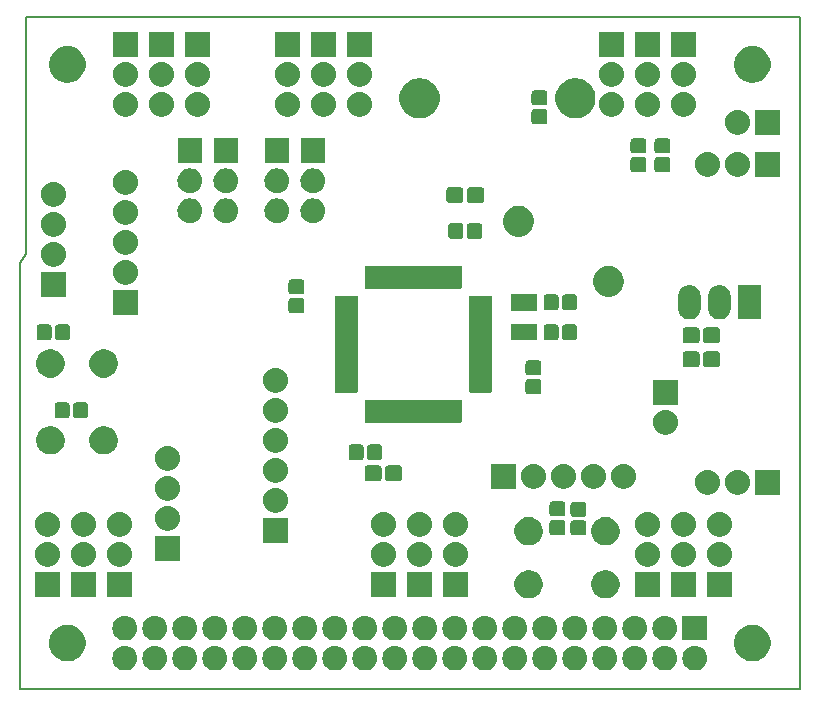
<source format=gbr>
G04 #@! TF.GenerationSoftware,KiCad,Pcbnew,(5.1.0)-1*
G04 #@! TF.CreationDate,2019-04-21T19:35:36+02:00*
G04 #@! TF.ProjectId,RM Board03,524d2042-6f61-4726-9430-332e6b696361,rev?*
G04 #@! TF.SameCoordinates,Original*
G04 #@! TF.FileFunction,Soldermask,Bot*
G04 #@! TF.FilePolarity,Negative*
%FSLAX46Y46*%
G04 Gerber Fmt 4.6, Leading zero omitted, Abs format (unit mm)*
G04 Created by KiCad (PCBNEW (5.1.0)-1) date 2019-04-21 19:35:36*
%MOMM*%
%LPD*%
G04 APERTURE LIST*
%ADD10C,0.150000*%
G04 APERTURE END LIST*
D10*
X99314000Y-118872000D02*
X99314000Y-98806000D01*
X98806000Y-119634000D02*
X99314000Y-118872000D01*
X98806000Y-155702000D02*
X98806000Y-119634000D01*
X164846000Y-155702000D02*
X98806000Y-155702000D01*
X164846000Y-98806000D02*
X164846000Y-155702000D01*
X99314000Y-98806000D02*
X164846000Y-98806000D01*
G36*
X110305697Y-152019946D02*
G01*
X110382826Y-152027542D01*
X110580752Y-152087582D01*
X110580755Y-152087583D01*
X110763160Y-152185081D01*
X110923045Y-152316294D01*
X111054258Y-152476179D01*
X111151756Y-152658584D01*
X111151757Y-152658587D01*
X111211797Y-152856513D01*
X111232070Y-153062349D01*
X111211797Y-153268185D01*
X111151757Y-153466111D01*
X111151756Y-153466114D01*
X111054258Y-153648519D01*
X110923045Y-153808404D01*
X110763160Y-153939617D01*
X110580755Y-154037115D01*
X110580752Y-154037116D01*
X110382826Y-154097156D01*
X110305697Y-154104752D01*
X110228570Y-154112349D01*
X110125410Y-154112349D01*
X110048283Y-154104752D01*
X109971154Y-154097156D01*
X109773228Y-154037116D01*
X109773225Y-154037115D01*
X109590820Y-153939617D01*
X109430935Y-153808404D01*
X109299722Y-153648519D01*
X109202224Y-153466114D01*
X109202223Y-153466111D01*
X109142183Y-153268185D01*
X109121910Y-153062349D01*
X109142183Y-152856513D01*
X109202223Y-152658587D01*
X109202224Y-152658584D01*
X109299722Y-152476179D01*
X109430935Y-152316294D01*
X109590820Y-152185081D01*
X109773225Y-152087583D01*
X109773228Y-152087582D01*
X109971154Y-152027542D01*
X110048283Y-152019946D01*
X110125410Y-152012349D01*
X110228570Y-152012349D01*
X110305697Y-152019946D01*
X110305697Y-152019946D01*
G37*
G36*
X156025697Y-152019946D02*
G01*
X156102826Y-152027542D01*
X156300752Y-152087582D01*
X156300755Y-152087583D01*
X156483160Y-152185081D01*
X156643045Y-152316294D01*
X156774258Y-152476179D01*
X156871756Y-152658584D01*
X156871757Y-152658587D01*
X156931797Y-152856513D01*
X156952070Y-153062349D01*
X156931797Y-153268185D01*
X156871757Y-153466111D01*
X156871756Y-153466114D01*
X156774258Y-153648519D01*
X156643045Y-153808404D01*
X156483160Y-153939617D01*
X156300755Y-154037115D01*
X156300752Y-154037116D01*
X156102826Y-154097156D01*
X156025697Y-154104752D01*
X155948570Y-154112349D01*
X155845410Y-154112349D01*
X155768283Y-154104752D01*
X155691154Y-154097156D01*
X155493228Y-154037116D01*
X155493225Y-154037115D01*
X155310820Y-153939617D01*
X155150935Y-153808404D01*
X155019722Y-153648519D01*
X154922224Y-153466114D01*
X154922223Y-153466111D01*
X154862183Y-153268185D01*
X154841910Y-153062349D01*
X154862183Y-152856513D01*
X154922223Y-152658587D01*
X154922224Y-152658584D01*
X155019722Y-152476179D01*
X155150935Y-152316294D01*
X155310820Y-152185081D01*
X155493225Y-152087583D01*
X155493228Y-152087582D01*
X155691154Y-152027542D01*
X155768283Y-152019946D01*
X155845410Y-152012349D01*
X155948570Y-152012349D01*
X156025697Y-152019946D01*
X156025697Y-152019946D01*
G37*
G36*
X138245697Y-152019946D02*
G01*
X138322826Y-152027542D01*
X138520752Y-152087582D01*
X138520755Y-152087583D01*
X138703160Y-152185081D01*
X138863045Y-152316294D01*
X138994258Y-152476179D01*
X139091756Y-152658584D01*
X139091757Y-152658587D01*
X139151797Y-152856513D01*
X139172070Y-153062349D01*
X139151797Y-153268185D01*
X139091757Y-153466111D01*
X139091756Y-153466114D01*
X138994258Y-153648519D01*
X138863045Y-153808404D01*
X138703160Y-153939617D01*
X138520755Y-154037115D01*
X138520752Y-154037116D01*
X138322826Y-154097156D01*
X138245697Y-154104752D01*
X138168570Y-154112349D01*
X138065410Y-154112349D01*
X137988283Y-154104752D01*
X137911154Y-154097156D01*
X137713228Y-154037116D01*
X137713225Y-154037115D01*
X137530820Y-153939617D01*
X137370935Y-153808404D01*
X137239722Y-153648519D01*
X137142224Y-153466114D01*
X137142223Y-153466111D01*
X137082183Y-153268185D01*
X137061910Y-153062349D01*
X137082183Y-152856513D01*
X137142223Y-152658587D01*
X137142224Y-152658584D01*
X137239722Y-152476179D01*
X137370935Y-152316294D01*
X137530820Y-152185081D01*
X137713225Y-152087583D01*
X137713228Y-152087582D01*
X137911154Y-152027542D01*
X137988283Y-152019946D01*
X138065410Y-152012349D01*
X138168570Y-152012349D01*
X138245697Y-152019946D01*
X138245697Y-152019946D01*
G37*
G36*
X140785697Y-152019946D02*
G01*
X140862826Y-152027542D01*
X141060752Y-152087582D01*
X141060755Y-152087583D01*
X141243160Y-152185081D01*
X141403045Y-152316294D01*
X141534258Y-152476179D01*
X141631756Y-152658584D01*
X141631757Y-152658587D01*
X141691797Y-152856513D01*
X141712070Y-153062349D01*
X141691797Y-153268185D01*
X141631757Y-153466111D01*
X141631756Y-153466114D01*
X141534258Y-153648519D01*
X141403045Y-153808404D01*
X141243160Y-153939617D01*
X141060755Y-154037115D01*
X141060752Y-154037116D01*
X140862826Y-154097156D01*
X140785697Y-154104752D01*
X140708570Y-154112349D01*
X140605410Y-154112349D01*
X140528283Y-154104752D01*
X140451154Y-154097156D01*
X140253228Y-154037116D01*
X140253225Y-154037115D01*
X140070820Y-153939617D01*
X139910935Y-153808404D01*
X139779722Y-153648519D01*
X139682224Y-153466114D01*
X139682223Y-153466111D01*
X139622183Y-153268185D01*
X139601910Y-153062349D01*
X139622183Y-152856513D01*
X139682223Y-152658587D01*
X139682224Y-152658584D01*
X139779722Y-152476179D01*
X139910935Y-152316294D01*
X140070820Y-152185081D01*
X140253225Y-152087583D01*
X140253228Y-152087582D01*
X140451154Y-152027542D01*
X140528283Y-152019946D01*
X140605410Y-152012349D01*
X140708570Y-152012349D01*
X140785697Y-152019946D01*
X140785697Y-152019946D01*
G37*
G36*
X143325697Y-152019946D02*
G01*
X143402826Y-152027542D01*
X143600752Y-152087582D01*
X143600755Y-152087583D01*
X143783160Y-152185081D01*
X143943045Y-152316294D01*
X144074258Y-152476179D01*
X144171756Y-152658584D01*
X144171757Y-152658587D01*
X144231797Y-152856513D01*
X144252070Y-153062349D01*
X144231797Y-153268185D01*
X144171757Y-153466111D01*
X144171756Y-153466114D01*
X144074258Y-153648519D01*
X143943045Y-153808404D01*
X143783160Y-153939617D01*
X143600755Y-154037115D01*
X143600752Y-154037116D01*
X143402826Y-154097156D01*
X143325697Y-154104752D01*
X143248570Y-154112349D01*
X143145410Y-154112349D01*
X143068283Y-154104752D01*
X142991154Y-154097156D01*
X142793228Y-154037116D01*
X142793225Y-154037115D01*
X142610820Y-153939617D01*
X142450935Y-153808404D01*
X142319722Y-153648519D01*
X142222224Y-153466114D01*
X142222223Y-153466111D01*
X142162183Y-153268185D01*
X142141910Y-153062349D01*
X142162183Y-152856513D01*
X142222223Y-152658587D01*
X142222224Y-152658584D01*
X142319722Y-152476179D01*
X142450935Y-152316294D01*
X142610820Y-152185081D01*
X142793225Y-152087583D01*
X142793228Y-152087582D01*
X142991154Y-152027542D01*
X143068283Y-152019946D01*
X143145410Y-152012349D01*
X143248570Y-152012349D01*
X143325697Y-152019946D01*
X143325697Y-152019946D01*
G37*
G36*
X145865697Y-152019946D02*
G01*
X145942826Y-152027542D01*
X146140752Y-152087582D01*
X146140755Y-152087583D01*
X146323160Y-152185081D01*
X146483045Y-152316294D01*
X146614258Y-152476179D01*
X146711756Y-152658584D01*
X146711757Y-152658587D01*
X146771797Y-152856513D01*
X146792070Y-153062349D01*
X146771797Y-153268185D01*
X146711757Y-153466111D01*
X146711756Y-153466114D01*
X146614258Y-153648519D01*
X146483045Y-153808404D01*
X146323160Y-153939617D01*
X146140755Y-154037115D01*
X146140752Y-154037116D01*
X145942826Y-154097156D01*
X145865697Y-154104752D01*
X145788570Y-154112349D01*
X145685410Y-154112349D01*
X145608283Y-154104752D01*
X145531154Y-154097156D01*
X145333228Y-154037116D01*
X145333225Y-154037115D01*
X145150820Y-153939617D01*
X144990935Y-153808404D01*
X144859722Y-153648519D01*
X144762224Y-153466114D01*
X144762223Y-153466111D01*
X144702183Y-153268185D01*
X144681910Y-153062349D01*
X144702183Y-152856513D01*
X144762223Y-152658587D01*
X144762224Y-152658584D01*
X144859722Y-152476179D01*
X144990935Y-152316294D01*
X145150820Y-152185081D01*
X145333225Y-152087583D01*
X145333228Y-152087582D01*
X145531154Y-152027542D01*
X145608283Y-152019946D01*
X145685410Y-152012349D01*
X145788570Y-152012349D01*
X145865697Y-152019946D01*
X145865697Y-152019946D01*
G37*
G36*
X148405697Y-152019946D02*
G01*
X148482826Y-152027542D01*
X148680752Y-152087582D01*
X148680755Y-152087583D01*
X148863160Y-152185081D01*
X149023045Y-152316294D01*
X149154258Y-152476179D01*
X149251756Y-152658584D01*
X149251757Y-152658587D01*
X149311797Y-152856513D01*
X149332070Y-153062349D01*
X149311797Y-153268185D01*
X149251757Y-153466111D01*
X149251756Y-153466114D01*
X149154258Y-153648519D01*
X149023045Y-153808404D01*
X148863160Y-153939617D01*
X148680755Y-154037115D01*
X148680752Y-154037116D01*
X148482826Y-154097156D01*
X148405697Y-154104752D01*
X148328570Y-154112349D01*
X148225410Y-154112349D01*
X148148283Y-154104752D01*
X148071154Y-154097156D01*
X147873228Y-154037116D01*
X147873225Y-154037115D01*
X147690820Y-153939617D01*
X147530935Y-153808404D01*
X147399722Y-153648519D01*
X147302224Y-153466114D01*
X147302223Y-153466111D01*
X147242183Y-153268185D01*
X147221910Y-153062349D01*
X147242183Y-152856513D01*
X147302223Y-152658587D01*
X147302224Y-152658584D01*
X147399722Y-152476179D01*
X147530935Y-152316294D01*
X147690820Y-152185081D01*
X147873225Y-152087583D01*
X147873228Y-152087582D01*
X148071154Y-152027542D01*
X148148283Y-152019946D01*
X148225410Y-152012349D01*
X148328570Y-152012349D01*
X148405697Y-152019946D01*
X148405697Y-152019946D01*
G37*
G36*
X150945697Y-152019946D02*
G01*
X151022826Y-152027542D01*
X151220752Y-152087582D01*
X151220755Y-152087583D01*
X151403160Y-152185081D01*
X151563045Y-152316294D01*
X151694258Y-152476179D01*
X151791756Y-152658584D01*
X151791757Y-152658587D01*
X151851797Y-152856513D01*
X151872070Y-153062349D01*
X151851797Y-153268185D01*
X151791757Y-153466111D01*
X151791756Y-153466114D01*
X151694258Y-153648519D01*
X151563045Y-153808404D01*
X151403160Y-153939617D01*
X151220755Y-154037115D01*
X151220752Y-154037116D01*
X151022826Y-154097156D01*
X150945697Y-154104752D01*
X150868570Y-154112349D01*
X150765410Y-154112349D01*
X150688283Y-154104752D01*
X150611154Y-154097156D01*
X150413228Y-154037116D01*
X150413225Y-154037115D01*
X150230820Y-153939617D01*
X150070935Y-153808404D01*
X149939722Y-153648519D01*
X149842224Y-153466114D01*
X149842223Y-153466111D01*
X149782183Y-153268185D01*
X149761910Y-153062349D01*
X149782183Y-152856513D01*
X149842223Y-152658587D01*
X149842224Y-152658584D01*
X149939722Y-152476179D01*
X150070935Y-152316294D01*
X150230820Y-152185081D01*
X150413225Y-152087583D01*
X150413228Y-152087582D01*
X150611154Y-152027542D01*
X150688283Y-152019946D01*
X150765410Y-152012349D01*
X150868570Y-152012349D01*
X150945697Y-152019946D01*
X150945697Y-152019946D01*
G37*
G36*
X153485697Y-152019946D02*
G01*
X153562826Y-152027542D01*
X153760752Y-152087582D01*
X153760755Y-152087583D01*
X153943160Y-152185081D01*
X154103045Y-152316294D01*
X154234258Y-152476179D01*
X154331756Y-152658584D01*
X154331757Y-152658587D01*
X154391797Y-152856513D01*
X154412070Y-153062349D01*
X154391797Y-153268185D01*
X154331757Y-153466111D01*
X154331756Y-153466114D01*
X154234258Y-153648519D01*
X154103045Y-153808404D01*
X153943160Y-153939617D01*
X153760755Y-154037115D01*
X153760752Y-154037116D01*
X153562826Y-154097156D01*
X153485697Y-154104752D01*
X153408570Y-154112349D01*
X153305410Y-154112349D01*
X153228283Y-154104752D01*
X153151154Y-154097156D01*
X152953228Y-154037116D01*
X152953225Y-154037115D01*
X152770820Y-153939617D01*
X152610935Y-153808404D01*
X152479722Y-153648519D01*
X152382224Y-153466114D01*
X152382223Y-153466111D01*
X152322183Y-153268185D01*
X152301910Y-153062349D01*
X152322183Y-152856513D01*
X152382223Y-152658587D01*
X152382224Y-152658584D01*
X152479722Y-152476179D01*
X152610935Y-152316294D01*
X152770820Y-152185081D01*
X152953225Y-152087583D01*
X152953228Y-152087582D01*
X153151154Y-152027542D01*
X153228283Y-152019946D01*
X153305410Y-152012349D01*
X153408570Y-152012349D01*
X153485697Y-152019946D01*
X153485697Y-152019946D01*
G37*
G36*
X135705697Y-152019946D02*
G01*
X135782826Y-152027542D01*
X135980752Y-152087582D01*
X135980755Y-152087583D01*
X136163160Y-152185081D01*
X136323045Y-152316294D01*
X136454258Y-152476179D01*
X136551756Y-152658584D01*
X136551757Y-152658587D01*
X136611797Y-152856513D01*
X136632070Y-153062349D01*
X136611797Y-153268185D01*
X136551757Y-153466111D01*
X136551756Y-153466114D01*
X136454258Y-153648519D01*
X136323045Y-153808404D01*
X136163160Y-153939617D01*
X135980755Y-154037115D01*
X135980752Y-154037116D01*
X135782826Y-154097156D01*
X135705697Y-154104752D01*
X135628570Y-154112349D01*
X135525410Y-154112349D01*
X135448283Y-154104752D01*
X135371154Y-154097156D01*
X135173228Y-154037116D01*
X135173225Y-154037115D01*
X134990820Y-153939617D01*
X134830935Y-153808404D01*
X134699722Y-153648519D01*
X134602224Y-153466114D01*
X134602223Y-153466111D01*
X134542183Y-153268185D01*
X134521910Y-153062349D01*
X134542183Y-152856513D01*
X134602223Y-152658587D01*
X134602224Y-152658584D01*
X134699722Y-152476179D01*
X134830935Y-152316294D01*
X134990820Y-152185081D01*
X135173225Y-152087583D01*
X135173228Y-152087582D01*
X135371154Y-152027542D01*
X135448283Y-152019946D01*
X135525410Y-152012349D01*
X135628570Y-152012349D01*
X135705697Y-152019946D01*
X135705697Y-152019946D01*
G37*
G36*
X107765697Y-152019946D02*
G01*
X107842826Y-152027542D01*
X108040752Y-152087582D01*
X108040755Y-152087583D01*
X108223160Y-152185081D01*
X108383045Y-152316294D01*
X108514258Y-152476179D01*
X108611756Y-152658584D01*
X108611757Y-152658587D01*
X108671797Y-152856513D01*
X108692070Y-153062349D01*
X108671797Y-153268185D01*
X108611757Y-153466111D01*
X108611756Y-153466114D01*
X108514258Y-153648519D01*
X108383045Y-153808404D01*
X108223160Y-153939617D01*
X108040755Y-154037115D01*
X108040752Y-154037116D01*
X107842826Y-154097156D01*
X107765697Y-154104752D01*
X107688570Y-154112349D01*
X107585410Y-154112349D01*
X107508283Y-154104752D01*
X107431154Y-154097156D01*
X107233228Y-154037116D01*
X107233225Y-154037115D01*
X107050820Y-153939617D01*
X106890935Y-153808404D01*
X106759722Y-153648519D01*
X106662224Y-153466114D01*
X106662223Y-153466111D01*
X106602183Y-153268185D01*
X106581910Y-153062349D01*
X106602183Y-152856513D01*
X106662223Y-152658587D01*
X106662224Y-152658584D01*
X106759722Y-152476179D01*
X106890935Y-152316294D01*
X107050820Y-152185081D01*
X107233225Y-152087583D01*
X107233228Y-152087582D01*
X107431154Y-152027542D01*
X107508283Y-152019946D01*
X107585410Y-152012349D01*
X107688570Y-152012349D01*
X107765697Y-152019946D01*
X107765697Y-152019946D01*
G37*
G36*
X130625697Y-152019946D02*
G01*
X130702826Y-152027542D01*
X130900752Y-152087582D01*
X130900755Y-152087583D01*
X131083160Y-152185081D01*
X131243045Y-152316294D01*
X131374258Y-152476179D01*
X131471756Y-152658584D01*
X131471757Y-152658587D01*
X131531797Y-152856513D01*
X131552070Y-153062349D01*
X131531797Y-153268185D01*
X131471757Y-153466111D01*
X131471756Y-153466114D01*
X131374258Y-153648519D01*
X131243045Y-153808404D01*
X131083160Y-153939617D01*
X130900755Y-154037115D01*
X130900752Y-154037116D01*
X130702826Y-154097156D01*
X130625697Y-154104752D01*
X130548570Y-154112349D01*
X130445410Y-154112349D01*
X130368283Y-154104752D01*
X130291154Y-154097156D01*
X130093228Y-154037116D01*
X130093225Y-154037115D01*
X129910820Y-153939617D01*
X129750935Y-153808404D01*
X129619722Y-153648519D01*
X129522224Y-153466114D01*
X129522223Y-153466111D01*
X129462183Y-153268185D01*
X129441910Y-153062349D01*
X129462183Y-152856513D01*
X129522223Y-152658587D01*
X129522224Y-152658584D01*
X129619722Y-152476179D01*
X129750935Y-152316294D01*
X129910820Y-152185081D01*
X130093225Y-152087583D01*
X130093228Y-152087582D01*
X130291154Y-152027542D01*
X130368283Y-152019946D01*
X130445410Y-152012349D01*
X130548570Y-152012349D01*
X130625697Y-152019946D01*
X130625697Y-152019946D01*
G37*
G36*
X128085697Y-152019946D02*
G01*
X128162826Y-152027542D01*
X128360752Y-152087582D01*
X128360755Y-152087583D01*
X128543160Y-152185081D01*
X128703045Y-152316294D01*
X128834258Y-152476179D01*
X128931756Y-152658584D01*
X128931757Y-152658587D01*
X128991797Y-152856513D01*
X129012070Y-153062349D01*
X128991797Y-153268185D01*
X128931757Y-153466111D01*
X128931756Y-153466114D01*
X128834258Y-153648519D01*
X128703045Y-153808404D01*
X128543160Y-153939617D01*
X128360755Y-154037115D01*
X128360752Y-154037116D01*
X128162826Y-154097156D01*
X128085697Y-154104752D01*
X128008570Y-154112349D01*
X127905410Y-154112349D01*
X127828283Y-154104752D01*
X127751154Y-154097156D01*
X127553228Y-154037116D01*
X127553225Y-154037115D01*
X127370820Y-153939617D01*
X127210935Y-153808404D01*
X127079722Y-153648519D01*
X126982224Y-153466114D01*
X126982223Y-153466111D01*
X126922183Y-153268185D01*
X126901910Y-153062349D01*
X126922183Y-152856513D01*
X126982223Y-152658587D01*
X126982224Y-152658584D01*
X127079722Y-152476179D01*
X127210935Y-152316294D01*
X127370820Y-152185081D01*
X127553225Y-152087583D01*
X127553228Y-152087582D01*
X127751154Y-152027542D01*
X127828283Y-152019946D01*
X127905410Y-152012349D01*
X128008570Y-152012349D01*
X128085697Y-152019946D01*
X128085697Y-152019946D01*
G37*
G36*
X125545697Y-152019946D02*
G01*
X125622826Y-152027542D01*
X125820752Y-152087582D01*
X125820755Y-152087583D01*
X126003160Y-152185081D01*
X126163045Y-152316294D01*
X126294258Y-152476179D01*
X126391756Y-152658584D01*
X126391757Y-152658587D01*
X126451797Y-152856513D01*
X126472070Y-153062349D01*
X126451797Y-153268185D01*
X126391757Y-153466111D01*
X126391756Y-153466114D01*
X126294258Y-153648519D01*
X126163045Y-153808404D01*
X126003160Y-153939617D01*
X125820755Y-154037115D01*
X125820752Y-154037116D01*
X125622826Y-154097156D01*
X125545697Y-154104752D01*
X125468570Y-154112349D01*
X125365410Y-154112349D01*
X125288283Y-154104752D01*
X125211154Y-154097156D01*
X125013228Y-154037116D01*
X125013225Y-154037115D01*
X124830820Y-153939617D01*
X124670935Y-153808404D01*
X124539722Y-153648519D01*
X124442224Y-153466114D01*
X124442223Y-153466111D01*
X124382183Y-153268185D01*
X124361910Y-153062349D01*
X124382183Y-152856513D01*
X124442223Y-152658587D01*
X124442224Y-152658584D01*
X124539722Y-152476179D01*
X124670935Y-152316294D01*
X124830820Y-152185081D01*
X125013225Y-152087583D01*
X125013228Y-152087582D01*
X125211154Y-152027542D01*
X125288283Y-152019946D01*
X125365410Y-152012349D01*
X125468570Y-152012349D01*
X125545697Y-152019946D01*
X125545697Y-152019946D01*
G37*
G36*
X123005697Y-152019946D02*
G01*
X123082826Y-152027542D01*
X123280752Y-152087582D01*
X123280755Y-152087583D01*
X123463160Y-152185081D01*
X123623045Y-152316294D01*
X123754258Y-152476179D01*
X123851756Y-152658584D01*
X123851757Y-152658587D01*
X123911797Y-152856513D01*
X123932070Y-153062349D01*
X123911797Y-153268185D01*
X123851757Y-153466111D01*
X123851756Y-153466114D01*
X123754258Y-153648519D01*
X123623045Y-153808404D01*
X123463160Y-153939617D01*
X123280755Y-154037115D01*
X123280752Y-154037116D01*
X123082826Y-154097156D01*
X123005697Y-154104752D01*
X122928570Y-154112349D01*
X122825410Y-154112349D01*
X122748283Y-154104752D01*
X122671154Y-154097156D01*
X122473228Y-154037116D01*
X122473225Y-154037115D01*
X122290820Y-153939617D01*
X122130935Y-153808404D01*
X121999722Y-153648519D01*
X121902224Y-153466114D01*
X121902223Y-153466111D01*
X121842183Y-153268185D01*
X121821910Y-153062349D01*
X121842183Y-152856513D01*
X121902223Y-152658587D01*
X121902224Y-152658584D01*
X121999722Y-152476179D01*
X122130935Y-152316294D01*
X122290820Y-152185081D01*
X122473225Y-152087583D01*
X122473228Y-152087582D01*
X122671154Y-152027542D01*
X122748283Y-152019946D01*
X122825410Y-152012349D01*
X122928570Y-152012349D01*
X123005697Y-152019946D01*
X123005697Y-152019946D01*
G37*
G36*
X120465697Y-152019946D02*
G01*
X120542826Y-152027542D01*
X120740752Y-152087582D01*
X120740755Y-152087583D01*
X120923160Y-152185081D01*
X121083045Y-152316294D01*
X121214258Y-152476179D01*
X121311756Y-152658584D01*
X121311757Y-152658587D01*
X121371797Y-152856513D01*
X121392070Y-153062349D01*
X121371797Y-153268185D01*
X121311757Y-153466111D01*
X121311756Y-153466114D01*
X121214258Y-153648519D01*
X121083045Y-153808404D01*
X120923160Y-153939617D01*
X120740755Y-154037115D01*
X120740752Y-154037116D01*
X120542826Y-154097156D01*
X120465697Y-154104752D01*
X120388570Y-154112349D01*
X120285410Y-154112349D01*
X120208283Y-154104752D01*
X120131154Y-154097156D01*
X119933228Y-154037116D01*
X119933225Y-154037115D01*
X119750820Y-153939617D01*
X119590935Y-153808404D01*
X119459722Y-153648519D01*
X119362224Y-153466114D01*
X119362223Y-153466111D01*
X119302183Y-153268185D01*
X119281910Y-153062349D01*
X119302183Y-152856513D01*
X119362223Y-152658587D01*
X119362224Y-152658584D01*
X119459722Y-152476179D01*
X119590935Y-152316294D01*
X119750820Y-152185081D01*
X119933225Y-152087583D01*
X119933228Y-152087582D01*
X120131154Y-152027542D01*
X120208283Y-152019946D01*
X120285410Y-152012349D01*
X120388570Y-152012349D01*
X120465697Y-152019946D01*
X120465697Y-152019946D01*
G37*
G36*
X117925697Y-152019946D02*
G01*
X118002826Y-152027542D01*
X118200752Y-152087582D01*
X118200755Y-152087583D01*
X118383160Y-152185081D01*
X118543045Y-152316294D01*
X118674258Y-152476179D01*
X118771756Y-152658584D01*
X118771757Y-152658587D01*
X118831797Y-152856513D01*
X118852070Y-153062349D01*
X118831797Y-153268185D01*
X118771757Y-153466111D01*
X118771756Y-153466114D01*
X118674258Y-153648519D01*
X118543045Y-153808404D01*
X118383160Y-153939617D01*
X118200755Y-154037115D01*
X118200752Y-154037116D01*
X118002826Y-154097156D01*
X117925697Y-154104752D01*
X117848570Y-154112349D01*
X117745410Y-154112349D01*
X117668283Y-154104752D01*
X117591154Y-154097156D01*
X117393228Y-154037116D01*
X117393225Y-154037115D01*
X117210820Y-153939617D01*
X117050935Y-153808404D01*
X116919722Y-153648519D01*
X116822224Y-153466114D01*
X116822223Y-153466111D01*
X116762183Y-153268185D01*
X116741910Y-153062349D01*
X116762183Y-152856513D01*
X116822223Y-152658587D01*
X116822224Y-152658584D01*
X116919722Y-152476179D01*
X117050935Y-152316294D01*
X117210820Y-152185081D01*
X117393225Y-152087583D01*
X117393228Y-152087582D01*
X117591154Y-152027542D01*
X117668283Y-152019946D01*
X117745410Y-152012349D01*
X117848570Y-152012349D01*
X117925697Y-152019946D01*
X117925697Y-152019946D01*
G37*
G36*
X115385697Y-152019946D02*
G01*
X115462826Y-152027542D01*
X115660752Y-152087582D01*
X115660755Y-152087583D01*
X115843160Y-152185081D01*
X116003045Y-152316294D01*
X116134258Y-152476179D01*
X116231756Y-152658584D01*
X116231757Y-152658587D01*
X116291797Y-152856513D01*
X116312070Y-153062349D01*
X116291797Y-153268185D01*
X116231757Y-153466111D01*
X116231756Y-153466114D01*
X116134258Y-153648519D01*
X116003045Y-153808404D01*
X115843160Y-153939617D01*
X115660755Y-154037115D01*
X115660752Y-154037116D01*
X115462826Y-154097156D01*
X115385697Y-154104752D01*
X115308570Y-154112349D01*
X115205410Y-154112349D01*
X115128283Y-154104752D01*
X115051154Y-154097156D01*
X114853228Y-154037116D01*
X114853225Y-154037115D01*
X114670820Y-153939617D01*
X114510935Y-153808404D01*
X114379722Y-153648519D01*
X114282224Y-153466114D01*
X114282223Y-153466111D01*
X114222183Y-153268185D01*
X114201910Y-153062349D01*
X114222183Y-152856513D01*
X114282223Y-152658587D01*
X114282224Y-152658584D01*
X114379722Y-152476179D01*
X114510935Y-152316294D01*
X114670820Y-152185081D01*
X114853225Y-152087583D01*
X114853228Y-152087582D01*
X115051154Y-152027542D01*
X115128283Y-152019946D01*
X115205410Y-152012349D01*
X115308570Y-152012349D01*
X115385697Y-152019946D01*
X115385697Y-152019946D01*
G37*
G36*
X112845697Y-152019946D02*
G01*
X112922826Y-152027542D01*
X113120752Y-152087582D01*
X113120755Y-152087583D01*
X113303160Y-152185081D01*
X113463045Y-152316294D01*
X113594258Y-152476179D01*
X113691756Y-152658584D01*
X113691757Y-152658587D01*
X113751797Y-152856513D01*
X113772070Y-153062349D01*
X113751797Y-153268185D01*
X113691757Y-153466111D01*
X113691756Y-153466114D01*
X113594258Y-153648519D01*
X113463045Y-153808404D01*
X113303160Y-153939617D01*
X113120755Y-154037115D01*
X113120752Y-154037116D01*
X112922826Y-154097156D01*
X112845697Y-154104752D01*
X112768570Y-154112349D01*
X112665410Y-154112349D01*
X112588283Y-154104752D01*
X112511154Y-154097156D01*
X112313228Y-154037116D01*
X112313225Y-154037115D01*
X112130820Y-153939617D01*
X111970935Y-153808404D01*
X111839722Y-153648519D01*
X111742224Y-153466114D01*
X111742223Y-153466111D01*
X111682183Y-153268185D01*
X111661910Y-153062349D01*
X111682183Y-152856513D01*
X111742223Y-152658587D01*
X111742224Y-152658584D01*
X111839722Y-152476179D01*
X111970935Y-152316294D01*
X112130820Y-152185081D01*
X112313225Y-152087583D01*
X112313228Y-152087582D01*
X112511154Y-152027542D01*
X112588283Y-152019946D01*
X112665410Y-152012349D01*
X112768570Y-152012349D01*
X112845697Y-152019946D01*
X112845697Y-152019946D01*
G37*
G36*
X133165697Y-152019946D02*
G01*
X133242826Y-152027542D01*
X133440752Y-152087582D01*
X133440755Y-152087583D01*
X133623160Y-152185081D01*
X133783045Y-152316294D01*
X133914258Y-152476179D01*
X134011756Y-152658584D01*
X134011757Y-152658587D01*
X134071797Y-152856513D01*
X134092070Y-153062349D01*
X134071797Y-153268185D01*
X134011757Y-153466111D01*
X134011756Y-153466114D01*
X133914258Y-153648519D01*
X133783045Y-153808404D01*
X133623160Y-153939617D01*
X133440755Y-154037115D01*
X133440752Y-154037116D01*
X133242826Y-154097156D01*
X133165697Y-154104752D01*
X133088570Y-154112349D01*
X132985410Y-154112349D01*
X132908283Y-154104752D01*
X132831154Y-154097156D01*
X132633228Y-154037116D01*
X132633225Y-154037115D01*
X132450820Y-153939617D01*
X132290935Y-153808404D01*
X132159722Y-153648519D01*
X132062224Y-153466114D01*
X132062223Y-153466111D01*
X132002183Y-153268185D01*
X131981910Y-153062349D01*
X132002183Y-152856513D01*
X132062223Y-152658587D01*
X132062224Y-152658584D01*
X132159722Y-152476179D01*
X132290935Y-152316294D01*
X132450820Y-152185081D01*
X132633225Y-152087583D01*
X132633228Y-152087582D01*
X132831154Y-152027542D01*
X132908283Y-152019946D01*
X132985410Y-152012349D01*
X133088570Y-152012349D01*
X133165697Y-152019946D01*
X133165697Y-152019946D01*
G37*
G36*
X103069380Y-150272131D02*
G01*
X103219108Y-150301914D01*
X103335950Y-150350312D01*
X103501189Y-150418756D01*
X103501190Y-150418757D01*
X103755058Y-150588385D01*
X103970954Y-150804281D01*
X104084296Y-150973910D01*
X104140583Y-151058150D01*
X104209027Y-151223389D01*
X104257425Y-151340231D01*
X104316990Y-151639687D01*
X104316990Y-151945011D01*
X104269238Y-152185081D01*
X104257425Y-152244466D01*
X104140583Y-152526548D01*
X104140582Y-152526549D01*
X103970954Y-152780417D01*
X103755058Y-152996313D01*
X103656227Y-153062349D01*
X103501189Y-153165942D01*
X103335950Y-153234386D01*
X103219108Y-153282784D01*
X103069380Y-153312567D01*
X102919653Y-153342349D01*
X102614327Y-153342349D01*
X102464600Y-153312567D01*
X102314872Y-153282784D01*
X102198030Y-153234386D01*
X102032791Y-153165942D01*
X101877753Y-153062349D01*
X101778922Y-152996313D01*
X101563026Y-152780417D01*
X101393398Y-152526549D01*
X101393397Y-152526548D01*
X101276555Y-152244466D01*
X101264743Y-152185081D01*
X101216990Y-151945011D01*
X101216990Y-151639687D01*
X101276555Y-151340231D01*
X101324953Y-151223389D01*
X101393397Y-151058150D01*
X101449684Y-150973910D01*
X101563026Y-150804281D01*
X101778922Y-150588385D01*
X102032790Y-150418757D01*
X102032791Y-150418756D01*
X102198030Y-150350312D01*
X102314872Y-150301914D01*
X102464600Y-150272131D01*
X102614327Y-150242349D01*
X102919653Y-150242349D01*
X103069380Y-150272131D01*
X103069380Y-150272131D01*
G37*
G36*
X161069380Y-150272131D02*
G01*
X161219108Y-150301914D01*
X161335950Y-150350312D01*
X161501189Y-150418756D01*
X161501190Y-150418757D01*
X161755058Y-150588385D01*
X161970954Y-150804281D01*
X162084296Y-150973910D01*
X162140583Y-151058150D01*
X162209027Y-151223389D01*
X162257425Y-151340231D01*
X162316990Y-151639687D01*
X162316990Y-151945011D01*
X162269238Y-152185081D01*
X162257425Y-152244466D01*
X162140583Y-152526548D01*
X162140582Y-152526549D01*
X161970954Y-152780417D01*
X161755058Y-152996313D01*
X161656227Y-153062349D01*
X161501189Y-153165942D01*
X161335950Y-153234386D01*
X161219108Y-153282784D01*
X161069380Y-153312567D01*
X160919653Y-153342349D01*
X160614327Y-153342349D01*
X160464600Y-153312567D01*
X160314872Y-153282784D01*
X160198030Y-153234386D01*
X160032791Y-153165942D01*
X159877753Y-153062349D01*
X159778922Y-152996313D01*
X159563026Y-152780417D01*
X159393398Y-152526549D01*
X159393397Y-152526548D01*
X159276555Y-152244466D01*
X159264743Y-152185081D01*
X159216990Y-151945011D01*
X159216990Y-151639687D01*
X159276555Y-151340231D01*
X159324953Y-151223389D01*
X159393397Y-151058150D01*
X159449684Y-150973910D01*
X159563026Y-150804281D01*
X159778922Y-150588385D01*
X160032790Y-150418757D01*
X160032791Y-150418756D01*
X160198030Y-150350312D01*
X160314872Y-150301914D01*
X160464600Y-150272131D01*
X160614327Y-150242349D01*
X160919653Y-150242349D01*
X161069380Y-150272131D01*
X161069380Y-150272131D01*
G37*
G36*
X117925697Y-149479945D02*
G01*
X118002826Y-149487542D01*
X118200752Y-149547582D01*
X118200755Y-149547583D01*
X118383160Y-149645081D01*
X118543045Y-149776294D01*
X118674258Y-149936179D01*
X118771756Y-150118584D01*
X118771757Y-150118587D01*
X118831797Y-150316513D01*
X118852070Y-150522349D01*
X118831797Y-150728185D01*
X118808713Y-150804282D01*
X118771756Y-150926114D01*
X118674258Y-151108519D01*
X118543045Y-151268404D01*
X118383160Y-151399617D01*
X118200755Y-151497115D01*
X118200752Y-151497116D01*
X118002826Y-151557156D01*
X117925697Y-151564753D01*
X117848570Y-151572349D01*
X117745410Y-151572349D01*
X117668283Y-151564753D01*
X117591154Y-151557156D01*
X117393228Y-151497116D01*
X117393225Y-151497115D01*
X117210820Y-151399617D01*
X117050935Y-151268404D01*
X116919722Y-151108519D01*
X116822224Y-150926114D01*
X116785267Y-150804282D01*
X116762183Y-150728185D01*
X116741910Y-150522349D01*
X116762183Y-150316513D01*
X116822223Y-150118587D01*
X116822224Y-150118584D01*
X116919722Y-149936179D01*
X117050935Y-149776294D01*
X117210820Y-149645081D01*
X117393225Y-149547583D01*
X117393228Y-149547582D01*
X117591154Y-149487542D01*
X117668283Y-149479945D01*
X117745410Y-149472349D01*
X117848570Y-149472349D01*
X117925697Y-149479945D01*
X117925697Y-149479945D01*
G37*
G36*
X107765697Y-149479945D02*
G01*
X107842826Y-149487542D01*
X108040752Y-149547582D01*
X108040755Y-149547583D01*
X108223160Y-149645081D01*
X108383045Y-149776294D01*
X108514258Y-149936179D01*
X108611756Y-150118584D01*
X108611757Y-150118587D01*
X108671797Y-150316513D01*
X108692070Y-150522349D01*
X108671797Y-150728185D01*
X108648713Y-150804282D01*
X108611756Y-150926114D01*
X108514258Y-151108519D01*
X108383045Y-151268404D01*
X108223160Y-151399617D01*
X108040755Y-151497115D01*
X108040752Y-151497116D01*
X107842826Y-151557156D01*
X107765697Y-151564753D01*
X107688570Y-151572349D01*
X107585410Y-151572349D01*
X107508283Y-151564753D01*
X107431154Y-151557156D01*
X107233228Y-151497116D01*
X107233225Y-151497115D01*
X107050820Y-151399617D01*
X106890935Y-151268404D01*
X106759722Y-151108519D01*
X106662224Y-150926114D01*
X106625267Y-150804282D01*
X106602183Y-150728185D01*
X106581910Y-150522349D01*
X106602183Y-150316513D01*
X106662223Y-150118587D01*
X106662224Y-150118584D01*
X106759722Y-149936179D01*
X106890935Y-149776294D01*
X107050820Y-149645081D01*
X107233225Y-149547583D01*
X107233228Y-149547582D01*
X107431154Y-149487542D01*
X107508283Y-149479945D01*
X107585410Y-149472349D01*
X107688570Y-149472349D01*
X107765697Y-149479945D01*
X107765697Y-149479945D01*
G37*
G36*
X110305697Y-149479945D02*
G01*
X110382826Y-149487542D01*
X110580752Y-149547582D01*
X110580755Y-149547583D01*
X110763160Y-149645081D01*
X110923045Y-149776294D01*
X111054258Y-149936179D01*
X111151756Y-150118584D01*
X111151757Y-150118587D01*
X111211797Y-150316513D01*
X111232070Y-150522349D01*
X111211797Y-150728185D01*
X111188713Y-150804282D01*
X111151756Y-150926114D01*
X111054258Y-151108519D01*
X110923045Y-151268404D01*
X110763160Y-151399617D01*
X110580755Y-151497115D01*
X110580752Y-151497116D01*
X110382826Y-151557156D01*
X110305697Y-151564753D01*
X110228570Y-151572349D01*
X110125410Y-151572349D01*
X110048283Y-151564753D01*
X109971154Y-151557156D01*
X109773228Y-151497116D01*
X109773225Y-151497115D01*
X109590820Y-151399617D01*
X109430935Y-151268404D01*
X109299722Y-151108519D01*
X109202224Y-150926114D01*
X109165267Y-150804282D01*
X109142183Y-150728185D01*
X109121910Y-150522349D01*
X109142183Y-150316513D01*
X109202223Y-150118587D01*
X109202224Y-150118584D01*
X109299722Y-149936179D01*
X109430935Y-149776294D01*
X109590820Y-149645081D01*
X109773225Y-149547583D01*
X109773228Y-149547582D01*
X109971154Y-149487542D01*
X110048283Y-149479945D01*
X110125410Y-149472349D01*
X110228570Y-149472349D01*
X110305697Y-149479945D01*
X110305697Y-149479945D01*
G37*
G36*
X112845697Y-149479945D02*
G01*
X112922826Y-149487542D01*
X113120752Y-149547582D01*
X113120755Y-149547583D01*
X113303160Y-149645081D01*
X113463045Y-149776294D01*
X113594258Y-149936179D01*
X113691756Y-150118584D01*
X113691757Y-150118587D01*
X113751797Y-150316513D01*
X113772070Y-150522349D01*
X113751797Y-150728185D01*
X113728713Y-150804282D01*
X113691756Y-150926114D01*
X113594258Y-151108519D01*
X113463045Y-151268404D01*
X113303160Y-151399617D01*
X113120755Y-151497115D01*
X113120752Y-151497116D01*
X112922826Y-151557156D01*
X112845697Y-151564753D01*
X112768570Y-151572349D01*
X112665410Y-151572349D01*
X112588283Y-151564753D01*
X112511154Y-151557156D01*
X112313228Y-151497116D01*
X112313225Y-151497115D01*
X112130820Y-151399617D01*
X111970935Y-151268404D01*
X111839722Y-151108519D01*
X111742224Y-150926114D01*
X111705267Y-150804282D01*
X111682183Y-150728185D01*
X111661910Y-150522349D01*
X111682183Y-150316513D01*
X111742223Y-150118587D01*
X111742224Y-150118584D01*
X111839722Y-149936179D01*
X111970935Y-149776294D01*
X112130820Y-149645081D01*
X112313225Y-149547583D01*
X112313228Y-149547582D01*
X112511154Y-149487542D01*
X112588283Y-149479945D01*
X112665410Y-149472349D01*
X112768570Y-149472349D01*
X112845697Y-149479945D01*
X112845697Y-149479945D01*
G37*
G36*
X115385697Y-149479945D02*
G01*
X115462826Y-149487542D01*
X115660752Y-149547582D01*
X115660755Y-149547583D01*
X115843160Y-149645081D01*
X116003045Y-149776294D01*
X116134258Y-149936179D01*
X116231756Y-150118584D01*
X116231757Y-150118587D01*
X116291797Y-150316513D01*
X116312070Y-150522349D01*
X116291797Y-150728185D01*
X116268713Y-150804282D01*
X116231756Y-150926114D01*
X116134258Y-151108519D01*
X116003045Y-151268404D01*
X115843160Y-151399617D01*
X115660755Y-151497115D01*
X115660752Y-151497116D01*
X115462826Y-151557156D01*
X115385697Y-151564753D01*
X115308570Y-151572349D01*
X115205410Y-151572349D01*
X115128283Y-151564753D01*
X115051154Y-151557156D01*
X114853228Y-151497116D01*
X114853225Y-151497115D01*
X114670820Y-151399617D01*
X114510935Y-151268404D01*
X114379722Y-151108519D01*
X114282224Y-150926114D01*
X114245267Y-150804282D01*
X114222183Y-150728185D01*
X114201910Y-150522349D01*
X114222183Y-150316513D01*
X114282223Y-150118587D01*
X114282224Y-150118584D01*
X114379722Y-149936179D01*
X114510935Y-149776294D01*
X114670820Y-149645081D01*
X114853225Y-149547583D01*
X114853228Y-149547582D01*
X115051154Y-149487542D01*
X115128283Y-149479945D01*
X115205410Y-149472349D01*
X115308570Y-149472349D01*
X115385697Y-149479945D01*
X115385697Y-149479945D01*
G37*
G36*
X125545697Y-149479945D02*
G01*
X125622826Y-149487542D01*
X125820752Y-149547582D01*
X125820755Y-149547583D01*
X126003160Y-149645081D01*
X126163045Y-149776294D01*
X126294258Y-149936179D01*
X126391756Y-150118584D01*
X126391757Y-150118587D01*
X126451797Y-150316513D01*
X126472070Y-150522349D01*
X126451797Y-150728185D01*
X126428713Y-150804282D01*
X126391756Y-150926114D01*
X126294258Y-151108519D01*
X126163045Y-151268404D01*
X126003160Y-151399617D01*
X125820755Y-151497115D01*
X125820752Y-151497116D01*
X125622826Y-151557156D01*
X125545697Y-151564753D01*
X125468570Y-151572349D01*
X125365410Y-151572349D01*
X125288283Y-151564753D01*
X125211154Y-151557156D01*
X125013228Y-151497116D01*
X125013225Y-151497115D01*
X124830820Y-151399617D01*
X124670935Y-151268404D01*
X124539722Y-151108519D01*
X124442224Y-150926114D01*
X124405267Y-150804282D01*
X124382183Y-150728185D01*
X124361910Y-150522349D01*
X124382183Y-150316513D01*
X124442223Y-150118587D01*
X124442224Y-150118584D01*
X124539722Y-149936179D01*
X124670935Y-149776294D01*
X124830820Y-149645081D01*
X125013225Y-149547583D01*
X125013228Y-149547582D01*
X125211154Y-149487542D01*
X125288283Y-149479945D01*
X125365410Y-149472349D01*
X125468570Y-149472349D01*
X125545697Y-149479945D01*
X125545697Y-149479945D01*
G37*
G36*
X123005697Y-149479945D02*
G01*
X123082826Y-149487542D01*
X123280752Y-149547582D01*
X123280755Y-149547583D01*
X123463160Y-149645081D01*
X123623045Y-149776294D01*
X123754258Y-149936179D01*
X123851756Y-150118584D01*
X123851757Y-150118587D01*
X123911797Y-150316513D01*
X123932070Y-150522349D01*
X123911797Y-150728185D01*
X123888713Y-150804282D01*
X123851756Y-150926114D01*
X123754258Y-151108519D01*
X123623045Y-151268404D01*
X123463160Y-151399617D01*
X123280755Y-151497115D01*
X123280752Y-151497116D01*
X123082826Y-151557156D01*
X123005697Y-151564753D01*
X122928570Y-151572349D01*
X122825410Y-151572349D01*
X122748283Y-151564753D01*
X122671154Y-151557156D01*
X122473228Y-151497116D01*
X122473225Y-151497115D01*
X122290820Y-151399617D01*
X122130935Y-151268404D01*
X121999722Y-151108519D01*
X121902224Y-150926114D01*
X121865267Y-150804282D01*
X121842183Y-150728185D01*
X121821910Y-150522349D01*
X121842183Y-150316513D01*
X121902223Y-150118587D01*
X121902224Y-150118584D01*
X121999722Y-149936179D01*
X122130935Y-149776294D01*
X122290820Y-149645081D01*
X122473225Y-149547583D01*
X122473228Y-149547582D01*
X122671154Y-149487542D01*
X122748283Y-149479945D01*
X122825410Y-149472349D01*
X122928570Y-149472349D01*
X123005697Y-149479945D01*
X123005697Y-149479945D01*
G37*
G36*
X153485697Y-149479945D02*
G01*
X153562826Y-149487542D01*
X153760752Y-149547582D01*
X153760755Y-149547583D01*
X153943160Y-149645081D01*
X154103045Y-149776294D01*
X154234258Y-149936179D01*
X154331756Y-150118584D01*
X154331757Y-150118587D01*
X154391797Y-150316513D01*
X154412070Y-150522349D01*
X154391797Y-150728185D01*
X154368713Y-150804282D01*
X154331756Y-150926114D01*
X154234258Y-151108519D01*
X154103045Y-151268404D01*
X153943160Y-151399617D01*
X153760755Y-151497115D01*
X153760752Y-151497116D01*
X153562826Y-151557156D01*
X153485697Y-151564753D01*
X153408570Y-151572349D01*
X153305410Y-151572349D01*
X153228283Y-151564753D01*
X153151154Y-151557156D01*
X152953228Y-151497116D01*
X152953225Y-151497115D01*
X152770820Y-151399617D01*
X152610935Y-151268404D01*
X152479722Y-151108519D01*
X152382224Y-150926114D01*
X152345267Y-150804282D01*
X152322183Y-150728185D01*
X152301910Y-150522349D01*
X152322183Y-150316513D01*
X152382223Y-150118587D01*
X152382224Y-150118584D01*
X152479722Y-149936179D01*
X152610935Y-149776294D01*
X152770820Y-149645081D01*
X152953225Y-149547583D01*
X152953228Y-149547582D01*
X153151154Y-149487542D01*
X153228283Y-149479945D01*
X153305410Y-149472349D01*
X153408570Y-149472349D01*
X153485697Y-149479945D01*
X153485697Y-149479945D01*
G37*
G36*
X150945697Y-149479945D02*
G01*
X151022826Y-149487542D01*
X151220752Y-149547582D01*
X151220755Y-149547583D01*
X151403160Y-149645081D01*
X151563045Y-149776294D01*
X151694258Y-149936179D01*
X151791756Y-150118584D01*
X151791757Y-150118587D01*
X151851797Y-150316513D01*
X151872070Y-150522349D01*
X151851797Y-150728185D01*
X151828713Y-150804282D01*
X151791756Y-150926114D01*
X151694258Y-151108519D01*
X151563045Y-151268404D01*
X151403160Y-151399617D01*
X151220755Y-151497115D01*
X151220752Y-151497116D01*
X151022826Y-151557156D01*
X150945697Y-151564753D01*
X150868570Y-151572349D01*
X150765410Y-151572349D01*
X150688283Y-151564753D01*
X150611154Y-151557156D01*
X150413228Y-151497116D01*
X150413225Y-151497115D01*
X150230820Y-151399617D01*
X150070935Y-151268404D01*
X149939722Y-151108519D01*
X149842224Y-150926114D01*
X149805267Y-150804282D01*
X149782183Y-150728185D01*
X149761910Y-150522349D01*
X149782183Y-150316513D01*
X149842223Y-150118587D01*
X149842224Y-150118584D01*
X149939722Y-149936179D01*
X150070935Y-149776294D01*
X150230820Y-149645081D01*
X150413225Y-149547583D01*
X150413228Y-149547582D01*
X150611154Y-149487542D01*
X150688283Y-149479945D01*
X150765410Y-149472349D01*
X150868570Y-149472349D01*
X150945697Y-149479945D01*
X150945697Y-149479945D01*
G37*
G36*
X156946990Y-151572349D02*
G01*
X154846990Y-151572349D01*
X154846990Y-149472349D01*
X156946990Y-149472349D01*
X156946990Y-151572349D01*
X156946990Y-151572349D01*
G37*
G36*
X133165697Y-149479945D02*
G01*
X133242826Y-149487542D01*
X133440752Y-149547582D01*
X133440755Y-149547583D01*
X133623160Y-149645081D01*
X133783045Y-149776294D01*
X133914258Y-149936179D01*
X134011756Y-150118584D01*
X134011757Y-150118587D01*
X134071797Y-150316513D01*
X134092070Y-150522349D01*
X134071797Y-150728185D01*
X134048713Y-150804282D01*
X134011756Y-150926114D01*
X133914258Y-151108519D01*
X133783045Y-151268404D01*
X133623160Y-151399617D01*
X133440755Y-151497115D01*
X133440752Y-151497116D01*
X133242826Y-151557156D01*
X133165697Y-151564753D01*
X133088570Y-151572349D01*
X132985410Y-151572349D01*
X132908283Y-151564753D01*
X132831154Y-151557156D01*
X132633228Y-151497116D01*
X132633225Y-151497115D01*
X132450820Y-151399617D01*
X132290935Y-151268404D01*
X132159722Y-151108519D01*
X132062224Y-150926114D01*
X132025267Y-150804282D01*
X132002183Y-150728185D01*
X131981910Y-150522349D01*
X132002183Y-150316513D01*
X132062223Y-150118587D01*
X132062224Y-150118584D01*
X132159722Y-149936179D01*
X132290935Y-149776294D01*
X132450820Y-149645081D01*
X132633225Y-149547583D01*
X132633228Y-149547582D01*
X132831154Y-149487542D01*
X132908283Y-149479945D01*
X132985410Y-149472349D01*
X133088570Y-149472349D01*
X133165697Y-149479945D01*
X133165697Y-149479945D01*
G37*
G36*
X135705697Y-149479945D02*
G01*
X135782826Y-149487542D01*
X135980752Y-149547582D01*
X135980755Y-149547583D01*
X136163160Y-149645081D01*
X136323045Y-149776294D01*
X136454258Y-149936179D01*
X136551756Y-150118584D01*
X136551757Y-150118587D01*
X136611797Y-150316513D01*
X136632070Y-150522349D01*
X136611797Y-150728185D01*
X136588713Y-150804282D01*
X136551756Y-150926114D01*
X136454258Y-151108519D01*
X136323045Y-151268404D01*
X136163160Y-151399617D01*
X135980755Y-151497115D01*
X135980752Y-151497116D01*
X135782826Y-151557156D01*
X135705697Y-151564753D01*
X135628570Y-151572349D01*
X135525410Y-151572349D01*
X135448283Y-151564753D01*
X135371154Y-151557156D01*
X135173228Y-151497116D01*
X135173225Y-151497115D01*
X134990820Y-151399617D01*
X134830935Y-151268404D01*
X134699722Y-151108519D01*
X134602224Y-150926114D01*
X134565267Y-150804282D01*
X134542183Y-150728185D01*
X134521910Y-150522349D01*
X134542183Y-150316513D01*
X134602223Y-150118587D01*
X134602224Y-150118584D01*
X134699722Y-149936179D01*
X134830935Y-149776294D01*
X134990820Y-149645081D01*
X135173225Y-149547583D01*
X135173228Y-149547582D01*
X135371154Y-149487542D01*
X135448283Y-149479945D01*
X135525410Y-149472349D01*
X135628570Y-149472349D01*
X135705697Y-149479945D01*
X135705697Y-149479945D01*
G37*
G36*
X120465697Y-149479945D02*
G01*
X120542826Y-149487542D01*
X120740752Y-149547582D01*
X120740755Y-149547583D01*
X120923160Y-149645081D01*
X121083045Y-149776294D01*
X121214258Y-149936179D01*
X121311756Y-150118584D01*
X121311757Y-150118587D01*
X121371797Y-150316513D01*
X121392070Y-150522349D01*
X121371797Y-150728185D01*
X121348713Y-150804282D01*
X121311756Y-150926114D01*
X121214258Y-151108519D01*
X121083045Y-151268404D01*
X120923160Y-151399617D01*
X120740755Y-151497115D01*
X120740752Y-151497116D01*
X120542826Y-151557156D01*
X120465697Y-151564753D01*
X120388570Y-151572349D01*
X120285410Y-151572349D01*
X120208283Y-151564753D01*
X120131154Y-151557156D01*
X119933228Y-151497116D01*
X119933225Y-151497115D01*
X119750820Y-151399617D01*
X119590935Y-151268404D01*
X119459722Y-151108519D01*
X119362224Y-150926114D01*
X119325267Y-150804282D01*
X119302183Y-150728185D01*
X119281910Y-150522349D01*
X119302183Y-150316513D01*
X119362223Y-150118587D01*
X119362224Y-150118584D01*
X119459722Y-149936179D01*
X119590935Y-149776294D01*
X119750820Y-149645081D01*
X119933225Y-149547583D01*
X119933228Y-149547582D01*
X120131154Y-149487542D01*
X120208283Y-149479945D01*
X120285410Y-149472349D01*
X120388570Y-149472349D01*
X120465697Y-149479945D01*
X120465697Y-149479945D01*
G37*
G36*
X138245697Y-149479945D02*
G01*
X138322826Y-149487542D01*
X138520752Y-149547582D01*
X138520755Y-149547583D01*
X138703160Y-149645081D01*
X138863045Y-149776294D01*
X138994258Y-149936179D01*
X139091756Y-150118584D01*
X139091757Y-150118587D01*
X139151797Y-150316513D01*
X139172070Y-150522349D01*
X139151797Y-150728185D01*
X139128713Y-150804282D01*
X139091756Y-150926114D01*
X138994258Y-151108519D01*
X138863045Y-151268404D01*
X138703160Y-151399617D01*
X138520755Y-151497115D01*
X138520752Y-151497116D01*
X138322826Y-151557156D01*
X138245697Y-151564753D01*
X138168570Y-151572349D01*
X138065410Y-151572349D01*
X137988283Y-151564753D01*
X137911154Y-151557156D01*
X137713228Y-151497116D01*
X137713225Y-151497115D01*
X137530820Y-151399617D01*
X137370935Y-151268404D01*
X137239722Y-151108519D01*
X137142224Y-150926114D01*
X137105267Y-150804282D01*
X137082183Y-150728185D01*
X137061910Y-150522349D01*
X137082183Y-150316513D01*
X137142223Y-150118587D01*
X137142224Y-150118584D01*
X137239722Y-149936179D01*
X137370935Y-149776294D01*
X137530820Y-149645081D01*
X137713225Y-149547583D01*
X137713228Y-149547582D01*
X137911154Y-149487542D01*
X137988283Y-149479945D01*
X138065410Y-149472349D01*
X138168570Y-149472349D01*
X138245697Y-149479945D01*
X138245697Y-149479945D01*
G37*
G36*
X140785697Y-149479945D02*
G01*
X140862826Y-149487542D01*
X141060752Y-149547582D01*
X141060755Y-149547583D01*
X141243160Y-149645081D01*
X141403045Y-149776294D01*
X141534258Y-149936179D01*
X141631756Y-150118584D01*
X141631757Y-150118587D01*
X141691797Y-150316513D01*
X141712070Y-150522349D01*
X141691797Y-150728185D01*
X141668713Y-150804282D01*
X141631756Y-150926114D01*
X141534258Y-151108519D01*
X141403045Y-151268404D01*
X141243160Y-151399617D01*
X141060755Y-151497115D01*
X141060752Y-151497116D01*
X140862826Y-151557156D01*
X140785697Y-151564753D01*
X140708570Y-151572349D01*
X140605410Y-151572349D01*
X140528283Y-151564753D01*
X140451154Y-151557156D01*
X140253228Y-151497116D01*
X140253225Y-151497115D01*
X140070820Y-151399617D01*
X139910935Y-151268404D01*
X139779722Y-151108519D01*
X139682224Y-150926114D01*
X139645267Y-150804282D01*
X139622183Y-150728185D01*
X139601910Y-150522349D01*
X139622183Y-150316513D01*
X139682223Y-150118587D01*
X139682224Y-150118584D01*
X139779722Y-149936179D01*
X139910935Y-149776294D01*
X140070820Y-149645081D01*
X140253225Y-149547583D01*
X140253228Y-149547582D01*
X140451154Y-149487542D01*
X140528283Y-149479945D01*
X140605410Y-149472349D01*
X140708570Y-149472349D01*
X140785697Y-149479945D01*
X140785697Y-149479945D01*
G37*
G36*
X128085697Y-149479945D02*
G01*
X128162826Y-149487542D01*
X128360752Y-149547582D01*
X128360755Y-149547583D01*
X128543160Y-149645081D01*
X128703045Y-149776294D01*
X128834258Y-149936179D01*
X128931756Y-150118584D01*
X128931757Y-150118587D01*
X128991797Y-150316513D01*
X129012070Y-150522349D01*
X128991797Y-150728185D01*
X128968713Y-150804282D01*
X128931756Y-150926114D01*
X128834258Y-151108519D01*
X128703045Y-151268404D01*
X128543160Y-151399617D01*
X128360755Y-151497115D01*
X128360752Y-151497116D01*
X128162826Y-151557156D01*
X128085697Y-151564753D01*
X128008570Y-151572349D01*
X127905410Y-151572349D01*
X127828283Y-151564753D01*
X127751154Y-151557156D01*
X127553228Y-151497116D01*
X127553225Y-151497115D01*
X127370820Y-151399617D01*
X127210935Y-151268404D01*
X127079722Y-151108519D01*
X126982224Y-150926114D01*
X126945267Y-150804282D01*
X126922183Y-150728185D01*
X126901910Y-150522349D01*
X126922183Y-150316513D01*
X126982223Y-150118587D01*
X126982224Y-150118584D01*
X127079722Y-149936179D01*
X127210935Y-149776294D01*
X127370820Y-149645081D01*
X127553225Y-149547583D01*
X127553228Y-149547582D01*
X127751154Y-149487542D01*
X127828283Y-149479945D01*
X127905410Y-149472349D01*
X128008570Y-149472349D01*
X128085697Y-149479945D01*
X128085697Y-149479945D01*
G37*
G36*
X143325697Y-149479945D02*
G01*
X143402826Y-149487542D01*
X143600752Y-149547582D01*
X143600755Y-149547583D01*
X143783160Y-149645081D01*
X143943045Y-149776294D01*
X144074258Y-149936179D01*
X144171756Y-150118584D01*
X144171757Y-150118587D01*
X144231797Y-150316513D01*
X144252070Y-150522349D01*
X144231797Y-150728185D01*
X144208713Y-150804282D01*
X144171756Y-150926114D01*
X144074258Y-151108519D01*
X143943045Y-151268404D01*
X143783160Y-151399617D01*
X143600755Y-151497115D01*
X143600752Y-151497116D01*
X143402826Y-151557156D01*
X143325697Y-151564753D01*
X143248570Y-151572349D01*
X143145410Y-151572349D01*
X143068283Y-151564753D01*
X142991154Y-151557156D01*
X142793228Y-151497116D01*
X142793225Y-151497115D01*
X142610820Y-151399617D01*
X142450935Y-151268404D01*
X142319722Y-151108519D01*
X142222224Y-150926114D01*
X142185267Y-150804282D01*
X142162183Y-150728185D01*
X142141910Y-150522349D01*
X142162183Y-150316513D01*
X142222223Y-150118587D01*
X142222224Y-150118584D01*
X142319722Y-149936179D01*
X142450935Y-149776294D01*
X142610820Y-149645081D01*
X142793225Y-149547583D01*
X142793228Y-149547582D01*
X142991154Y-149487542D01*
X143068283Y-149479945D01*
X143145410Y-149472349D01*
X143248570Y-149472349D01*
X143325697Y-149479945D01*
X143325697Y-149479945D01*
G37*
G36*
X130625697Y-149479945D02*
G01*
X130702826Y-149487542D01*
X130900752Y-149547582D01*
X130900755Y-149547583D01*
X131083160Y-149645081D01*
X131243045Y-149776294D01*
X131374258Y-149936179D01*
X131471756Y-150118584D01*
X131471757Y-150118587D01*
X131531797Y-150316513D01*
X131552070Y-150522349D01*
X131531797Y-150728185D01*
X131508713Y-150804282D01*
X131471756Y-150926114D01*
X131374258Y-151108519D01*
X131243045Y-151268404D01*
X131083160Y-151399617D01*
X130900755Y-151497115D01*
X130900752Y-151497116D01*
X130702826Y-151557156D01*
X130625697Y-151564753D01*
X130548570Y-151572349D01*
X130445410Y-151572349D01*
X130368283Y-151564753D01*
X130291154Y-151557156D01*
X130093228Y-151497116D01*
X130093225Y-151497115D01*
X129910820Y-151399617D01*
X129750935Y-151268404D01*
X129619722Y-151108519D01*
X129522224Y-150926114D01*
X129485267Y-150804282D01*
X129462183Y-150728185D01*
X129441910Y-150522349D01*
X129462183Y-150316513D01*
X129522223Y-150118587D01*
X129522224Y-150118584D01*
X129619722Y-149936179D01*
X129750935Y-149776294D01*
X129910820Y-149645081D01*
X130093225Y-149547583D01*
X130093228Y-149547582D01*
X130291154Y-149487542D01*
X130368283Y-149479945D01*
X130445410Y-149472349D01*
X130548570Y-149472349D01*
X130625697Y-149479945D01*
X130625697Y-149479945D01*
G37*
G36*
X145865697Y-149479945D02*
G01*
X145942826Y-149487542D01*
X146140752Y-149547582D01*
X146140755Y-149547583D01*
X146323160Y-149645081D01*
X146483045Y-149776294D01*
X146614258Y-149936179D01*
X146711756Y-150118584D01*
X146711757Y-150118587D01*
X146771797Y-150316513D01*
X146792070Y-150522349D01*
X146771797Y-150728185D01*
X146748713Y-150804282D01*
X146711756Y-150926114D01*
X146614258Y-151108519D01*
X146483045Y-151268404D01*
X146323160Y-151399617D01*
X146140755Y-151497115D01*
X146140752Y-151497116D01*
X145942826Y-151557156D01*
X145865697Y-151564753D01*
X145788570Y-151572349D01*
X145685410Y-151572349D01*
X145608283Y-151564753D01*
X145531154Y-151557156D01*
X145333228Y-151497116D01*
X145333225Y-151497115D01*
X145150820Y-151399617D01*
X144990935Y-151268404D01*
X144859722Y-151108519D01*
X144762224Y-150926114D01*
X144725267Y-150804282D01*
X144702183Y-150728185D01*
X144681910Y-150522349D01*
X144702183Y-150316513D01*
X144762223Y-150118587D01*
X144762224Y-150118584D01*
X144859722Y-149936179D01*
X144990935Y-149776294D01*
X145150820Y-149645081D01*
X145333225Y-149547583D01*
X145333228Y-149547582D01*
X145531154Y-149487542D01*
X145608283Y-149479945D01*
X145685410Y-149472349D01*
X145788570Y-149472349D01*
X145865697Y-149479945D01*
X145865697Y-149479945D01*
G37*
G36*
X148405697Y-149479945D02*
G01*
X148482826Y-149487542D01*
X148680752Y-149547582D01*
X148680755Y-149547583D01*
X148863160Y-149645081D01*
X149023045Y-149776294D01*
X149154258Y-149936179D01*
X149251756Y-150118584D01*
X149251757Y-150118587D01*
X149311797Y-150316513D01*
X149332070Y-150522349D01*
X149311797Y-150728185D01*
X149288713Y-150804282D01*
X149251756Y-150926114D01*
X149154258Y-151108519D01*
X149023045Y-151268404D01*
X148863160Y-151399617D01*
X148680755Y-151497115D01*
X148680752Y-151497116D01*
X148482826Y-151557156D01*
X148405697Y-151564753D01*
X148328570Y-151572349D01*
X148225410Y-151572349D01*
X148148283Y-151564753D01*
X148071154Y-151557156D01*
X147873228Y-151497116D01*
X147873225Y-151497115D01*
X147690820Y-151399617D01*
X147530935Y-151268404D01*
X147399722Y-151108519D01*
X147302224Y-150926114D01*
X147265267Y-150804282D01*
X147242183Y-150728185D01*
X147221910Y-150522349D01*
X147242183Y-150316513D01*
X147302223Y-150118587D01*
X147302224Y-150118584D01*
X147399722Y-149936179D01*
X147530935Y-149776294D01*
X147690820Y-149645081D01*
X147873225Y-149547583D01*
X147873228Y-149547582D01*
X148071154Y-149487542D01*
X148148283Y-149479945D01*
X148225410Y-149472349D01*
X148328570Y-149472349D01*
X148405697Y-149479945D01*
X148405697Y-149479945D01*
G37*
G36*
X148686026Y-145658115D02*
G01*
X148904411Y-145748573D01*
X148904413Y-145748574D01*
X148924506Y-145762000D01*
X149100955Y-145879899D01*
X149268101Y-146047045D01*
X149399427Y-146243589D01*
X149489885Y-146461974D01*
X149536000Y-146693809D01*
X149536000Y-146930191D01*
X149489885Y-147162026D01*
X149399427Y-147380411D01*
X149399426Y-147380413D01*
X149268101Y-147576955D01*
X149100955Y-147744101D01*
X148904413Y-147875426D01*
X148904412Y-147875427D01*
X148904411Y-147875427D01*
X148686026Y-147965885D01*
X148454191Y-148012000D01*
X148217809Y-148012000D01*
X147985974Y-147965885D01*
X147767589Y-147875427D01*
X147767588Y-147875427D01*
X147767587Y-147875426D01*
X147571045Y-147744101D01*
X147403899Y-147576955D01*
X147272574Y-147380413D01*
X147272573Y-147380411D01*
X147182115Y-147162026D01*
X147136000Y-146930191D01*
X147136000Y-146693809D01*
X147182115Y-146461974D01*
X147272573Y-146243589D01*
X147403899Y-146047045D01*
X147571045Y-145879899D01*
X147747494Y-145762000D01*
X147767587Y-145748574D01*
X147767589Y-145748573D01*
X147985974Y-145658115D01*
X148217809Y-145612000D01*
X148454191Y-145612000D01*
X148686026Y-145658115D01*
X148686026Y-145658115D01*
G37*
G36*
X142186026Y-145658115D02*
G01*
X142404411Y-145748573D01*
X142404413Y-145748574D01*
X142424506Y-145762000D01*
X142600955Y-145879899D01*
X142768101Y-146047045D01*
X142899427Y-146243589D01*
X142989885Y-146461974D01*
X143036000Y-146693809D01*
X143036000Y-146930191D01*
X142989885Y-147162026D01*
X142899427Y-147380411D01*
X142899426Y-147380413D01*
X142768101Y-147576955D01*
X142600955Y-147744101D01*
X142404413Y-147875426D01*
X142404412Y-147875427D01*
X142404411Y-147875427D01*
X142186026Y-147965885D01*
X141954191Y-148012000D01*
X141717809Y-148012000D01*
X141485974Y-147965885D01*
X141267589Y-147875427D01*
X141267588Y-147875427D01*
X141267587Y-147875426D01*
X141071045Y-147744101D01*
X140903899Y-147576955D01*
X140772574Y-147380413D01*
X140772573Y-147380411D01*
X140682115Y-147162026D01*
X140636000Y-146930191D01*
X140636000Y-146693809D01*
X140682115Y-146461974D01*
X140772573Y-146243589D01*
X140903899Y-146047045D01*
X141071045Y-145879899D01*
X141247494Y-145762000D01*
X141267587Y-145748574D01*
X141267589Y-145748573D01*
X141485974Y-145658115D01*
X141717809Y-145612000D01*
X141954191Y-145612000D01*
X142186026Y-145658115D01*
X142186026Y-145658115D01*
G37*
G36*
X102142000Y-147862000D02*
G01*
X100042000Y-147862000D01*
X100042000Y-145762000D01*
X102142000Y-145762000D01*
X102142000Y-147862000D01*
X102142000Y-147862000D01*
G37*
G36*
X130590000Y-147862000D02*
G01*
X128490000Y-147862000D01*
X128490000Y-145762000D01*
X130590000Y-145762000D01*
X130590000Y-147862000D01*
X130590000Y-147862000D01*
G37*
G36*
X136686000Y-147862000D02*
G01*
X134586000Y-147862000D01*
X134586000Y-145762000D01*
X136686000Y-145762000D01*
X136686000Y-147862000D01*
X136686000Y-147862000D01*
G37*
G36*
X159038000Y-147862000D02*
G01*
X156938000Y-147862000D01*
X156938000Y-145762000D01*
X159038000Y-145762000D01*
X159038000Y-147862000D01*
X159038000Y-147862000D01*
G37*
G36*
X152942000Y-147862000D02*
G01*
X150842000Y-147862000D01*
X150842000Y-145762000D01*
X152942000Y-145762000D01*
X152942000Y-147862000D01*
X152942000Y-147862000D01*
G37*
G36*
X155990000Y-147862000D02*
G01*
X153890000Y-147862000D01*
X153890000Y-145762000D01*
X155990000Y-145762000D01*
X155990000Y-147862000D01*
X155990000Y-147862000D01*
G37*
G36*
X133638000Y-147862000D02*
G01*
X131538000Y-147862000D01*
X131538000Y-145762000D01*
X133638000Y-145762000D01*
X133638000Y-147862000D01*
X133638000Y-147862000D01*
G37*
G36*
X105190000Y-147862000D02*
G01*
X103090000Y-147862000D01*
X103090000Y-145762000D01*
X105190000Y-145762000D01*
X105190000Y-147862000D01*
X105190000Y-147862000D01*
G37*
G36*
X108238000Y-147862000D02*
G01*
X106138000Y-147862000D01*
X106138000Y-145762000D01*
X108238000Y-145762000D01*
X108238000Y-147862000D01*
X108238000Y-147862000D01*
G37*
G36*
X158116707Y-143229597D02*
G01*
X158193836Y-143237193D01*
X158391762Y-143297233D01*
X158391765Y-143297234D01*
X158574170Y-143394732D01*
X158734055Y-143525945D01*
X158865268Y-143685830D01*
X158962766Y-143868235D01*
X158962767Y-143868238D01*
X159022807Y-144066164D01*
X159043080Y-144272000D01*
X159022807Y-144477836D01*
X158962767Y-144675762D01*
X158962766Y-144675765D01*
X158865268Y-144858170D01*
X158734055Y-145018055D01*
X158574170Y-145149268D01*
X158391765Y-145246766D01*
X158391762Y-145246767D01*
X158193836Y-145306807D01*
X158116707Y-145314403D01*
X158039580Y-145322000D01*
X157936420Y-145322000D01*
X157859293Y-145314403D01*
X157782164Y-145306807D01*
X157584238Y-145246767D01*
X157584235Y-145246766D01*
X157401830Y-145149268D01*
X157241945Y-145018055D01*
X157110732Y-144858170D01*
X157013234Y-144675765D01*
X157013233Y-144675762D01*
X156953193Y-144477836D01*
X156932920Y-144272000D01*
X156953193Y-144066164D01*
X157013233Y-143868238D01*
X157013234Y-143868235D01*
X157110732Y-143685830D01*
X157241945Y-143525945D01*
X157401830Y-143394732D01*
X157584235Y-143297234D01*
X157584238Y-143297233D01*
X157782164Y-143237193D01*
X157859293Y-143229597D01*
X157936420Y-143222000D01*
X158039580Y-143222000D01*
X158116707Y-143229597D01*
X158116707Y-143229597D01*
G37*
G36*
X152020707Y-143229597D02*
G01*
X152097836Y-143237193D01*
X152295762Y-143297233D01*
X152295765Y-143297234D01*
X152478170Y-143394732D01*
X152638055Y-143525945D01*
X152769268Y-143685830D01*
X152866766Y-143868235D01*
X152866767Y-143868238D01*
X152926807Y-144066164D01*
X152947080Y-144272000D01*
X152926807Y-144477836D01*
X152866767Y-144675762D01*
X152866766Y-144675765D01*
X152769268Y-144858170D01*
X152638055Y-145018055D01*
X152478170Y-145149268D01*
X152295765Y-145246766D01*
X152295762Y-145246767D01*
X152097836Y-145306807D01*
X152020707Y-145314403D01*
X151943580Y-145322000D01*
X151840420Y-145322000D01*
X151763293Y-145314403D01*
X151686164Y-145306807D01*
X151488238Y-145246767D01*
X151488235Y-145246766D01*
X151305830Y-145149268D01*
X151145945Y-145018055D01*
X151014732Y-144858170D01*
X150917234Y-144675765D01*
X150917233Y-144675762D01*
X150857193Y-144477836D01*
X150836920Y-144272000D01*
X150857193Y-144066164D01*
X150917233Y-143868238D01*
X150917234Y-143868235D01*
X151014732Y-143685830D01*
X151145945Y-143525945D01*
X151305830Y-143394732D01*
X151488235Y-143297234D01*
X151488238Y-143297233D01*
X151686164Y-143237193D01*
X151763293Y-143229597D01*
X151840420Y-143222000D01*
X151943580Y-143222000D01*
X152020707Y-143229597D01*
X152020707Y-143229597D01*
G37*
G36*
X101220707Y-143229597D02*
G01*
X101297836Y-143237193D01*
X101495762Y-143297233D01*
X101495765Y-143297234D01*
X101678170Y-143394732D01*
X101838055Y-143525945D01*
X101969268Y-143685830D01*
X102066766Y-143868235D01*
X102066767Y-143868238D01*
X102126807Y-144066164D01*
X102147080Y-144272000D01*
X102126807Y-144477836D01*
X102066767Y-144675762D01*
X102066766Y-144675765D01*
X101969268Y-144858170D01*
X101838055Y-145018055D01*
X101678170Y-145149268D01*
X101495765Y-145246766D01*
X101495762Y-145246767D01*
X101297836Y-145306807D01*
X101220707Y-145314403D01*
X101143580Y-145322000D01*
X101040420Y-145322000D01*
X100963293Y-145314403D01*
X100886164Y-145306807D01*
X100688238Y-145246767D01*
X100688235Y-145246766D01*
X100505830Y-145149268D01*
X100345945Y-145018055D01*
X100214732Y-144858170D01*
X100117234Y-144675765D01*
X100117233Y-144675762D01*
X100057193Y-144477836D01*
X100036920Y-144272000D01*
X100057193Y-144066164D01*
X100117233Y-143868238D01*
X100117234Y-143868235D01*
X100214732Y-143685830D01*
X100345945Y-143525945D01*
X100505830Y-143394732D01*
X100688235Y-143297234D01*
X100688238Y-143297233D01*
X100886164Y-143237193D01*
X100963293Y-143229597D01*
X101040420Y-143222000D01*
X101143580Y-143222000D01*
X101220707Y-143229597D01*
X101220707Y-143229597D01*
G37*
G36*
X129668707Y-143229597D02*
G01*
X129745836Y-143237193D01*
X129943762Y-143297233D01*
X129943765Y-143297234D01*
X130126170Y-143394732D01*
X130286055Y-143525945D01*
X130417268Y-143685830D01*
X130514766Y-143868235D01*
X130514767Y-143868238D01*
X130574807Y-144066164D01*
X130595080Y-144272000D01*
X130574807Y-144477836D01*
X130514767Y-144675762D01*
X130514766Y-144675765D01*
X130417268Y-144858170D01*
X130286055Y-145018055D01*
X130126170Y-145149268D01*
X129943765Y-145246766D01*
X129943762Y-145246767D01*
X129745836Y-145306807D01*
X129668707Y-145314403D01*
X129591580Y-145322000D01*
X129488420Y-145322000D01*
X129411293Y-145314403D01*
X129334164Y-145306807D01*
X129136238Y-145246767D01*
X129136235Y-145246766D01*
X128953830Y-145149268D01*
X128793945Y-145018055D01*
X128662732Y-144858170D01*
X128565234Y-144675765D01*
X128565233Y-144675762D01*
X128505193Y-144477836D01*
X128484920Y-144272000D01*
X128505193Y-144066164D01*
X128565233Y-143868238D01*
X128565234Y-143868235D01*
X128662732Y-143685830D01*
X128793945Y-143525945D01*
X128953830Y-143394732D01*
X129136235Y-143297234D01*
X129136238Y-143297233D01*
X129334164Y-143237193D01*
X129411293Y-143229597D01*
X129488420Y-143222000D01*
X129591580Y-143222000D01*
X129668707Y-143229597D01*
X129668707Y-143229597D01*
G37*
G36*
X155068707Y-143229597D02*
G01*
X155145836Y-143237193D01*
X155343762Y-143297233D01*
X155343765Y-143297234D01*
X155526170Y-143394732D01*
X155686055Y-143525945D01*
X155817268Y-143685830D01*
X155914766Y-143868235D01*
X155914767Y-143868238D01*
X155974807Y-144066164D01*
X155995080Y-144272000D01*
X155974807Y-144477836D01*
X155914767Y-144675762D01*
X155914766Y-144675765D01*
X155817268Y-144858170D01*
X155686055Y-145018055D01*
X155526170Y-145149268D01*
X155343765Y-145246766D01*
X155343762Y-145246767D01*
X155145836Y-145306807D01*
X155068707Y-145314403D01*
X154991580Y-145322000D01*
X154888420Y-145322000D01*
X154811293Y-145314403D01*
X154734164Y-145306807D01*
X154536238Y-145246767D01*
X154536235Y-145246766D01*
X154353830Y-145149268D01*
X154193945Y-145018055D01*
X154062732Y-144858170D01*
X153965234Y-144675765D01*
X153965233Y-144675762D01*
X153905193Y-144477836D01*
X153884920Y-144272000D01*
X153905193Y-144066164D01*
X153965233Y-143868238D01*
X153965234Y-143868235D01*
X154062732Y-143685830D01*
X154193945Y-143525945D01*
X154353830Y-143394732D01*
X154536235Y-143297234D01*
X154536238Y-143297233D01*
X154734164Y-143237193D01*
X154811293Y-143229597D01*
X154888420Y-143222000D01*
X154991580Y-143222000D01*
X155068707Y-143229597D01*
X155068707Y-143229597D01*
G37*
G36*
X107316707Y-143229597D02*
G01*
X107393836Y-143237193D01*
X107591762Y-143297233D01*
X107591765Y-143297234D01*
X107774170Y-143394732D01*
X107934055Y-143525945D01*
X108065268Y-143685830D01*
X108162766Y-143868235D01*
X108162767Y-143868238D01*
X108222807Y-144066164D01*
X108243080Y-144272000D01*
X108222807Y-144477836D01*
X108162767Y-144675762D01*
X108162766Y-144675765D01*
X108065268Y-144858170D01*
X107934055Y-145018055D01*
X107774170Y-145149268D01*
X107591765Y-145246766D01*
X107591762Y-145246767D01*
X107393836Y-145306807D01*
X107316707Y-145314403D01*
X107239580Y-145322000D01*
X107136420Y-145322000D01*
X107059293Y-145314403D01*
X106982164Y-145306807D01*
X106784238Y-145246767D01*
X106784235Y-145246766D01*
X106601830Y-145149268D01*
X106441945Y-145018055D01*
X106310732Y-144858170D01*
X106213234Y-144675765D01*
X106213233Y-144675762D01*
X106153193Y-144477836D01*
X106132920Y-144272000D01*
X106153193Y-144066164D01*
X106213233Y-143868238D01*
X106213234Y-143868235D01*
X106310732Y-143685830D01*
X106441945Y-143525945D01*
X106601830Y-143394732D01*
X106784235Y-143297234D01*
X106784238Y-143297233D01*
X106982164Y-143237193D01*
X107059293Y-143229597D01*
X107136420Y-143222000D01*
X107239580Y-143222000D01*
X107316707Y-143229597D01*
X107316707Y-143229597D01*
G37*
G36*
X135764707Y-143229597D02*
G01*
X135841836Y-143237193D01*
X136039762Y-143297233D01*
X136039765Y-143297234D01*
X136222170Y-143394732D01*
X136382055Y-143525945D01*
X136513268Y-143685830D01*
X136610766Y-143868235D01*
X136610767Y-143868238D01*
X136670807Y-144066164D01*
X136691080Y-144272000D01*
X136670807Y-144477836D01*
X136610767Y-144675762D01*
X136610766Y-144675765D01*
X136513268Y-144858170D01*
X136382055Y-145018055D01*
X136222170Y-145149268D01*
X136039765Y-145246766D01*
X136039762Y-145246767D01*
X135841836Y-145306807D01*
X135764707Y-145314403D01*
X135687580Y-145322000D01*
X135584420Y-145322000D01*
X135507293Y-145314403D01*
X135430164Y-145306807D01*
X135232238Y-145246767D01*
X135232235Y-145246766D01*
X135049830Y-145149268D01*
X134889945Y-145018055D01*
X134758732Y-144858170D01*
X134661234Y-144675765D01*
X134661233Y-144675762D01*
X134601193Y-144477836D01*
X134580920Y-144272000D01*
X134601193Y-144066164D01*
X134661233Y-143868238D01*
X134661234Y-143868235D01*
X134758732Y-143685830D01*
X134889945Y-143525945D01*
X135049830Y-143394732D01*
X135232235Y-143297234D01*
X135232238Y-143297233D01*
X135430164Y-143237193D01*
X135507293Y-143229597D01*
X135584420Y-143222000D01*
X135687580Y-143222000D01*
X135764707Y-143229597D01*
X135764707Y-143229597D01*
G37*
G36*
X104268707Y-143229597D02*
G01*
X104345836Y-143237193D01*
X104543762Y-143297233D01*
X104543765Y-143297234D01*
X104726170Y-143394732D01*
X104886055Y-143525945D01*
X105017268Y-143685830D01*
X105114766Y-143868235D01*
X105114767Y-143868238D01*
X105174807Y-144066164D01*
X105195080Y-144272000D01*
X105174807Y-144477836D01*
X105114767Y-144675762D01*
X105114766Y-144675765D01*
X105017268Y-144858170D01*
X104886055Y-145018055D01*
X104726170Y-145149268D01*
X104543765Y-145246766D01*
X104543762Y-145246767D01*
X104345836Y-145306807D01*
X104268707Y-145314403D01*
X104191580Y-145322000D01*
X104088420Y-145322000D01*
X104011293Y-145314403D01*
X103934164Y-145306807D01*
X103736238Y-145246767D01*
X103736235Y-145246766D01*
X103553830Y-145149268D01*
X103393945Y-145018055D01*
X103262732Y-144858170D01*
X103165234Y-144675765D01*
X103165233Y-144675762D01*
X103105193Y-144477836D01*
X103084920Y-144272000D01*
X103105193Y-144066164D01*
X103165233Y-143868238D01*
X103165234Y-143868235D01*
X103262732Y-143685830D01*
X103393945Y-143525945D01*
X103553830Y-143394732D01*
X103736235Y-143297234D01*
X103736238Y-143297233D01*
X103934164Y-143237193D01*
X104011293Y-143229597D01*
X104088420Y-143222000D01*
X104191580Y-143222000D01*
X104268707Y-143229597D01*
X104268707Y-143229597D01*
G37*
G36*
X132716707Y-143229597D02*
G01*
X132793836Y-143237193D01*
X132991762Y-143297233D01*
X132991765Y-143297234D01*
X133174170Y-143394732D01*
X133334055Y-143525945D01*
X133465268Y-143685830D01*
X133562766Y-143868235D01*
X133562767Y-143868238D01*
X133622807Y-144066164D01*
X133643080Y-144272000D01*
X133622807Y-144477836D01*
X133562767Y-144675762D01*
X133562766Y-144675765D01*
X133465268Y-144858170D01*
X133334055Y-145018055D01*
X133174170Y-145149268D01*
X132991765Y-145246766D01*
X132991762Y-145246767D01*
X132793836Y-145306807D01*
X132716707Y-145314403D01*
X132639580Y-145322000D01*
X132536420Y-145322000D01*
X132459293Y-145314403D01*
X132382164Y-145306807D01*
X132184238Y-145246767D01*
X132184235Y-145246766D01*
X132001830Y-145149268D01*
X131841945Y-145018055D01*
X131710732Y-144858170D01*
X131613234Y-144675765D01*
X131613233Y-144675762D01*
X131553193Y-144477836D01*
X131532920Y-144272000D01*
X131553193Y-144066164D01*
X131613233Y-143868238D01*
X131613234Y-143868235D01*
X131710732Y-143685830D01*
X131841945Y-143525945D01*
X132001830Y-143394732D01*
X132184235Y-143297234D01*
X132184238Y-143297233D01*
X132382164Y-143237193D01*
X132459293Y-143229597D01*
X132536420Y-143222000D01*
X132639580Y-143222000D01*
X132716707Y-143229597D01*
X132716707Y-143229597D01*
G37*
G36*
X112302000Y-144814000D02*
G01*
X110202000Y-144814000D01*
X110202000Y-142714000D01*
X112302000Y-142714000D01*
X112302000Y-144814000D01*
X112302000Y-144814000D01*
G37*
G36*
X142186026Y-141158115D02*
G01*
X142404411Y-141248573D01*
X142404413Y-141248574D01*
X142600955Y-141379899D01*
X142768101Y-141547045D01*
X142844839Y-141661891D01*
X142899427Y-141743589D01*
X142989885Y-141961974D01*
X143036000Y-142193809D01*
X143036000Y-142430191D01*
X142989885Y-142662026D01*
X142946483Y-142766807D01*
X142899426Y-142880413D01*
X142768101Y-143076955D01*
X142600955Y-143244101D01*
X142404413Y-143375426D01*
X142404412Y-143375427D01*
X142404411Y-143375427D01*
X142186026Y-143465885D01*
X141954191Y-143512000D01*
X141717809Y-143512000D01*
X141485974Y-143465885D01*
X141267589Y-143375427D01*
X141267588Y-143375427D01*
X141267587Y-143375426D01*
X141071045Y-143244101D01*
X140903899Y-143076955D01*
X140772574Y-142880413D01*
X140725517Y-142766807D01*
X140682115Y-142662026D01*
X140636000Y-142430191D01*
X140636000Y-142193809D01*
X140682115Y-141961974D01*
X140772573Y-141743589D01*
X140827162Y-141661891D01*
X140903899Y-141547045D01*
X141071045Y-141379899D01*
X141267587Y-141248574D01*
X141267589Y-141248573D01*
X141485974Y-141158115D01*
X141717809Y-141112000D01*
X141954191Y-141112000D01*
X142186026Y-141158115D01*
X142186026Y-141158115D01*
G37*
G36*
X148686026Y-141158115D02*
G01*
X148904411Y-141248573D01*
X148904413Y-141248574D01*
X149100955Y-141379899D01*
X149268101Y-141547045D01*
X149344839Y-141661891D01*
X149399427Y-141743589D01*
X149489885Y-141961974D01*
X149536000Y-142193809D01*
X149536000Y-142430191D01*
X149489885Y-142662026D01*
X149446483Y-142766807D01*
X149399426Y-142880413D01*
X149268101Y-143076955D01*
X149100955Y-143244101D01*
X148904413Y-143375426D01*
X148904412Y-143375427D01*
X148904411Y-143375427D01*
X148686026Y-143465885D01*
X148454191Y-143512000D01*
X148217809Y-143512000D01*
X147985974Y-143465885D01*
X147767589Y-143375427D01*
X147767588Y-143375427D01*
X147767587Y-143375426D01*
X147571045Y-143244101D01*
X147403899Y-143076955D01*
X147272574Y-142880413D01*
X147225517Y-142766807D01*
X147182115Y-142662026D01*
X147136000Y-142430191D01*
X147136000Y-142193809D01*
X147182115Y-141961974D01*
X147272573Y-141743589D01*
X147327162Y-141661891D01*
X147403899Y-141547045D01*
X147571045Y-141379899D01*
X147767587Y-141248574D01*
X147767589Y-141248573D01*
X147985974Y-141158115D01*
X148217809Y-141112000D01*
X148454191Y-141112000D01*
X148686026Y-141158115D01*
X148686026Y-141158115D01*
G37*
G36*
X121446000Y-143290000D02*
G01*
X119346000Y-143290000D01*
X119346000Y-141190000D01*
X121446000Y-141190000D01*
X121446000Y-143290000D01*
X121446000Y-143290000D01*
G37*
G36*
X135764707Y-140689597D02*
G01*
X135841836Y-140697193D01*
X136033225Y-140755250D01*
X136039765Y-140757234D01*
X136222170Y-140854732D01*
X136382055Y-140985945D01*
X136513268Y-141145830D01*
X136610766Y-141328235D01*
X136610767Y-141328238D01*
X136670807Y-141526164D01*
X136691080Y-141732000D01*
X136670807Y-141937836D01*
X136610767Y-142135762D01*
X136610766Y-142135765D01*
X136513268Y-142318170D01*
X136382055Y-142478055D01*
X136222170Y-142609268D01*
X136039765Y-142706766D01*
X136039762Y-142706767D01*
X135841836Y-142766807D01*
X135764707Y-142774403D01*
X135687580Y-142782000D01*
X135584420Y-142782000D01*
X135507293Y-142774403D01*
X135430164Y-142766807D01*
X135232238Y-142706767D01*
X135232235Y-142706766D01*
X135049830Y-142609268D01*
X134889945Y-142478055D01*
X134758732Y-142318170D01*
X134661234Y-142135765D01*
X134661233Y-142135762D01*
X134601193Y-141937836D01*
X134580920Y-141732000D01*
X134601193Y-141526164D01*
X134661233Y-141328238D01*
X134661234Y-141328235D01*
X134758732Y-141145830D01*
X134889945Y-140985945D01*
X135049830Y-140854732D01*
X135232235Y-140757234D01*
X135238775Y-140755250D01*
X135430164Y-140697193D01*
X135507293Y-140689597D01*
X135584420Y-140682000D01*
X135687580Y-140682000D01*
X135764707Y-140689597D01*
X135764707Y-140689597D01*
G37*
G36*
X107316707Y-140689597D02*
G01*
X107393836Y-140697193D01*
X107585225Y-140755250D01*
X107591765Y-140757234D01*
X107774170Y-140854732D01*
X107934055Y-140985945D01*
X108065268Y-141145830D01*
X108162766Y-141328235D01*
X108162767Y-141328238D01*
X108222807Y-141526164D01*
X108243080Y-141732000D01*
X108222807Y-141937836D01*
X108162767Y-142135762D01*
X108162766Y-142135765D01*
X108065268Y-142318170D01*
X107934055Y-142478055D01*
X107774170Y-142609268D01*
X107591765Y-142706766D01*
X107591762Y-142706767D01*
X107393836Y-142766807D01*
X107316707Y-142774403D01*
X107239580Y-142782000D01*
X107136420Y-142782000D01*
X107059293Y-142774403D01*
X106982164Y-142766807D01*
X106784238Y-142706767D01*
X106784235Y-142706766D01*
X106601830Y-142609268D01*
X106441945Y-142478055D01*
X106310732Y-142318170D01*
X106213234Y-142135765D01*
X106213233Y-142135762D01*
X106153193Y-141937836D01*
X106132920Y-141732000D01*
X106153193Y-141526164D01*
X106213233Y-141328238D01*
X106213234Y-141328235D01*
X106310732Y-141145830D01*
X106441945Y-140985945D01*
X106601830Y-140854732D01*
X106784235Y-140757234D01*
X106790775Y-140755250D01*
X106982164Y-140697193D01*
X107059293Y-140689597D01*
X107136420Y-140682000D01*
X107239580Y-140682000D01*
X107316707Y-140689597D01*
X107316707Y-140689597D01*
G37*
G36*
X155068707Y-140689597D02*
G01*
X155145836Y-140697193D01*
X155337225Y-140755250D01*
X155343765Y-140757234D01*
X155526170Y-140854732D01*
X155686055Y-140985945D01*
X155817268Y-141145830D01*
X155914766Y-141328235D01*
X155914767Y-141328238D01*
X155974807Y-141526164D01*
X155995080Y-141732000D01*
X155974807Y-141937836D01*
X155914767Y-142135762D01*
X155914766Y-142135765D01*
X155817268Y-142318170D01*
X155686055Y-142478055D01*
X155526170Y-142609268D01*
X155343765Y-142706766D01*
X155343762Y-142706767D01*
X155145836Y-142766807D01*
X155068707Y-142774403D01*
X154991580Y-142782000D01*
X154888420Y-142782000D01*
X154811293Y-142774403D01*
X154734164Y-142766807D01*
X154536238Y-142706767D01*
X154536235Y-142706766D01*
X154353830Y-142609268D01*
X154193945Y-142478055D01*
X154062732Y-142318170D01*
X153965234Y-142135765D01*
X153965233Y-142135762D01*
X153905193Y-141937836D01*
X153884920Y-141732000D01*
X153905193Y-141526164D01*
X153965233Y-141328238D01*
X153965234Y-141328235D01*
X154062732Y-141145830D01*
X154193945Y-140985945D01*
X154353830Y-140854732D01*
X154536235Y-140757234D01*
X154542775Y-140755250D01*
X154734164Y-140697193D01*
X154811293Y-140689597D01*
X154888420Y-140682000D01*
X154991580Y-140682000D01*
X155068707Y-140689597D01*
X155068707Y-140689597D01*
G37*
G36*
X129668707Y-140689597D02*
G01*
X129745836Y-140697193D01*
X129937225Y-140755250D01*
X129943765Y-140757234D01*
X130126170Y-140854732D01*
X130286055Y-140985945D01*
X130417268Y-141145830D01*
X130514766Y-141328235D01*
X130514767Y-141328238D01*
X130574807Y-141526164D01*
X130595080Y-141732000D01*
X130574807Y-141937836D01*
X130514767Y-142135762D01*
X130514766Y-142135765D01*
X130417268Y-142318170D01*
X130286055Y-142478055D01*
X130126170Y-142609268D01*
X129943765Y-142706766D01*
X129943762Y-142706767D01*
X129745836Y-142766807D01*
X129668707Y-142774403D01*
X129591580Y-142782000D01*
X129488420Y-142782000D01*
X129411293Y-142774403D01*
X129334164Y-142766807D01*
X129136238Y-142706767D01*
X129136235Y-142706766D01*
X128953830Y-142609268D01*
X128793945Y-142478055D01*
X128662732Y-142318170D01*
X128565234Y-142135765D01*
X128565233Y-142135762D01*
X128505193Y-141937836D01*
X128484920Y-141732000D01*
X128505193Y-141526164D01*
X128565233Y-141328238D01*
X128565234Y-141328235D01*
X128662732Y-141145830D01*
X128793945Y-140985945D01*
X128953830Y-140854732D01*
X129136235Y-140757234D01*
X129142775Y-140755250D01*
X129334164Y-140697193D01*
X129411293Y-140689597D01*
X129488420Y-140682000D01*
X129591580Y-140682000D01*
X129668707Y-140689597D01*
X129668707Y-140689597D01*
G37*
G36*
X101220707Y-140689597D02*
G01*
X101297836Y-140697193D01*
X101489225Y-140755250D01*
X101495765Y-140757234D01*
X101678170Y-140854732D01*
X101838055Y-140985945D01*
X101969268Y-141145830D01*
X102066766Y-141328235D01*
X102066767Y-141328238D01*
X102126807Y-141526164D01*
X102147080Y-141732000D01*
X102126807Y-141937836D01*
X102066767Y-142135762D01*
X102066766Y-142135765D01*
X101969268Y-142318170D01*
X101838055Y-142478055D01*
X101678170Y-142609268D01*
X101495765Y-142706766D01*
X101495762Y-142706767D01*
X101297836Y-142766807D01*
X101220707Y-142774403D01*
X101143580Y-142782000D01*
X101040420Y-142782000D01*
X100963293Y-142774403D01*
X100886164Y-142766807D01*
X100688238Y-142706767D01*
X100688235Y-142706766D01*
X100505830Y-142609268D01*
X100345945Y-142478055D01*
X100214732Y-142318170D01*
X100117234Y-142135765D01*
X100117233Y-142135762D01*
X100057193Y-141937836D01*
X100036920Y-141732000D01*
X100057193Y-141526164D01*
X100117233Y-141328238D01*
X100117234Y-141328235D01*
X100214732Y-141145830D01*
X100345945Y-140985945D01*
X100505830Y-140854732D01*
X100688235Y-140757234D01*
X100694775Y-140755250D01*
X100886164Y-140697193D01*
X100963293Y-140689597D01*
X101040420Y-140682000D01*
X101143580Y-140682000D01*
X101220707Y-140689597D01*
X101220707Y-140689597D01*
G37*
G36*
X152020707Y-140689597D02*
G01*
X152097836Y-140697193D01*
X152289225Y-140755250D01*
X152295765Y-140757234D01*
X152478170Y-140854732D01*
X152638055Y-140985945D01*
X152769268Y-141145830D01*
X152866766Y-141328235D01*
X152866767Y-141328238D01*
X152926807Y-141526164D01*
X152947080Y-141732000D01*
X152926807Y-141937836D01*
X152866767Y-142135762D01*
X152866766Y-142135765D01*
X152769268Y-142318170D01*
X152638055Y-142478055D01*
X152478170Y-142609268D01*
X152295765Y-142706766D01*
X152295762Y-142706767D01*
X152097836Y-142766807D01*
X152020707Y-142774403D01*
X151943580Y-142782000D01*
X151840420Y-142782000D01*
X151763293Y-142774403D01*
X151686164Y-142766807D01*
X151488238Y-142706767D01*
X151488235Y-142706766D01*
X151305830Y-142609268D01*
X151145945Y-142478055D01*
X151014732Y-142318170D01*
X150917234Y-142135765D01*
X150917233Y-142135762D01*
X150857193Y-141937836D01*
X150836920Y-141732000D01*
X150857193Y-141526164D01*
X150917233Y-141328238D01*
X150917234Y-141328235D01*
X151014732Y-141145830D01*
X151145945Y-140985945D01*
X151305830Y-140854732D01*
X151488235Y-140757234D01*
X151494775Y-140755250D01*
X151686164Y-140697193D01*
X151763293Y-140689597D01*
X151840420Y-140682000D01*
X151943580Y-140682000D01*
X152020707Y-140689597D01*
X152020707Y-140689597D01*
G37*
G36*
X158116707Y-140689597D02*
G01*
X158193836Y-140697193D01*
X158385225Y-140755250D01*
X158391765Y-140757234D01*
X158574170Y-140854732D01*
X158734055Y-140985945D01*
X158865268Y-141145830D01*
X158962766Y-141328235D01*
X158962767Y-141328238D01*
X159022807Y-141526164D01*
X159043080Y-141732000D01*
X159022807Y-141937836D01*
X158962767Y-142135762D01*
X158962766Y-142135765D01*
X158865268Y-142318170D01*
X158734055Y-142478055D01*
X158574170Y-142609268D01*
X158391765Y-142706766D01*
X158391762Y-142706767D01*
X158193836Y-142766807D01*
X158116707Y-142774403D01*
X158039580Y-142782000D01*
X157936420Y-142782000D01*
X157859293Y-142774403D01*
X157782164Y-142766807D01*
X157584238Y-142706767D01*
X157584235Y-142706766D01*
X157401830Y-142609268D01*
X157241945Y-142478055D01*
X157110732Y-142318170D01*
X157013234Y-142135765D01*
X157013233Y-142135762D01*
X156953193Y-141937836D01*
X156932920Y-141732000D01*
X156953193Y-141526164D01*
X157013233Y-141328238D01*
X157013234Y-141328235D01*
X157110732Y-141145830D01*
X157241945Y-140985945D01*
X157401830Y-140854732D01*
X157584235Y-140757234D01*
X157590775Y-140755250D01*
X157782164Y-140697193D01*
X157859293Y-140689597D01*
X157936420Y-140682000D01*
X158039580Y-140682000D01*
X158116707Y-140689597D01*
X158116707Y-140689597D01*
G37*
G36*
X104268707Y-140689597D02*
G01*
X104345836Y-140697193D01*
X104537225Y-140755250D01*
X104543765Y-140757234D01*
X104726170Y-140854732D01*
X104886055Y-140985945D01*
X105017268Y-141145830D01*
X105114766Y-141328235D01*
X105114767Y-141328238D01*
X105174807Y-141526164D01*
X105195080Y-141732000D01*
X105174807Y-141937836D01*
X105114767Y-142135762D01*
X105114766Y-142135765D01*
X105017268Y-142318170D01*
X104886055Y-142478055D01*
X104726170Y-142609268D01*
X104543765Y-142706766D01*
X104543762Y-142706767D01*
X104345836Y-142766807D01*
X104268707Y-142774403D01*
X104191580Y-142782000D01*
X104088420Y-142782000D01*
X104011293Y-142774403D01*
X103934164Y-142766807D01*
X103736238Y-142706767D01*
X103736235Y-142706766D01*
X103553830Y-142609268D01*
X103393945Y-142478055D01*
X103262732Y-142318170D01*
X103165234Y-142135765D01*
X103165233Y-142135762D01*
X103105193Y-141937836D01*
X103084920Y-141732000D01*
X103105193Y-141526164D01*
X103165233Y-141328238D01*
X103165234Y-141328235D01*
X103262732Y-141145830D01*
X103393945Y-140985945D01*
X103553830Y-140854732D01*
X103736235Y-140757234D01*
X103742775Y-140755250D01*
X103934164Y-140697193D01*
X104011293Y-140689597D01*
X104088420Y-140682000D01*
X104191580Y-140682000D01*
X104268707Y-140689597D01*
X104268707Y-140689597D01*
G37*
G36*
X132716707Y-140689597D02*
G01*
X132793836Y-140697193D01*
X132985225Y-140755250D01*
X132991765Y-140757234D01*
X133174170Y-140854732D01*
X133334055Y-140985945D01*
X133465268Y-141145830D01*
X133562766Y-141328235D01*
X133562767Y-141328238D01*
X133622807Y-141526164D01*
X133643080Y-141732000D01*
X133622807Y-141937836D01*
X133562767Y-142135762D01*
X133562766Y-142135765D01*
X133465268Y-142318170D01*
X133334055Y-142478055D01*
X133174170Y-142609268D01*
X132991765Y-142706766D01*
X132991762Y-142706767D01*
X132793836Y-142766807D01*
X132716707Y-142774403D01*
X132639580Y-142782000D01*
X132536420Y-142782000D01*
X132459293Y-142774403D01*
X132382164Y-142766807D01*
X132184238Y-142706767D01*
X132184235Y-142706766D01*
X132001830Y-142609268D01*
X131841945Y-142478055D01*
X131710732Y-142318170D01*
X131613234Y-142135765D01*
X131613233Y-142135762D01*
X131553193Y-141937836D01*
X131532920Y-141732000D01*
X131553193Y-141526164D01*
X131613233Y-141328238D01*
X131613234Y-141328235D01*
X131710732Y-141145830D01*
X131841945Y-140985945D01*
X132001830Y-140854732D01*
X132184235Y-140757234D01*
X132190775Y-140755250D01*
X132382164Y-140697193D01*
X132459293Y-140689597D01*
X132536420Y-140682000D01*
X132639580Y-140682000D01*
X132716707Y-140689597D01*
X132716707Y-140689597D01*
G37*
G36*
X146518622Y-141405017D02*
G01*
X146566585Y-141419566D01*
X146610778Y-141443188D01*
X146649519Y-141474981D01*
X146681312Y-141513722D01*
X146704934Y-141557915D01*
X146719483Y-141605878D01*
X146725000Y-141661891D01*
X146725000Y-142412109D01*
X146719483Y-142468122D01*
X146704934Y-142516085D01*
X146681312Y-142560278D01*
X146649519Y-142599019D01*
X146610778Y-142630812D01*
X146566585Y-142654434D01*
X146518622Y-142668983D01*
X146462609Y-142674500D01*
X145637391Y-142674500D01*
X145581378Y-142668983D01*
X145533415Y-142654434D01*
X145489222Y-142630812D01*
X145450481Y-142599019D01*
X145418688Y-142560278D01*
X145395066Y-142516085D01*
X145380517Y-142468122D01*
X145375000Y-142412109D01*
X145375000Y-141661891D01*
X145380517Y-141605878D01*
X145395066Y-141557915D01*
X145418688Y-141513722D01*
X145450481Y-141474981D01*
X145489222Y-141443188D01*
X145533415Y-141419566D01*
X145581378Y-141405017D01*
X145637391Y-141399500D01*
X146462609Y-141399500D01*
X146518622Y-141405017D01*
X146518622Y-141405017D01*
G37*
G36*
X144740622Y-141379517D02*
G01*
X144788585Y-141394066D01*
X144832778Y-141417688D01*
X144871519Y-141449481D01*
X144903312Y-141488222D01*
X144926934Y-141532415D01*
X144941483Y-141580378D01*
X144947000Y-141636391D01*
X144947000Y-142386609D01*
X144941483Y-142442622D01*
X144926934Y-142490585D01*
X144903312Y-142534778D01*
X144871519Y-142573519D01*
X144832778Y-142605312D01*
X144788585Y-142628934D01*
X144740622Y-142643483D01*
X144684609Y-142649000D01*
X143859391Y-142649000D01*
X143803378Y-142643483D01*
X143755415Y-142628934D01*
X143711222Y-142605312D01*
X143672481Y-142573519D01*
X143640688Y-142534778D01*
X143617066Y-142490585D01*
X143602517Y-142442622D01*
X143597000Y-142386609D01*
X143597000Y-141636391D01*
X143602517Y-141580378D01*
X143617066Y-141532415D01*
X143640688Y-141488222D01*
X143672481Y-141449481D01*
X143711222Y-141417688D01*
X143755415Y-141394066D01*
X143803378Y-141379517D01*
X143859391Y-141374000D01*
X144684609Y-141374000D01*
X144740622Y-141379517D01*
X144740622Y-141379517D01*
G37*
G36*
X111380707Y-140181596D02*
G01*
X111457836Y-140189193D01*
X111655762Y-140249233D01*
X111655765Y-140249234D01*
X111838170Y-140346732D01*
X111998055Y-140477945D01*
X112129268Y-140637830D01*
X112226766Y-140820235D01*
X112226767Y-140820238D01*
X112286807Y-141018164D01*
X112307080Y-141224000D01*
X112286807Y-141429836D01*
X112251252Y-141547045D01*
X112226766Y-141627765D01*
X112129268Y-141810170D01*
X111998055Y-141970055D01*
X111838170Y-142101268D01*
X111655765Y-142198766D01*
X111655762Y-142198767D01*
X111457836Y-142258807D01*
X111380707Y-142266403D01*
X111303580Y-142274000D01*
X111200420Y-142274000D01*
X111123293Y-142266403D01*
X111046164Y-142258807D01*
X110848238Y-142198767D01*
X110848235Y-142198766D01*
X110665830Y-142101268D01*
X110505945Y-141970055D01*
X110374732Y-141810170D01*
X110277234Y-141627765D01*
X110252748Y-141547045D01*
X110217193Y-141429836D01*
X110196920Y-141224000D01*
X110217193Y-141018164D01*
X110277233Y-140820238D01*
X110277234Y-140820235D01*
X110374732Y-140637830D01*
X110505945Y-140477945D01*
X110665830Y-140346732D01*
X110848235Y-140249234D01*
X110848238Y-140249233D01*
X111046164Y-140189193D01*
X111123293Y-140181596D01*
X111200420Y-140174000D01*
X111303580Y-140174000D01*
X111380707Y-140181596D01*
X111380707Y-140181596D01*
G37*
G36*
X146518622Y-139830017D02*
G01*
X146566585Y-139844566D01*
X146610778Y-139868188D01*
X146649519Y-139899981D01*
X146681312Y-139938722D01*
X146704934Y-139982915D01*
X146719483Y-140030878D01*
X146725000Y-140086891D01*
X146725000Y-140837109D01*
X146719483Y-140893122D01*
X146704934Y-140941085D01*
X146681312Y-140985278D01*
X146649519Y-141024019D01*
X146610778Y-141055812D01*
X146566585Y-141079434D01*
X146518622Y-141093983D01*
X146462609Y-141099500D01*
X145637391Y-141099500D01*
X145581378Y-141093983D01*
X145533415Y-141079434D01*
X145489222Y-141055812D01*
X145450481Y-141024019D01*
X145418688Y-140985278D01*
X145395066Y-140941085D01*
X145380517Y-140893122D01*
X145375000Y-140837109D01*
X145375000Y-140086891D01*
X145380517Y-140030878D01*
X145395066Y-139982915D01*
X145418688Y-139938722D01*
X145450481Y-139899981D01*
X145489222Y-139868188D01*
X145533415Y-139844566D01*
X145581378Y-139830017D01*
X145637391Y-139824500D01*
X146462609Y-139824500D01*
X146518622Y-139830017D01*
X146518622Y-139830017D01*
G37*
G36*
X144740622Y-139804517D02*
G01*
X144788585Y-139819066D01*
X144832778Y-139842688D01*
X144871519Y-139874481D01*
X144903312Y-139913222D01*
X144926934Y-139957415D01*
X144941483Y-140005378D01*
X144947000Y-140061391D01*
X144947000Y-140811609D01*
X144941483Y-140867622D01*
X144926934Y-140915585D01*
X144903312Y-140959778D01*
X144871519Y-140998519D01*
X144832778Y-141030312D01*
X144788585Y-141053934D01*
X144740622Y-141068483D01*
X144684609Y-141074000D01*
X143859391Y-141074000D01*
X143803378Y-141068483D01*
X143755415Y-141053934D01*
X143711222Y-141030312D01*
X143672481Y-140998519D01*
X143640688Y-140959778D01*
X143617066Y-140915585D01*
X143602517Y-140867622D01*
X143597000Y-140811609D01*
X143597000Y-140061391D01*
X143602517Y-140005378D01*
X143617066Y-139957415D01*
X143640688Y-139913222D01*
X143672481Y-139874481D01*
X143711222Y-139842688D01*
X143755415Y-139819066D01*
X143803378Y-139804517D01*
X143859391Y-139799000D01*
X144684609Y-139799000D01*
X144740622Y-139804517D01*
X144740622Y-139804517D01*
G37*
G36*
X120524707Y-138657596D02*
G01*
X120601836Y-138665193D01*
X120799762Y-138725233D01*
X120799765Y-138725234D01*
X120982170Y-138822732D01*
X121142055Y-138953945D01*
X121273268Y-139113830D01*
X121370766Y-139296235D01*
X121370767Y-139296238D01*
X121430807Y-139494164D01*
X121451080Y-139700000D01*
X121430807Y-139905836D01*
X121392876Y-140030878D01*
X121370766Y-140103765D01*
X121273268Y-140286170D01*
X121142055Y-140446055D01*
X120982170Y-140577268D01*
X120799765Y-140674766D01*
X120799762Y-140674767D01*
X120601836Y-140734807D01*
X120524707Y-140742403D01*
X120447580Y-140750000D01*
X120344420Y-140750000D01*
X120267293Y-140742403D01*
X120190164Y-140734807D01*
X119992238Y-140674767D01*
X119992235Y-140674766D01*
X119809830Y-140577268D01*
X119649945Y-140446055D01*
X119518732Y-140286170D01*
X119421234Y-140103765D01*
X119399124Y-140030878D01*
X119361193Y-139905836D01*
X119340920Y-139700000D01*
X119361193Y-139494164D01*
X119421233Y-139296238D01*
X119421234Y-139296235D01*
X119518732Y-139113830D01*
X119649945Y-138953945D01*
X119809830Y-138822732D01*
X119992235Y-138725234D01*
X119992238Y-138725233D01*
X120190164Y-138665193D01*
X120267293Y-138657596D01*
X120344420Y-138650000D01*
X120447580Y-138650000D01*
X120524707Y-138657596D01*
X120524707Y-138657596D01*
G37*
G36*
X111380707Y-137641597D02*
G01*
X111457836Y-137649193D01*
X111655762Y-137709233D01*
X111655765Y-137709234D01*
X111838170Y-137806732D01*
X111998055Y-137937945D01*
X112129268Y-138097830D01*
X112226766Y-138280235D01*
X112226767Y-138280238D01*
X112286807Y-138478164D01*
X112307080Y-138684000D01*
X112286807Y-138889836D01*
X112226767Y-139087762D01*
X112226766Y-139087765D01*
X112129268Y-139270170D01*
X111998055Y-139430055D01*
X111838170Y-139561268D01*
X111655765Y-139658766D01*
X111655762Y-139658767D01*
X111457836Y-139718807D01*
X111380707Y-139726404D01*
X111303580Y-139734000D01*
X111200420Y-139734000D01*
X111123293Y-139726404D01*
X111046164Y-139718807D01*
X110848238Y-139658767D01*
X110848235Y-139658766D01*
X110665830Y-139561268D01*
X110505945Y-139430055D01*
X110374732Y-139270170D01*
X110277234Y-139087765D01*
X110277233Y-139087762D01*
X110217193Y-138889836D01*
X110196920Y-138684000D01*
X110217193Y-138478164D01*
X110277233Y-138280238D01*
X110277234Y-138280235D01*
X110374732Y-138097830D01*
X110505945Y-137937945D01*
X110665830Y-137806732D01*
X110848235Y-137709234D01*
X110848238Y-137709233D01*
X111046164Y-137649193D01*
X111123293Y-137641597D01*
X111200420Y-137634000D01*
X111303580Y-137634000D01*
X111380707Y-137641597D01*
X111380707Y-137641597D01*
G37*
G36*
X157100707Y-137133596D02*
G01*
X157177836Y-137141193D01*
X157375762Y-137201233D01*
X157375765Y-137201234D01*
X157558170Y-137298732D01*
X157718055Y-137429945D01*
X157849268Y-137589830D01*
X157946766Y-137772235D01*
X157946767Y-137772238D01*
X158006807Y-137970164D01*
X158027080Y-138176000D01*
X158006807Y-138381836D01*
X157946767Y-138579762D01*
X157946766Y-138579765D01*
X157849268Y-138762170D01*
X157718055Y-138922055D01*
X157558170Y-139053268D01*
X157375765Y-139150766D01*
X157375762Y-139150767D01*
X157177836Y-139210807D01*
X157100707Y-139218403D01*
X157023580Y-139226000D01*
X156920420Y-139226000D01*
X156843293Y-139218403D01*
X156766164Y-139210807D01*
X156568238Y-139150767D01*
X156568235Y-139150766D01*
X156385830Y-139053268D01*
X156225945Y-138922055D01*
X156094732Y-138762170D01*
X155997234Y-138579765D01*
X155997233Y-138579762D01*
X155937193Y-138381836D01*
X155916920Y-138176000D01*
X155937193Y-137970164D01*
X155997233Y-137772238D01*
X155997234Y-137772235D01*
X156094732Y-137589830D01*
X156225945Y-137429945D01*
X156385830Y-137298732D01*
X156568235Y-137201234D01*
X156568238Y-137201233D01*
X156766164Y-137141193D01*
X156843293Y-137133596D01*
X156920420Y-137126000D01*
X157023580Y-137126000D01*
X157100707Y-137133596D01*
X157100707Y-137133596D01*
G37*
G36*
X159640707Y-137133596D02*
G01*
X159717836Y-137141193D01*
X159915762Y-137201233D01*
X159915765Y-137201234D01*
X160098170Y-137298732D01*
X160258055Y-137429945D01*
X160389268Y-137589830D01*
X160486766Y-137772235D01*
X160486767Y-137772238D01*
X160546807Y-137970164D01*
X160567080Y-138176000D01*
X160546807Y-138381836D01*
X160486767Y-138579762D01*
X160486766Y-138579765D01*
X160389268Y-138762170D01*
X160258055Y-138922055D01*
X160098170Y-139053268D01*
X159915765Y-139150766D01*
X159915762Y-139150767D01*
X159717836Y-139210807D01*
X159640707Y-139218403D01*
X159563580Y-139226000D01*
X159460420Y-139226000D01*
X159383293Y-139218403D01*
X159306164Y-139210807D01*
X159108238Y-139150767D01*
X159108235Y-139150766D01*
X158925830Y-139053268D01*
X158765945Y-138922055D01*
X158634732Y-138762170D01*
X158537234Y-138579765D01*
X158537233Y-138579762D01*
X158477193Y-138381836D01*
X158456920Y-138176000D01*
X158477193Y-137970164D01*
X158537233Y-137772238D01*
X158537234Y-137772235D01*
X158634732Y-137589830D01*
X158765945Y-137429945D01*
X158925830Y-137298732D01*
X159108235Y-137201234D01*
X159108238Y-137201233D01*
X159306164Y-137141193D01*
X159383293Y-137133596D01*
X159460420Y-137126000D01*
X159563580Y-137126000D01*
X159640707Y-137133596D01*
X159640707Y-137133596D01*
G37*
G36*
X163102000Y-139226000D02*
G01*
X161002000Y-139226000D01*
X161002000Y-137126000D01*
X163102000Y-137126000D01*
X163102000Y-139226000D01*
X163102000Y-139226000D01*
G37*
G36*
X142368707Y-136625597D02*
G01*
X142445836Y-136633193D01*
X142643762Y-136693233D01*
X142643765Y-136693234D01*
X142826170Y-136790732D01*
X142986055Y-136921945D01*
X143117268Y-137081830D01*
X143214766Y-137264235D01*
X143214767Y-137264238D01*
X143274807Y-137462164D01*
X143295080Y-137668000D01*
X143274807Y-137873836D01*
X143223749Y-138042152D01*
X143214766Y-138071765D01*
X143117268Y-138254170D01*
X142986055Y-138414055D01*
X142826170Y-138545268D01*
X142643765Y-138642766D01*
X142643762Y-138642767D01*
X142445836Y-138702807D01*
X142368707Y-138710403D01*
X142291580Y-138718000D01*
X142188420Y-138718000D01*
X142111293Y-138710403D01*
X142034164Y-138702807D01*
X141836238Y-138642767D01*
X141836235Y-138642766D01*
X141653830Y-138545268D01*
X141493945Y-138414055D01*
X141362732Y-138254170D01*
X141265234Y-138071765D01*
X141256251Y-138042152D01*
X141205193Y-137873836D01*
X141184920Y-137668000D01*
X141205193Y-137462164D01*
X141265233Y-137264238D01*
X141265234Y-137264235D01*
X141362732Y-137081830D01*
X141493945Y-136921945D01*
X141653830Y-136790732D01*
X141836235Y-136693234D01*
X141836238Y-136693233D01*
X142034164Y-136633193D01*
X142111293Y-136625597D01*
X142188420Y-136618000D01*
X142291580Y-136618000D01*
X142368707Y-136625597D01*
X142368707Y-136625597D01*
G37*
G36*
X147448707Y-136625597D02*
G01*
X147525836Y-136633193D01*
X147723762Y-136693233D01*
X147723765Y-136693234D01*
X147906170Y-136790732D01*
X148066055Y-136921945D01*
X148197268Y-137081830D01*
X148294766Y-137264235D01*
X148294767Y-137264238D01*
X148354807Y-137462164D01*
X148375080Y-137668000D01*
X148354807Y-137873836D01*
X148303749Y-138042152D01*
X148294766Y-138071765D01*
X148197268Y-138254170D01*
X148066055Y-138414055D01*
X147906170Y-138545268D01*
X147723765Y-138642766D01*
X147723762Y-138642767D01*
X147525836Y-138702807D01*
X147448707Y-138710403D01*
X147371580Y-138718000D01*
X147268420Y-138718000D01*
X147191293Y-138710403D01*
X147114164Y-138702807D01*
X146916238Y-138642767D01*
X146916235Y-138642766D01*
X146733830Y-138545268D01*
X146573945Y-138414055D01*
X146442732Y-138254170D01*
X146345234Y-138071765D01*
X146336251Y-138042152D01*
X146285193Y-137873836D01*
X146264920Y-137668000D01*
X146285193Y-137462164D01*
X146345233Y-137264238D01*
X146345234Y-137264235D01*
X146442732Y-137081830D01*
X146573945Y-136921945D01*
X146733830Y-136790732D01*
X146916235Y-136693234D01*
X146916238Y-136693233D01*
X147114164Y-136633193D01*
X147191293Y-136625597D01*
X147268420Y-136618000D01*
X147371580Y-136618000D01*
X147448707Y-136625597D01*
X147448707Y-136625597D01*
G37*
G36*
X149988707Y-136625597D02*
G01*
X150065836Y-136633193D01*
X150263762Y-136693233D01*
X150263765Y-136693234D01*
X150446170Y-136790732D01*
X150606055Y-136921945D01*
X150737268Y-137081830D01*
X150834766Y-137264235D01*
X150834767Y-137264238D01*
X150894807Y-137462164D01*
X150915080Y-137668000D01*
X150894807Y-137873836D01*
X150843749Y-138042152D01*
X150834766Y-138071765D01*
X150737268Y-138254170D01*
X150606055Y-138414055D01*
X150446170Y-138545268D01*
X150263765Y-138642766D01*
X150263762Y-138642767D01*
X150065836Y-138702807D01*
X149988707Y-138710403D01*
X149911580Y-138718000D01*
X149808420Y-138718000D01*
X149731293Y-138710403D01*
X149654164Y-138702807D01*
X149456238Y-138642767D01*
X149456235Y-138642766D01*
X149273830Y-138545268D01*
X149113945Y-138414055D01*
X148982732Y-138254170D01*
X148885234Y-138071765D01*
X148876251Y-138042152D01*
X148825193Y-137873836D01*
X148804920Y-137668000D01*
X148825193Y-137462164D01*
X148885233Y-137264238D01*
X148885234Y-137264235D01*
X148982732Y-137081830D01*
X149113945Y-136921945D01*
X149273830Y-136790732D01*
X149456235Y-136693234D01*
X149456238Y-136693233D01*
X149654164Y-136633193D01*
X149731293Y-136625597D01*
X149808420Y-136618000D01*
X149911580Y-136618000D01*
X149988707Y-136625597D01*
X149988707Y-136625597D01*
G37*
G36*
X144908707Y-136625597D02*
G01*
X144985836Y-136633193D01*
X145183762Y-136693233D01*
X145183765Y-136693234D01*
X145366170Y-136790732D01*
X145526055Y-136921945D01*
X145657268Y-137081830D01*
X145754766Y-137264235D01*
X145754767Y-137264238D01*
X145814807Y-137462164D01*
X145835080Y-137668000D01*
X145814807Y-137873836D01*
X145763749Y-138042152D01*
X145754766Y-138071765D01*
X145657268Y-138254170D01*
X145526055Y-138414055D01*
X145366170Y-138545268D01*
X145183765Y-138642766D01*
X145183762Y-138642767D01*
X144985836Y-138702807D01*
X144908707Y-138710403D01*
X144831580Y-138718000D01*
X144728420Y-138718000D01*
X144651293Y-138710403D01*
X144574164Y-138702807D01*
X144376238Y-138642767D01*
X144376235Y-138642766D01*
X144193830Y-138545268D01*
X144033945Y-138414055D01*
X143902732Y-138254170D01*
X143805234Y-138071765D01*
X143796251Y-138042152D01*
X143745193Y-137873836D01*
X143724920Y-137668000D01*
X143745193Y-137462164D01*
X143805233Y-137264238D01*
X143805234Y-137264235D01*
X143902732Y-137081830D01*
X144033945Y-136921945D01*
X144193830Y-136790732D01*
X144376235Y-136693234D01*
X144376238Y-136693233D01*
X144574164Y-136633193D01*
X144651293Y-136625597D01*
X144728420Y-136618000D01*
X144831580Y-136618000D01*
X144908707Y-136625597D01*
X144908707Y-136625597D01*
G37*
G36*
X140750000Y-138718000D02*
G01*
X138650000Y-138718000D01*
X138650000Y-136618000D01*
X140750000Y-136618000D01*
X140750000Y-138718000D01*
X140750000Y-138718000D01*
G37*
G36*
X120524707Y-136117597D02*
G01*
X120601836Y-136125193D01*
X120799762Y-136185233D01*
X120799765Y-136185234D01*
X120982170Y-136282732D01*
X121142055Y-136413945D01*
X121273268Y-136573830D01*
X121370766Y-136756235D01*
X121370767Y-136756238D01*
X121430807Y-136954164D01*
X121451080Y-137160000D01*
X121430807Y-137365836D01*
X121370767Y-137563762D01*
X121370766Y-137563765D01*
X121273268Y-137746170D01*
X121142055Y-137906055D01*
X120982170Y-138037268D01*
X120799765Y-138134766D01*
X120799762Y-138134767D01*
X120601836Y-138194807D01*
X120524707Y-138202404D01*
X120447580Y-138210000D01*
X120344420Y-138210000D01*
X120267293Y-138202404D01*
X120190164Y-138194807D01*
X119992238Y-138134767D01*
X119992235Y-138134766D01*
X119809830Y-138037268D01*
X119649945Y-137906055D01*
X119518732Y-137746170D01*
X119421234Y-137563765D01*
X119421233Y-137563762D01*
X119361193Y-137365836D01*
X119340920Y-137160000D01*
X119361193Y-136954164D01*
X119421233Y-136756238D01*
X119421234Y-136756235D01*
X119518732Y-136573830D01*
X119649945Y-136413945D01*
X119809830Y-136282732D01*
X119992235Y-136185234D01*
X119992238Y-136185233D01*
X120190164Y-136125193D01*
X120267293Y-136117597D01*
X120344420Y-136110000D01*
X120447580Y-136110000D01*
X120524707Y-136117597D01*
X120524707Y-136117597D01*
G37*
G36*
X130918530Y-136744877D02*
G01*
X130970010Y-136760493D01*
X131017445Y-136785848D01*
X131059027Y-136819973D01*
X131093152Y-136861555D01*
X131118507Y-136908990D01*
X131134123Y-136960470D01*
X131140000Y-137020140D01*
X131140000Y-137807860D01*
X131134123Y-137867530D01*
X131118507Y-137919010D01*
X131093152Y-137966445D01*
X131059027Y-138008027D01*
X131017445Y-138042152D01*
X130970010Y-138067507D01*
X130918530Y-138083123D01*
X130858860Y-138089000D01*
X129971140Y-138089000D01*
X129911470Y-138083123D01*
X129859990Y-138067507D01*
X129812555Y-138042152D01*
X129770973Y-138008027D01*
X129736848Y-137966445D01*
X129711493Y-137919010D01*
X129695877Y-137867530D01*
X129690000Y-137807860D01*
X129690000Y-137020140D01*
X129695877Y-136960470D01*
X129711493Y-136908990D01*
X129736848Y-136861555D01*
X129770973Y-136819973D01*
X129812555Y-136785848D01*
X129859990Y-136760493D01*
X129911470Y-136744877D01*
X129971140Y-136739000D01*
X130858860Y-136739000D01*
X130918530Y-136744877D01*
X130918530Y-136744877D01*
G37*
G36*
X129168530Y-136744877D02*
G01*
X129220010Y-136760493D01*
X129267445Y-136785848D01*
X129309027Y-136819973D01*
X129343152Y-136861555D01*
X129368507Y-136908990D01*
X129384123Y-136960470D01*
X129390000Y-137020140D01*
X129390000Y-137807860D01*
X129384123Y-137867530D01*
X129368507Y-137919010D01*
X129343152Y-137966445D01*
X129309027Y-138008027D01*
X129267445Y-138042152D01*
X129220010Y-138067507D01*
X129168530Y-138083123D01*
X129108860Y-138089000D01*
X128221140Y-138089000D01*
X128161470Y-138083123D01*
X128109990Y-138067507D01*
X128062555Y-138042152D01*
X128020973Y-138008027D01*
X127986848Y-137966445D01*
X127961493Y-137919010D01*
X127945877Y-137867530D01*
X127940000Y-137807860D01*
X127940000Y-137020140D01*
X127945877Y-136960470D01*
X127961493Y-136908990D01*
X127986848Y-136861555D01*
X128020973Y-136819973D01*
X128062555Y-136785848D01*
X128109990Y-136760493D01*
X128161470Y-136744877D01*
X128221140Y-136739000D01*
X129108860Y-136739000D01*
X129168530Y-136744877D01*
X129168530Y-136744877D01*
G37*
G36*
X111380707Y-135101597D02*
G01*
X111457836Y-135109193D01*
X111617973Y-135157770D01*
X111655765Y-135169234D01*
X111838170Y-135266732D01*
X111998055Y-135397945D01*
X112129268Y-135557830D01*
X112226766Y-135740235D01*
X112226767Y-135740238D01*
X112286807Y-135938164D01*
X112307080Y-136144000D01*
X112286807Y-136349836D01*
X112226767Y-136547762D01*
X112226766Y-136547765D01*
X112129268Y-136730170D01*
X111998055Y-136890055D01*
X111838170Y-137021268D01*
X111655765Y-137118766D01*
X111655762Y-137118767D01*
X111457836Y-137178807D01*
X111380707Y-137186403D01*
X111303580Y-137194000D01*
X111200420Y-137194000D01*
X111123293Y-137186403D01*
X111046164Y-137178807D01*
X110848238Y-137118767D01*
X110848235Y-137118766D01*
X110665830Y-137021268D01*
X110505945Y-136890055D01*
X110374732Y-136730170D01*
X110277234Y-136547765D01*
X110277233Y-136547762D01*
X110217193Y-136349836D01*
X110196920Y-136144000D01*
X110217193Y-135938164D01*
X110277233Y-135740238D01*
X110277234Y-135740235D01*
X110374732Y-135557830D01*
X110505945Y-135397945D01*
X110665830Y-135266732D01*
X110848235Y-135169234D01*
X110886027Y-135157770D01*
X111046164Y-135109193D01*
X111123293Y-135101597D01*
X111200420Y-135094000D01*
X111303580Y-135094000D01*
X111380707Y-135101597D01*
X111380707Y-135101597D01*
G37*
G36*
X129234622Y-134966517D02*
G01*
X129282585Y-134981066D01*
X129326778Y-135004688D01*
X129365519Y-135036481D01*
X129397312Y-135075222D01*
X129420934Y-135119415D01*
X129435483Y-135167378D01*
X129441000Y-135223391D01*
X129441000Y-136048609D01*
X129435483Y-136104622D01*
X129420934Y-136152585D01*
X129397312Y-136196778D01*
X129365519Y-136235519D01*
X129326778Y-136267312D01*
X129282585Y-136290934D01*
X129234622Y-136305483D01*
X129178609Y-136311000D01*
X128428391Y-136311000D01*
X128372378Y-136305483D01*
X128324415Y-136290934D01*
X128280222Y-136267312D01*
X128241481Y-136235519D01*
X128209688Y-136196778D01*
X128186066Y-136152585D01*
X128171517Y-136104622D01*
X128166000Y-136048609D01*
X128166000Y-135223391D01*
X128171517Y-135167378D01*
X128186066Y-135119415D01*
X128209688Y-135075222D01*
X128241481Y-135036481D01*
X128280222Y-135004688D01*
X128324415Y-134981066D01*
X128372378Y-134966517D01*
X128428391Y-134961000D01*
X129178609Y-134961000D01*
X129234622Y-134966517D01*
X129234622Y-134966517D01*
G37*
G36*
X127659622Y-134966517D02*
G01*
X127707585Y-134981066D01*
X127751778Y-135004688D01*
X127790519Y-135036481D01*
X127822312Y-135075222D01*
X127845934Y-135119415D01*
X127860483Y-135167378D01*
X127866000Y-135223391D01*
X127866000Y-136048609D01*
X127860483Y-136104622D01*
X127845934Y-136152585D01*
X127822312Y-136196778D01*
X127790519Y-136235519D01*
X127751778Y-136267312D01*
X127707585Y-136290934D01*
X127659622Y-136305483D01*
X127603609Y-136311000D01*
X126853391Y-136311000D01*
X126797378Y-136305483D01*
X126749415Y-136290934D01*
X126705222Y-136267312D01*
X126666481Y-136235519D01*
X126634688Y-136196778D01*
X126611066Y-136152585D01*
X126596517Y-136104622D01*
X126591000Y-136048609D01*
X126591000Y-135223391D01*
X126596517Y-135167378D01*
X126611066Y-135119415D01*
X126634688Y-135075222D01*
X126666481Y-135036481D01*
X126705222Y-135004688D01*
X126749415Y-134981066D01*
X126797378Y-134966517D01*
X126853391Y-134961000D01*
X127603609Y-134961000D01*
X127659622Y-134966517D01*
X127659622Y-134966517D01*
G37*
G36*
X106196026Y-133466115D02*
G01*
X106414411Y-133556573D01*
X106414413Y-133556574D01*
X106434506Y-133570000D01*
X106610955Y-133687899D01*
X106778101Y-133855045D01*
X106909427Y-134051589D01*
X106999885Y-134269974D01*
X107046000Y-134501809D01*
X107046000Y-134738191D01*
X106999885Y-134970026D01*
X106956311Y-135075222D01*
X106909426Y-135188413D01*
X106778101Y-135384955D01*
X106610955Y-135552101D01*
X106414413Y-135683426D01*
X106414412Y-135683427D01*
X106414411Y-135683427D01*
X106196026Y-135773885D01*
X105964191Y-135820000D01*
X105727809Y-135820000D01*
X105495974Y-135773885D01*
X105277589Y-135683427D01*
X105277588Y-135683427D01*
X105277587Y-135683426D01*
X105081045Y-135552101D01*
X104913899Y-135384955D01*
X104782574Y-135188413D01*
X104735689Y-135075222D01*
X104692115Y-134970026D01*
X104646000Y-134738191D01*
X104646000Y-134501809D01*
X104692115Y-134269974D01*
X104782573Y-134051589D01*
X104913899Y-133855045D01*
X105081045Y-133687899D01*
X105257494Y-133570000D01*
X105277587Y-133556574D01*
X105277589Y-133556573D01*
X105495974Y-133466115D01*
X105727809Y-133420000D01*
X105964191Y-133420000D01*
X106196026Y-133466115D01*
X106196026Y-133466115D01*
G37*
G36*
X101696026Y-133466115D02*
G01*
X101914411Y-133556573D01*
X101914413Y-133556574D01*
X101934506Y-133570000D01*
X102110955Y-133687899D01*
X102278101Y-133855045D01*
X102409427Y-134051589D01*
X102499885Y-134269974D01*
X102546000Y-134501809D01*
X102546000Y-134738191D01*
X102499885Y-134970026D01*
X102456311Y-135075222D01*
X102409426Y-135188413D01*
X102278101Y-135384955D01*
X102110955Y-135552101D01*
X101914413Y-135683426D01*
X101914412Y-135683427D01*
X101914411Y-135683427D01*
X101696026Y-135773885D01*
X101464191Y-135820000D01*
X101227809Y-135820000D01*
X100995974Y-135773885D01*
X100777589Y-135683427D01*
X100777588Y-135683427D01*
X100777587Y-135683426D01*
X100581045Y-135552101D01*
X100413899Y-135384955D01*
X100282574Y-135188413D01*
X100235689Y-135075222D01*
X100192115Y-134970026D01*
X100146000Y-134738191D01*
X100146000Y-134501809D01*
X100192115Y-134269974D01*
X100282573Y-134051589D01*
X100413899Y-133855045D01*
X100581045Y-133687899D01*
X100757494Y-133570000D01*
X100777587Y-133556574D01*
X100777589Y-133556573D01*
X100995974Y-133466115D01*
X101227809Y-133420000D01*
X101464191Y-133420000D01*
X101696026Y-133466115D01*
X101696026Y-133466115D01*
G37*
G36*
X120524707Y-133577597D02*
G01*
X120601836Y-133585193D01*
X120799762Y-133645233D01*
X120799765Y-133645234D01*
X120982170Y-133742732D01*
X121142055Y-133873945D01*
X121273268Y-134033830D01*
X121370766Y-134216235D01*
X121370767Y-134216238D01*
X121430807Y-134414164D01*
X121451080Y-134620000D01*
X121430807Y-134825836D01*
X121376553Y-135004688D01*
X121370766Y-135023765D01*
X121273268Y-135206170D01*
X121142055Y-135366055D01*
X120982170Y-135497268D01*
X120799765Y-135594766D01*
X120799762Y-135594767D01*
X120601836Y-135654807D01*
X120524707Y-135662403D01*
X120447580Y-135670000D01*
X120344420Y-135670000D01*
X120267293Y-135662403D01*
X120190164Y-135654807D01*
X119992238Y-135594767D01*
X119992235Y-135594766D01*
X119809830Y-135497268D01*
X119649945Y-135366055D01*
X119518732Y-135206170D01*
X119421234Y-135023765D01*
X119415447Y-135004688D01*
X119361193Y-134825836D01*
X119340920Y-134620000D01*
X119361193Y-134414164D01*
X119421233Y-134216238D01*
X119421234Y-134216235D01*
X119518732Y-134033830D01*
X119649945Y-133873945D01*
X119809830Y-133742732D01*
X119992235Y-133645234D01*
X119992238Y-133645233D01*
X120190164Y-133585193D01*
X120267293Y-133577597D01*
X120344420Y-133570000D01*
X120447580Y-133570000D01*
X120524707Y-133577597D01*
X120524707Y-133577597D01*
G37*
G36*
X153544707Y-132053597D02*
G01*
X153621836Y-132061193D01*
X153819762Y-132121233D01*
X153819765Y-132121234D01*
X154002170Y-132218732D01*
X154162055Y-132349945D01*
X154293268Y-132509830D01*
X154390766Y-132692235D01*
X154390767Y-132692238D01*
X154450807Y-132890164D01*
X154471080Y-133096000D01*
X154450807Y-133301836D01*
X154400973Y-133466116D01*
X154390766Y-133499765D01*
X154293268Y-133682170D01*
X154162055Y-133842055D01*
X154002170Y-133973268D01*
X153819765Y-134070766D01*
X153819762Y-134070767D01*
X153621836Y-134130807D01*
X153544707Y-134138403D01*
X153467580Y-134146000D01*
X153364420Y-134146000D01*
X153287293Y-134138403D01*
X153210164Y-134130807D01*
X153012238Y-134070767D01*
X153012235Y-134070766D01*
X152829830Y-133973268D01*
X152669945Y-133842055D01*
X152538732Y-133682170D01*
X152441234Y-133499765D01*
X152431027Y-133466116D01*
X152381193Y-133301836D01*
X152360920Y-133096000D01*
X152381193Y-132890164D01*
X152441233Y-132692238D01*
X152441234Y-132692235D01*
X152538732Y-132509830D01*
X152669945Y-132349945D01*
X152829830Y-132218732D01*
X153012235Y-132121234D01*
X153012238Y-132121233D01*
X153210164Y-132061193D01*
X153287293Y-132053597D01*
X153364420Y-132046000D01*
X153467580Y-132046000D01*
X153544707Y-132053597D01*
X153544707Y-132053597D01*
G37*
G36*
X128567749Y-131192629D02*
G01*
X128592251Y-131192629D01*
X128598638Y-131192000D01*
X129061362Y-131192000D01*
X129067749Y-131192629D01*
X129092251Y-131192629D01*
X129098638Y-131192000D01*
X129561362Y-131192000D01*
X129567749Y-131192629D01*
X129592251Y-131192629D01*
X129598638Y-131192000D01*
X130061362Y-131192000D01*
X130067749Y-131192629D01*
X130092251Y-131192629D01*
X130098638Y-131192000D01*
X130561362Y-131192000D01*
X130567749Y-131192629D01*
X130592251Y-131192629D01*
X130598638Y-131192000D01*
X131061362Y-131192000D01*
X131067749Y-131192629D01*
X131092251Y-131192629D01*
X131098638Y-131192000D01*
X131561362Y-131192000D01*
X131567749Y-131192629D01*
X131592251Y-131192629D01*
X131598638Y-131192000D01*
X132061362Y-131192000D01*
X132067749Y-131192629D01*
X132092251Y-131192629D01*
X132098638Y-131192000D01*
X132561362Y-131192000D01*
X132567749Y-131192629D01*
X132592251Y-131192629D01*
X132598638Y-131192000D01*
X133061362Y-131192000D01*
X133067749Y-131192629D01*
X133092251Y-131192629D01*
X133098638Y-131192000D01*
X133561362Y-131192000D01*
X133567749Y-131192629D01*
X133592251Y-131192629D01*
X133598638Y-131192000D01*
X134061362Y-131192000D01*
X134067749Y-131192629D01*
X134092251Y-131192629D01*
X134098638Y-131192000D01*
X134561362Y-131192000D01*
X134567749Y-131192629D01*
X134592251Y-131192629D01*
X134598638Y-131192000D01*
X135061362Y-131192000D01*
X135067749Y-131192629D01*
X135092251Y-131192629D01*
X135098638Y-131192000D01*
X135561362Y-131192000D01*
X135567749Y-131192629D01*
X135592251Y-131192629D01*
X135598638Y-131192000D01*
X136061362Y-131192000D01*
X136089327Y-131194754D01*
X136110322Y-131201123D01*
X136129664Y-131211462D01*
X136146622Y-131225378D01*
X136160538Y-131242336D01*
X136170877Y-131261678D01*
X136177246Y-131282673D01*
X136180000Y-131310638D01*
X136180000Y-133023362D01*
X136177246Y-133051327D01*
X136170877Y-133072322D01*
X136160538Y-133091664D01*
X136146622Y-133108622D01*
X136129664Y-133122538D01*
X136110322Y-133132877D01*
X136089327Y-133139246D01*
X136061362Y-133142000D01*
X135598638Y-133142000D01*
X135592251Y-133141371D01*
X135567749Y-133141371D01*
X135561362Y-133142000D01*
X135098638Y-133142000D01*
X135092251Y-133141371D01*
X135067749Y-133141371D01*
X135061362Y-133142000D01*
X134598638Y-133142000D01*
X134592251Y-133141371D01*
X134567749Y-133141371D01*
X134561362Y-133142000D01*
X134098638Y-133142000D01*
X134092251Y-133141371D01*
X134067749Y-133141371D01*
X134061362Y-133142000D01*
X133598638Y-133142000D01*
X133592251Y-133141371D01*
X133567749Y-133141371D01*
X133561362Y-133142000D01*
X133098638Y-133142000D01*
X133092251Y-133141371D01*
X133067749Y-133141371D01*
X133061362Y-133142000D01*
X132598638Y-133142000D01*
X132592251Y-133141371D01*
X132567749Y-133141371D01*
X132561362Y-133142000D01*
X132098638Y-133142000D01*
X132092251Y-133141371D01*
X132067749Y-133141371D01*
X132061362Y-133142000D01*
X131598638Y-133142000D01*
X131592251Y-133141371D01*
X131567749Y-133141371D01*
X131561362Y-133142000D01*
X131098638Y-133142000D01*
X131092251Y-133141371D01*
X131067749Y-133141371D01*
X131061362Y-133142000D01*
X130598638Y-133142000D01*
X130592251Y-133141371D01*
X130567749Y-133141371D01*
X130561362Y-133142000D01*
X130098638Y-133142000D01*
X130092251Y-133141371D01*
X130067749Y-133141371D01*
X130061362Y-133142000D01*
X129598638Y-133142000D01*
X129592251Y-133141371D01*
X129567749Y-133141371D01*
X129561362Y-133142000D01*
X129098638Y-133142000D01*
X129092251Y-133141371D01*
X129067749Y-133141371D01*
X129061362Y-133142000D01*
X128598638Y-133142000D01*
X128592251Y-133141371D01*
X128567749Y-133141371D01*
X128561362Y-133142000D01*
X128098638Y-133142000D01*
X128070673Y-133139246D01*
X128049678Y-133132877D01*
X128030336Y-133122538D01*
X128013378Y-133108622D01*
X127999462Y-133091664D01*
X127989123Y-133072322D01*
X127982754Y-133051327D01*
X127980000Y-133023362D01*
X127980000Y-131310638D01*
X127982754Y-131282673D01*
X127989123Y-131261678D01*
X127999462Y-131242336D01*
X128013378Y-131225378D01*
X128030336Y-131211462D01*
X128049678Y-131201123D01*
X128070673Y-131194754D01*
X128098638Y-131192000D01*
X128561362Y-131192000D01*
X128567749Y-131192629D01*
X128567749Y-131192629D01*
G37*
G36*
X120524707Y-131037597D02*
G01*
X120601836Y-131045193D01*
X120799762Y-131105233D01*
X120799765Y-131105234D01*
X120982170Y-131202732D01*
X121142055Y-131333945D01*
X121273268Y-131493830D01*
X121370766Y-131676235D01*
X121370767Y-131676238D01*
X121430807Y-131874164D01*
X121451080Y-132080000D01*
X121430807Y-132285836D01*
X121370767Y-132483762D01*
X121370766Y-132483765D01*
X121273268Y-132666170D01*
X121142055Y-132826055D01*
X120982170Y-132957268D01*
X120799765Y-133054766D01*
X120799762Y-133054767D01*
X120601836Y-133114807D01*
X120524707Y-133122403D01*
X120447580Y-133130000D01*
X120344420Y-133130000D01*
X120267293Y-133122403D01*
X120190164Y-133114807D01*
X119992238Y-133054767D01*
X119992235Y-133054766D01*
X119809830Y-132957268D01*
X119649945Y-132826055D01*
X119518732Y-132666170D01*
X119421234Y-132483765D01*
X119421233Y-132483762D01*
X119361193Y-132285836D01*
X119340920Y-132080000D01*
X119361193Y-131874164D01*
X119421233Y-131676238D01*
X119421234Y-131676235D01*
X119518732Y-131493830D01*
X119649945Y-131333945D01*
X119809830Y-131202732D01*
X119992235Y-131105234D01*
X119992238Y-131105233D01*
X120190164Y-131045193D01*
X120267293Y-131037597D01*
X120344420Y-131030000D01*
X120447580Y-131030000D01*
X120524707Y-131037597D01*
X120524707Y-131037597D01*
G37*
G36*
X104342622Y-131410517D02*
G01*
X104390585Y-131425066D01*
X104434778Y-131448688D01*
X104473519Y-131480481D01*
X104505312Y-131519222D01*
X104528934Y-131563415D01*
X104543483Y-131611378D01*
X104549000Y-131667391D01*
X104549000Y-132492609D01*
X104543483Y-132548622D01*
X104528934Y-132596585D01*
X104505312Y-132640778D01*
X104473519Y-132679519D01*
X104434778Y-132711312D01*
X104390585Y-132734934D01*
X104342622Y-132749483D01*
X104286609Y-132755000D01*
X103536391Y-132755000D01*
X103480378Y-132749483D01*
X103432415Y-132734934D01*
X103388222Y-132711312D01*
X103349481Y-132679519D01*
X103317688Y-132640778D01*
X103294066Y-132596585D01*
X103279517Y-132548622D01*
X103274000Y-132492609D01*
X103274000Y-131667391D01*
X103279517Y-131611378D01*
X103294066Y-131563415D01*
X103317688Y-131519222D01*
X103349481Y-131480481D01*
X103388222Y-131448688D01*
X103432415Y-131425066D01*
X103480378Y-131410517D01*
X103536391Y-131405000D01*
X104286609Y-131405000D01*
X104342622Y-131410517D01*
X104342622Y-131410517D01*
G37*
G36*
X102767622Y-131410517D02*
G01*
X102815585Y-131425066D01*
X102859778Y-131448688D01*
X102898519Y-131480481D01*
X102930312Y-131519222D01*
X102953934Y-131563415D01*
X102968483Y-131611378D01*
X102974000Y-131667391D01*
X102974000Y-132492609D01*
X102968483Y-132548622D01*
X102953934Y-132596585D01*
X102930312Y-132640778D01*
X102898519Y-132679519D01*
X102859778Y-132711312D01*
X102815585Y-132734934D01*
X102767622Y-132749483D01*
X102711609Y-132755000D01*
X101961391Y-132755000D01*
X101905378Y-132749483D01*
X101857415Y-132734934D01*
X101813222Y-132711312D01*
X101774481Y-132679519D01*
X101742688Y-132640778D01*
X101719066Y-132596585D01*
X101704517Y-132548622D01*
X101699000Y-132492609D01*
X101699000Y-131667391D01*
X101704517Y-131611378D01*
X101719066Y-131563415D01*
X101742688Y-131519222D01*
X101774481Y-131480481D01*
X101813222Y-131448688D01*
X101857415Y-131425066D01*
X101905378Y-131410517D01*
X101961391Y-131405000D01*
X102711609Y-131405000D01*
X102767622Y-131410517D01*
X102767622Y-131410517D01*
G37*
G36*
X154466000Y-131606000D02*
G01*
X152366000Y-131606000D01*
X152366000Y-129506000D01*
X154466000Y-129506000D01*
X154466000Y-131606000D01*
X154466000Y-131606000D01*
G37*
G36*
X142708622Y-129441517D02*
G01*
X142756585Y-129456066D01*
X142800778Y-129479688D01*
X142839519Y-129511481D01*
X142871312Y-129550222D01*
X142894934Y-129594415D01*
X142909483Y-129642378D01*
X142915000Y-129698391D01*
X142915000Y-130448609D01*
X142909483Y-130504622D01*
X142894934Y-130552585D01*
X142871312Y-130596778D01*
X142839519Y-130635519D01*
X142800778Y-130667312D01*
X142756585Y-130690934D01*
X142708622Y-130705483D01*
X142652609Y-130711000D01*
X141827391Y-130711000D01*
X141771378Y-130705483D01*
X141723415Y-130690934D01*
X141679222Y-130667312D01*
X141640481Y-130635519D01*
X141608688Y-130596778D01*
X141585066Y-130552585D01*
X141570517Y-130504622D01*
X141565000Y-130448609D01*
X141565000Y-129698391D01*
X141570517Y-129642378D01*
X141585066Y-129594415D01*
X141608688Y-129550222D01*
X141640481Y-129511481D01*
X141679222Y-129479688D01*
X141723415Y-129456066D01*
X141771378Y-129441517D01*
X141827391Y-129436000D01*
X142652609Y-129436000D01*
X142708622Y-129441517D01*
X142708622Y-129441517D01*
G37*
G36*
X127289327Y-122394754D02*
G01*
X127310322Y-122401123D01*
X127329664Y-122411462D01*
X127346622Y-122425378D01*
X127360538Y-122442336D01*
X127370877Y-122461678D01*
X127377246Y-122482673D01*
X127380000Y-122510638D01*
X127380000Y-122973362D01*
X127379371Y-122979749D01*
X127379371Y-123004251D01*
X127380000Y-123010638D01*
X127380000Y-123473362D01*
X127379371Y-123479749D01*
X127379371Y-123504251D01*
X127380000Y-123510638D01*
X127380000Y-123973362D01*
X127379371Y-123979749D01*
X127379371Y-124004251D01*
X127380000Y-124010638D01*
X127380000Y-124473362D01*
X127379371Y-124479749D01*
X127379371Y-124504251D01*
X127380000Y-124510638D01*
X127380000Y-124973362D01*
X127379371Y-124979749D01*
X127379371Y-125004251D01*
X127380000Y-125010638D01*
X127380000Y-125473362D01*
X127379371Y-125479749D01*
X127379371Y-125504251D01*
X127380000Y-125510638D01*
X127380000Y-125973362D01*
X127379371Y-125979749D01*
X127379371Y-126004251D01*
X127380000Y-126010638D01*
X127380000Y-126473362D01*
X127379371Y-126479749D01*
X127379371Y-126504251D01*
X127380000Y-126510638D01*
X127380000Y-126973362D01*
X127379371Y-126979749D01*
X127379371Y-127004251D01*
X127380000Y-127010638D01*
X127380000Y-127473362D01*
X127379371Y-127479749D01*
X127379371Y-127504251D01*
X127380000Y-127510638D01*
X127380000Y-127973362D01*
X127379371Y-127979749D01*
X127379371Y-128004251D01*
X127380000Y-128010638D01*
X127380000Y-128473362D01*
X127379371Y-128479749D01*
X127379371Y-128504251D01*
X127380000Y-128510638D01*
X127380000Y-128973362D01*
X127379371Y-128979749D01*
X127379371Y-129004251D01*
X127380000Y-129010638D01*
X127380000Y-129473362D01*
X127379371Y-129479749D01*
X127379371Y-129504251D01*
X127380000Y-129510638D01*
X127380000Y-129973362D01*
X127379371Y-129979749D01*
X127379371Y-130004251D01*
X127380000Y-130010638D01*
X127380000Y-130473362D01*
X127377246Y-130501327D01*
X127370877Y-130522322D01*
X127360538Y-130541664D01*
X127346622Y-130558622D01*
X127329664Y-130572538D01*
X127310322Y-130582877D01*
X127289327Y-130589246D01*
X127261362Y-130592000D01*
X125548638Y-130592000D01*
X125520673Y-130589246D01*
X125499678Y-130582877D01*
X125480336Y-130572538D01*
X125463378Y-130558622D01*
X125449462Y-130541664D01*
X125439123Y-130522322D01*
X125432754Y-130501327D01*
X125430000Y-130473362D01*
X125430000Y-130010638D01*
X125430629Y-130004251D01*
X125430629Y-129979749D01*
X125430000Y-129973362D01*
X125430000Y-129510638D01*
X125430629Y-129504251D01*
X125430629Y-129479749D01*
X125430000Y-129473362D01*
X125430000Y-129010638D01*
X125430629Y-129004251D01*
X125430629Y-128979749D01*
X125430000Y-128973362D01*
X125430000Y-128510638D01*
X125430629Y-128504251D01*
X125430629Y-128479749D01*
X125430000Y-128473362D01*
X125430000Y-128010638D01*
X125430629Y-128004251D01*
X125430629Y-127979749D01*
X125430000Y-127973362D01*
X125430000Y-127510638D01*
X125430629Y-127504251D01*
X125430629Y-127479749D01*
X125430000Y-127473362D01*
X125430000Y-127010638D01*
X125430629Y-127004251D01*
X125430629Y-126979749D01*
X125430000Y-126973362D01*
X125430000Y-126510638D01*
X125430629Y-126504251D01*
X125430629Y-126479749D01*
X125430000Y-126473362D01*
X125430000Y-126010638D01*
X125430629Y-126004251D01*
X125430629Y-125979749D01*
X125430000Y-125973362D01*
X125430000Y-125510638D01*
X125430629Y-125504251D01*
X125430629Y-125479749D01*
X125430000Y-125473362D01*
X125430000Y-125010638D01*
X125430629Y-125004251D01*
X125430629Y-124979749D01*
X125430000Y-124973362D01*
X125430000Y-124510638D01*
X125430629Y-124504251D01*
X125430629Y-124479749D01*
X125430000Y-124473362D01*
X125430000Y-124010638D01*
X125430629Y-124004251D01*
X125430629Y-123979749D01*
X125430000Y-123973362D01*
X125430000Y-123510638D01*
X125430629Y-123504251D01*
X125430629Y-123479749D01*
X125430000Y-123473362D01*
X125430000Y-123010638D01*
X125430629Y-123004251D01*
X125430629Y-122979749D01*
X125430000Y-122973362D01*
X125430000Y-122510638D01*
X125432754Y-122482673D01*
X125439123Y-122461678D01*
X125449462Y-122442336D01*
X125463378Y-122425378D01*
X125480336Y-122411462D01*
X125499678Y-122401123D01*
X125520673Y-122394754D01*
X125548638Y-122392000D01*
X127261362Y-122392000D01*
X127289327Y-122394754D01*
X127289327Y-122394754D01*
G37*
G36*
X138639327Y-122394754D02*
G01*
X138660322Y-122401123D01*
X138679664Y-122411462D01*
X138696622Y-122425378D01*
X138710538Y-122442336D01*
X138720877Y-122461678D01*
X138727246Y-122482673D01*
X138730000Y-122510638D01*
X138730000Y-122973362D01*
X138729371Y-122979749D01*
X138729371Y-123004251D01*
X138730000Y-123010638D01*
X138730000Y-123473362D01*
X138729371Y-123479749D01*
X138729371Y-123504251D01*
X138730000Y-123510638D01*
X138730000Y-123973362D01*
X138729371Y-123979749D01*
X138729371Y-124004251D01*
X138730000Y-124010638D01*
X138730000Y-124473362D01*
X138729371Y-124479749D01*
X138729371Y-124504251D01*
X138730000Y-124510638D01*
X138730000Y-124973362D01*
X138729371Y-124979749D01*
X138729371Y-125004251D01*
X138730000Y-125010638D01*
X138730000Y-125473362D01*
X138729371Y-125479749D01*
X138729371Y-125504251D01*
X138730000Y-125510638D01*
X138730000Y-125973362D01*
X138729371Y-125979749D01*
X138729371Y-126004251D01*
X138730000Y-126010638D01*
X138730000Y-126473362D01*
X138729371Y-126479749D01*
X138729371Y-126504251D01*
X138730000Y-126510638D01*
X138730000Y-126973362D01*
X138729371Y-126979749D01*
X138729371Y-127004251D01*
X138730000Y-127010638D01*
X138730000Y-127473362D01*
X138729371Y-127479749D01*
X138729371Y-127504251D01*
X138730000Y-127510638D01*
X138730000Y-127973362D01*
X138729371Y-127979749D01*
X138729371Y-128004251D01*
X138730000Y-128010638D01*
X138730000Y-128473362D01*
X138729371Y-128479749D01*
X138729371Y-128504251D01*
X138730000Y-128510638D01*
X138730000Y-128973362D01*
X138729371Y-128979749D01*
X138729371Y-129004251D01*
X138730000Y-129010638D01*
X138730000Y-129473362D01*
X138729371Y-129479749D01*
X138729371Y-129504251D01*
X138730000Y-129510638D01*
X138730000Y-129973362D01*
X138729371Y-129979749D01*
X138729371Y-130004251D01*
X138730000Y-130010638D01*
X138730000Y-130473362D01*
X138727246Y-130501327D01*
X138720877Y-130522322D01*
X138710538Y-130541664D01*
X138696622Y-130558622D01*
X138679664Y-130572538D01*
X138660322Y-130582877D01*
X138639327Y-130589246D01*
X138611362Y-130592000D01*
X136898638Y-130592000D01*
X136870673Y-130589246D01*
X136849678Y-130582877D01*
X136830336Y-130572538D01*
X136813378Y-130558622D01*
X136799462Y-130541664D01*
X136789123Y-130522322D01*
X136782754Y-130501327D01*
X136780000Y-130473362D01*
X136780000Y-130010638D01*
X136780629Y-130004251D01*
X136780629Y-129979749D01*
X136780000Y-129973362D01*
X136780000Y-129510638D01*
X136780629Y-129504251D01*
X136780629Y-129479749D01*
X136780000Y-129473362D01*
X136780000Y-129010638D01*
X136780629Y-129004251D01*
X136780629Y-128979749D01*
X136780000Y-128973362D01*
X136780000Y-128510638D01*
X136780629Y-128504251D01*
X136780629Y-128479749D01*
X136780000Y-128473362D01*
X136780000Y-128010638D01*
X136780629Y-128004251D01*
X136780629Y-127979749D01*
X136780000Y-127973362D01*
X136780000Y-127510638D01*
X136780629Y-127504251D01*
X136780629Y-127479749D01*
X136780000Y-127473362D01*
X136780000Y-127010638D01*
X136780629Y-127004251D01*
X136780629Y-126979749D01*
X136780000Y-126973362D01*
X136780000Y-126510638D01*
X136780629Y-126504251D01*
X136780629Y-126479749D01*
X136780000Y-126473362D01*
X136780000Y-126010638D01*
X136780629Y-126004251D01*
X136780629Y-125979749D01*
X136780000Y-125973362D01*
X136780000Y-125510638D01*
X136780629Y-125504251D01*
X136780629Y-125479749D01*
X136780000Y-125473362D01*
X136780000Y-125010638D01*
X136780629Y-125004251D01*
X136780629Y-124979749D01*
X136780000Y-124973362D01*
X136780000Y-124510638D01*
X136780629Y-124504251D01*
X136780629Y-124479749D01*
X136780000Y-124473362D01*
X136780000Y-124010638D01*
X136780629Y-124004251D01*
X136780629Y-123979749D01*
X136780000Y-123973362D01*
X136780000Y-123510638D01*
X136780629Y-123504251D01*
X136780629Y-123479749D01*
X136780000Y-123473362D01*
X136780000Y-123010638D01*
X136780629Y-123004251D01*
X136780629Y-122979749D01*
X136780000Y-122973362D01*
X136780000Y-122510638D01*
X136782754Y-122482673D01*
X136789123Y-122461678D01*
X136799462Y-122442336D01*
X136813378Y-122425378D01*
X136830336Y-122411462D01*
X136849678Y-122401123D01*
X136870673Y-122394754D01*
X136898638Y-122392000D01*
X138611362Y-122392000D01*
X138639327Y-122394754D01*
X138639327Y-122394754D01*
G37*
G36*
X120524707Y-128497597D02*
G01*
X120601836Y-128505193D01*
X120799762Y-128565233D01*
X120799765Y-128565234D01*
X120982170Y-128662732D01*
X121142055Y-128793945D01*
X121273268Y-128953830D01*
X121370766Y-129136235D01*
X121370767Y-129136238D01*
X121430807Y-129334164D01*
X121451080Y-129540000D01*
X121430807Y-129745836D01*
X121382428Y-129905321D01*
X121370766Y-129943765D01*
X121273268Y-130126170D01*
X121142055Y-130286055D01*
X120982170Y-130417268D01*
X120799765Y-130514766D01*
X120799762Y-130514767D01*
X120601836Y-130574807D01*
X120524707Y-130582403D01*
X120447580Y-130590000D01*
X120344420Y-130590000D01*
X120267293Y-130582403D01*
X120190164Y-130574807D01*
X119992238Y-130514767D01*
X119992235Y-130514766D01*
X119809830Y-130417268D01*
X119649945Y-130286055D01*
X119518732Y-130126170D01*
X119421234Y-129943765D01*
X119409572Y-129905321D01*
X119361193Y-129745836D01*
X119340920Y-129540000D01*
X119361193Y-129334164D01*
X119421233Y-129136238D01*
X119421234Y-129136235D01*
X119518732Y-128953830D01*
X119649945Y-128793945D01*
X119809830Y-128662732D01*
X119992235Y-128565234D01*
X119992238Y-128565233D01*
X120190164Y-128505193D01*
X120267293Y-128497597D01*
X120344420Y-128490000D01*
X120447580Y-128490000D01*
X120524707Y-128497597D01*
X120524707Y-128497597D01*
G37*
G36*
X106196026Y-126966115D02*
G01*
X106357160Y-127032859D01*
X106414413Y-127056574D01*
X106610955Y-127187899D01*
X106778101Y-127355045D01*
X106884462Y-127514225D01*
X106909427Y-127551589D01*
X106999885Y-127769974D01*
X107046000Y-128001809D01*
X107046000Y-128238191D01*
X106999885Y-128470026D01*
X106920063Y-128662733D01*
X106909426Y-128688413D01*
X106778101Y-128884955D01*
X106610955Y-129052101D01*
X106414413Y-129183426D01*
X106414412Y-129183427D01*
X106414411Y-129183427D01*
X106196026Y-129273885D01*
X105964191Y-129320000D01*
X105727809Y-129320000D01*
X105495974Y-129273885D01*
X105277589Y-129183427D01*
X105277588Y-129183427D01*
X105277587Y-129183426D01*
X105081045Y-129052101D01*
X104913899Y-128884955D01*
X104782574Y-128688413D01*
X104771937Y-128662733D01*
X104692115Y-128470026D01*
X104646000Y-128238191D01*
X104646000Y-128001809D01*
X104692115Y-127769974D01*
X104782573Y-127551589D01*
X104807539Y-127514225D01*
X104913899Y-127355045D01*
X105081045Y-127187899D01*
X105277587Y-127056574D01*
X105334840Y-127032859D01*
X105495974Y-126966115D01*
X105727809Y-126920000D01*
X105964191Y-126920000D01*
X106196026Y-126966115D01*
X106196026Y-126966115D01*
G37*
G36*
X101696026Y-126966115D02*
G01*
X101857160Y-127032859D01*
X101914413Y-127056574D01*
X102110955Y-127187899D01*
X102278101Y-127355045D01*
X102384462Y-127514225D01*
X102409427Y-127551589D01*
X102499885Y-127769974D01*
X102546000Y-128001809D01*
X102546000Y-128238191D01*
X102499885Y-128470026D01*
X102420063Y-128662733D01*
X102409426Y-128688413D01*
X102278101Y-128884955D01*
X102110955Y-129052101D01*
X101914413Y-129183426D01*
X101914412Y-129183427D01*
X101914411Y-129183427D01*
X101696026Y-129273885D01*
X101464191Y-129320000D01*
X101227809Y-129320000D01*
X100995974Y-129273885D01*
X100777589Y-129183427D01*
X100777588Y-129183427D01*
X100777587Y-129183426D01*
X100581045Y-129052101D01*
X100413899Y-128884955D01*
X100282574Y-128688413D01*
X100271937Y-128662733D01*
X100192115Y-128470026D01*
X100146000Y-128238191D01*
X100146000Y-128001809D01*
X100192115Y-127769974D01*
X100282573Y-127551589D01*
X100307539Y-127514225D01*
X100413899Y-127355045D01*
X100581045Y-127187899D01*
X100777587Y-127056574D01*
X100834840Y-127032859D01*
X100995974Y-126966115D01*
X101227809Y-126920000D01*
X101464191Y-126920000D01*
X101696026Y-126966115D01*
X101696026Y-126966115D01*
G37*
G36*
X142708622Y-127866517D02*
G01*
X142756585Y-127881066D01*
X142800778Y-127904688D01*
X142839519Y-127936481D01*
X142871312Y-127975222D01*
X142894934Y-128019415D01*
X142909483Y-128067378D01*
X142915000Y-128123391D01*
X142915000Y-128873609D01*
X142909483Y-128929622D01*
X142894934Y-128977585D01*
X142871312Y-129021778D01*
X142839519Y-129060519D01*
X142800778Y-129092312D01*
X142756585Y-129115934D01*
X142708622Y-129130483D01*
X142652609Y-129136000D01*
X141827391Y-129136000D01*
X141771378Y-129130483D01*
X141723415Y-129115934D01*
X141679222Y-129092312D01*
X141640481Y-129060519D01*
X141608688Y-129021778D01*
X141585066Y-128977585D01*
X141570517Y-128929622D01*
X141565000Y-128873609D01*
X141565000Y-128123391D01*
X141570517Y-128067378D01*
X141585066Y-128019415D01*
X141608688Y-127975222D01*
X141640481Y-127936481D01*
X141679222Y-127904688D01*
X141723415Y-127881066D01*
X141771378Y-127866517D01*
X141827391Y-127861000D01*
X142652609Y-127861000D01*
X142708622Y-127866517D01*
X142708622Y-127866517D01*
G37*
G36*
X156092530Y-127092877D02*
G01*
X156144010Y-127108493D01*
X156191445Y-127133848D01*
X156233027Y-127167973D01*
X156267152Y-127209555D01*
X156292507Y-127256990D01*
X156308123Y-127308470D01*
X156314000Y-127368140D01*
X156314000Y-128155860D01*
X156308123Y-128215530D01*
X156292507Y-128267010D01*
X156267152Y-128314445D01*
X156233027Y-128356027D01*
X156191445Y-128390152D01*
X156144010Y-128415507D01*
X156092530Y-128431123D01*
X156032860Y-128437000D01*
X155145140Y-128437000D01*
X155085470Y-128431123D01*
X155033990Y-128415507D01*
X154986555Y-128390152D01*
X154944973Y-128356027D01*
X154910848Y-128314445D01*
X154885493Y-128267010D01*
X154869877Y-128215530D01*
X154864000Y-128155860D01*
X154864000Y-127368140D01*
X154869877Y-127308470D01*
X154885493Y-127256990D01*
X154910848Y-127209555D01*
X154944973Y-127167973D01*
X154986555Y-127133848D01*
X155033990Y-127108493D01*
X155085470Y-127092877D01*
X155145140Y-127087000D01*
X156032860Y-127087000D01*
X156092530Y-127092877D01*
X156092530Y-127092877D01*
G37*
G36*
X157842530Y-127092877D02*
G01*
X157894010Y-127108493D01*
X157941445Y-127133848D01*
X157983027Y-127167973D01*
X158017152Y-127209555D01*
X158042507Y-127256990D01*
X158058123Y-127308470D01*
X158064000Y-127368140D01*
X158064000Y-128155860D01*
X158058123Y-128215530D01*
X158042507Y-128267010D01*
X158017152Y-128314445D01*
X157983027Y-128356027D01*
X157941445Y-128390152D01*
X157894010Y-128415507D01*
X157842530Y-128431123D01*
X157782860Y-128437000D01*
X156895140Y-128437000D01*
X156835470Y-128431123D01*
X156783990Y-128415507D01*
X156736555Y-128390152D01*
X156694973Y-128356027D01*
X156660848Y-128314445D01*
X156635493Y-128267010D01*
X156619877Y-128215530D01*
X156614000Y-128155860D01*
X156614000Y-127368140D01*
X156619877Y-127308470D01*
X156635493Y-127256990D01*
X156660848Y-127209555D01*
X156694973Y-127167973D01*
X156736555Y-127133848D01*
X156783990Y-127108493D01*
X156835470Y-127092877D01*
X156895140Y-127087000D01*
X157782860Y-127087000D01*
X157842530Y-127092877D01*
X157842530Y-127092877D01*
G37*
G36*
X156092530Y-125060877D02*
G01*
X156144010Y-125076493D01*
X156191445Y-125101848D01*
X156233027Y-125135973D01*
X156267152Y-125177555D01*
X156292507Y-125224990D01*
X156308123Y-125276470D01*
X156314000Y-125336140D01*
X156314000Y-126123860D01*
X156308123Y-126183530D01*
X156292507Y-126235010D01*
X156267152Y-126282445D01*
X156233027Y-126324027D01*
X156191445Y-126358152D01*
X156144010Y-126383507D01*
X156092530Y-126399123D01*
X156032860Y-126405000D01*
X155145140Y-126405000D01*
X155085470Y-126399123D01*
X155033990Y-126383507D01*
X154986555Y-126358152D01*
X154944973Y-126324027D01*
X154910848Y-126282445D01*
X154885493Y-126235010D01*
X154869877Y-126183530D01*
X154864000Y-126123860D01*
X154864000Y-125336140D01*
X154869877Y-125276470D01*
X154885493Y-125224990D01*
X154910848Y-125177555D01*
X154944973Y-125135973D01*
X154986555Y-125101848D01*
X155033990Y-125076493D01*
X155085470Y-125060877D01*
X155145140Y-125055000D01*
X156032860Y-125055000D01*
X156092530Y-125060877D01*
X156092530Y-125060877D01*
G37*
G36*
X157842530Y-125060877D02*
G01*
X157894010Y-125076493D01*
X157941445Y-125101848D01*
X157983027Y-125135973D01*
X158017152Y-125177555D01*
X158042507Y-125224990D01*
X158058123Y-125276470D01*
X158064000Y-125336140D01*
X158064000Y-126123860D01*
X158058123Y-126183530D01*
X158042507Y-126235010D01*
X158017152Y-126282445D01*
X157983027Y-126324027D01*
X157941445Y-126358152D01*
X157894010Y-126383507D01*
X157842530Y-126399123D01*
X157782860Y-126405000D01*
X156895140Y-126405000D01*
X156835470Y-126399123D01*
X156783990Y-126383507D01*
X156736555Y-126358152D01*
X156694973Y-126324027D01*
X156660848Y-126282445D01*
X156635493Y-126235010D01*
X156619877Y-126183530D01*
X156614000Y-126123860D01*
X156614000Y-125336140D01*
X156619877Y-125276470D01*
X156635493Y-125224990D01*
X156660848Y-125177555D01*
X156694973Y-125135973D01*
X156736555Y-125101848D01*
X156783990Y-125076493D01*
X156835470Y-125060877D01*
X156895140Y-125055000D01*
X157782860Y-125055000D01*
X157842530Y-125060877D01*
X157842530Y-125060877D01*
G37*
G36*
X142578000Y-126156000D02*
G01*
X140378000Y-126156000D01*
X140378000Y-124756000D01*
X142578000Y-124756000D01*
X142578000Y-126156000D01*
X142578000Y-126156000D01*
G37*
G36*
X144169622Y-124806517D02*
G01*
X144217585Y-124821066D01*
X144261778Y-124844688D01*
X144300519Y-124876481D01*
X144332312Y-124915222D01*
X144355934Y-124959415D01*
X144370483Y-125007378D01*
X144376000Y-125063391D01*
X144376000Y-125888609D01*
X144370483Y-125944622D01*
X144355934Y-125992585D01*
X144332312Y-126036778D01*
X144300519Y-126075519D01*
X144261778Y-126107312D01*
X144217585Y-126130934D01*
X144169622Y-126145483D01*
X144113609Y-126151000D01*
X143363391Y-126151000D01*
X143307378Y-126145483D01*
X143259415Y-126130934D01*
X143215222Y-126107312D01*
X143176481Y-126075519D01*
X143144688Y-126036778D01*
X143121066Y-125992585D01*
X143106517Y-125944622D01*
X143101000Y-125888609D01*
X143101000Y-125063391D01*
X143106517Y-125007378D01*
X143121066Y-124959415D01*
X143144688Y-124915222D01*
X143176481Y-124876481D01*
X143215222Y-124844688D01*
X143259415Y-124821066D01*
X143307378Y-124806517D01*
X143363391Y-124801000D01*
X144113609Y-124801000D01*
X144169622Y-124806517D01*
X144169622Y-124806517D01*
G37*
G36*
X101243622Y-124806517D02*
G01*
X101291585Y-124821066D01*
X101335778Y-124844688D01*
X101374519Y-124876481D01*
X101406312Y-124915222D01*
X101429934Y-124959415D01*
X101444483Y-125007378D01*
X101450000Y-125063391D01*
X101450000Y-125888609D01*
X101444483Y-125944622D01*
X101429934Y-125992585D01*
X101406312Y-126036778D01*
X101374519Y-126075519D01*
X101335778Y-126107312D01*
X101291585Y-126130934D01*
X101243622Y-126145483D01*
X101187609Y-126151000D01*
X100437391Y-126151000D01*
X100381378Y-126145483D01*
X100333415Y-126130934D01*
X100289222Y-126107312D01*
X100250481Y-126075519D01*
X100218688Y-126036778D01*
X100195066Y-125992585D01*
X100180517Y-125944622D01*
X100175000Y-125888609D01*
X100175000Y-125063391D01*
X100180517Y-125007378D01*
X100195066Y-124959415D01*
X100218688Y-124915222D01*
X100250481Y-124876481D01*
X100289222Y-124844688D01*
X100333415Y-124821066D01*
X100381378Y-124806517D01*
X100437391Y-124801000D01*
X101187609Y-124801000D01*
X101243622Y-124806517D01*
X101243622Y-124806517D01*
G37*
G36*
X102818622Y-124806517D02*
G01*
X102866585Y-124821066D01*
X102910778Y-124844688D01*
X102949519Y-124876481D01*
X102981312Y-124915222D01*
X103004934Y-124959415D01*
X103019483Y-125007378D01*
X103025000Y-125063391D01*
X103025000Y-125888609D01*
X103019483Y-125944622D01*
X103004934Y-125992585D01*
X102981312Y-126036778D01*
X102949519Y-126075519D01*
X102910778Y-126107312D01*
X102866585Y-126130934D01*
X102818622Y-126145483D01*
X102762609Y-126151000D01*
X102012391Y-126151000D01*
X101956378Y-126145483D01*
X101908415Y-126130934D01*
X101864222Y-126107312D01*
X101825481Y-126075519D01*
X101793688Y-126036778D01*
X101770066Y-125992585D01*
X101755517Y-125944622D01*
X101750000Y-125888609D01*
X101750000Y-125063391D01*
X101755517Y-125007378D01*
X101770066Y-124959415D01*
X101793688Y-124915222D01*
X101825481Y-124876481D01*
X101864222Y-124844688D01*
X101908415Y-124821066D01*
X101956378Y-124806517D01*
X102012391Y-124801000D01*
X102762609Y-124801000D01*
X102818622Y-124806517D01*
X102818622Y-124806517D01*
G37*
G36*
X145744622Y-124806517D02*
G01*
X145792585Y-124821066D01*
X145836778Y-124844688D01*
X145875519Y-124876481D01*
X145907312Y-124915222D01*
X145930934Y-124959415D01*
X145945483Y-125007378D01*
X145951000Y-125063391D01*
X145951000Y-125888609D01*
X145945483Y-125944622D01*
X145930934Y-125992585D01*
X145907312Y-126036778D01*
X145875519Y-126075519D01*
X145836778Y-126107312D01*
X145792585Y-126130934D01*
X145744622Y-126145483D01*
X145688609Y-126151000D01*
X144938391Y-126151000D01*
X144882378Y-126145483D01*
X144834415Y-126130934D01*
X144790222Y-126107312D01*
X144751481Y-126075519D01*
X144719688Y-126036778D01*
X144696066Y-125992585D01*
X144681517Y-125944622D01*
X144676000Y-125888609D01*
X144676000Y-125063391D01*
X144681517Y-125007378D01*
X144696066Y-124959415D01*
X144719688Y-124915222D01*
X144751481Y-124876481D01*
X144790222Y-124844688D01*
X144834415Y-124821066D01*
X144882378Y-124806517D01*
X144938391Y-124801000D01*
X145688609Y-124801000D01*
X145744622Y-124806517D01*
X145744622Y-124806517D01*
G37*
G36*
X155634232Y-121499746D02*
G01*
X155723770Y-121526907D01*
X155813309Y-121554068D01*
X155901523Y-121601220D01*
X155978345Y-121642282D01*
X155978347Y-121642283D01*
X155978346Y-121642283D01*
X156123002Y-121760998D01*
X156241717Y-121905654D01*
X156329932Y-122070691D01*
X156357093Y-122160230D01*
X156384254Y-122249768D01*
X156387750Y-122285263D01*
X156398000Y-122389334D01*
X156398000Y-123482666D01*
X156396610Y-123496778D01*
X156384254Y-123622232D01*
X156373941Y-123656230D01*
X156329932Y-123801309D01*
X156329931Y-123801310D01*
X156241719Y-123966344D01*
X156241717Y-123966346D01*
X156123002Y-124111002D01*
X156023290Y-124192832D01*
X155978345Y-124229718D01*
X155900831Y-124271150D01*
X155813310Y-124317931D01*
X155813307Y-124317932D01*
X155634231Y-124372254D01*
X155448000Y-124390596D01*
X155261768Y-124372254D01*
X155172230Y-124345093D01*
X155082691Y-124317932D01*
X154994477Y-124270780D01*
X154917655Y-124229718D01*
X154904684Y-124219073D01*
X154772998Y-124111002D01*
X154668747Y-123983970D01*
X154654282Y-123966345D01*
X154590424Y-123846875D01*
X154566069Y-123801310D01*
X154566068Y-123801307D01*
X154511746Y-123622231D01*
X154498000Y-123482664D01*
X154498000Y-122389334D01*
X154511746Y-122249771D01*
X154551238Y-122119585D01*
X154566069Y-122070692D01*
X154654283Y-121905655D01*
X154664928Y-121892684D01*
X154772999Y-121760998D01*
X154917655Y-121642283D01*
X154917654Y-121642283D01*
X154917656Y-121642282D01*
X154994478Y-121601220D01*
X155082692Y-121554068D01*
X155172231Y-121526907D01*
X155261769Y-121499746D01*
X155448000Y-121481404D01*
X155634232Y-121499746D01*
X155634232Y-121499746D01*
G37*
G36*
X158174232Y-121499746D02*
G01*
X158263770Y-121526907D01*
X158353309Y-121554068D01*
X158441523Y-121601220D01*
X158518345Y-121642282D01*
X158518347Y-121642283D01*
X158518346Y-121642283D01*
X158663002Y-121760998D01*
X158781717Y-121905654D01*
X158869932Y-122070691D01*
X158897093Y-122160230D01*
X158924254Y-122249768D01*
X158927750Y-122285263D01*
X158938000Y-122389334D01*
X158938000Y-123482666D01*
X158936610Y-123496778D01*
X158924254Y-123622232D01*
X158913941Y-123656230D01*
X158869932Y-123801309D01*
X158869931Y-123801310D01*
X158781719Y-123966344D01*
X158781717Y-123966346D01*
X158663002Y-124111002D01*
X158563290Y-124192832D01*
X158518345Y-124229718D01*
X158440831Y-124271150D01*
X158353310Y-124317931D01*
X158353307Y-124317932D01*
X158174231Y-124372254D01*
X157988000Y-124390596D01*
X157801768Y-124372254D01*
X157712230Y-124345093D01*
X157622691Y-124317932D01*
X157534477Y-124270780D01*
X157457655Y-124229718D01*
X157444684Y-124219073D01*
X157312998Y-124111002D01*
X157208747Y-123983970D01*
X157194282Y-123966345D01*
X157130424Y-123846875D01*
X157106069Y-123801310D01*
X157106068Y-123801307D01*
X157051746Y-123622231D01*
X157038000Y-123482664D01*
X157038000Y-122389334D01*
X157051746Y-122249771D01*
X157091238Y-122119585D01*
X157106069Y-122070692D01*
X157194283Y-121905655D01*
X157204928Y-121892684D01*
X157312999Y-121760998D01*
X157457655Y-121642283D01*
X157457654Y-121642283D01*
X157457656Y-121642282D01*
X157534478Y-121601220D01*
X157622692Y-121554068D01*
X157712231Y-121526907D01*
X157801769Y-121499746D01*
X157988000Y-121481404D01*
X158174232Y-121499746D01*
X158174232Y-121499746D01*
G37*
G36*
X161478000Y-124386000D02*
G01*
X159578000Y-124386000D01*
X159578000Y-121486000D01*
X161478000Y-121486000D01*
X161478000Y-124386000D01*
X161478000Y-124386000D01*
G37*
G36*
X108746000Y-123986000D02*
G01*
X106646000Y-123986000D01*
X106646000Y-121886000D01*
X108746000Y-121886000D01*
X108746000Y-123986000D01*
X108746000Y-123986000D01*
G37*
G36*
X122642622Y-122583517D02*
G01*
X122690585Y-122598066D01*
X122734778Y-122621688D01*
X122773519Y-122653481D01*
X122805312Y-122692222D01*
X122828934Y-122736415D01*
X122843483Y-122784378D01*
X122849000Y-122840391D01*
X122849000Y-123590609D01*
X122843483Y-123646622D01*
X122828934Y-123694585D01*
X122805312Y-123738778D01*
X122773519Y-123777519D01*
X122734778Y-123809312D01*
X122690585Y-123832934D01*
X122642622Y-123847483D01*
X122586609Y-123853000D01*
X121761391Y-123853000D01*
X121705378Y-123847483D01*
X121657415Y-123832934D01*
X121613222Y-123809312D01*
X121574481Y-123777519D01*
X121542688Y-123738778D01*
X121519066Y-123694585D01*
X121504517Y-123646622D01*
X121499000Y-123590609D01*
X121499000Y-122840391D01*
X121504517Y-122784378D01*
X121519066Y-122736415D01*
X121542688Y-122692222D01*
X121574481Y-122653481D01*
X121613222Y-122621688D01*
X121657415Y-122598066D01*
X121705378Y-122583517D01*
X121761391Y-122578000D01*
X122586609Y-122578000D01*
X122642622Y-122583517D01*
X122642622Y-122583517D01*
G37*
G36*
X142578000Y-123656000D02*
G01*
X140378000Y-123656000D01*
X140378000Y-122256000D01*
X142578000Y-122256000D01*
X142578000Y-123656000D01*
X142578000Y-123656000D01*
G37*
G36*
X145744622Y-122266517D02*
G01*
X145792585Y-122281066D01*
X145836778Y-122304688D01*
X145875519Y-122336481D01*
X145907312Y-122375222D01*
X145930934Y-122419415D01*
X145945483Y-122467378D01*
X145951000Y-122523391D01*
X145951000Y-123348609D01*
X145945483Y-123404622D01*
X145930934Y-123452585D01*
X145907312Y-123496778D01*
X145875519Y-123535519D01*
X145836778Y-123567312D01*
X145792585Y-123590934D01*
X145744622Y-123605483D01*
X145688609Y-123611000D01*
X144938391Y-123611000D01*
X144882378Y-123605483D01*
X144834415Y-123590934D01*
X144790222Y-123567312D01*
X144751481Y-123535519D01*
X144719688Y-123496778D01*
X144696066Y-123452585D01*
X144681517Y-123404622D01*
X144676000Y-123348609D01*
X144676000Y-122523391D01*
X144681517Y-122467378D01*
X144696066Y-122419415D01*
X144719688Y-122375222D01*
X144751481Y-122336481D01*
X144790222Y-122304688D01*
X144834415Y-122281066D01*
X144882378Y-122266517D01*
X144938391Y-122261000D01*
X145688609Y-122261000D01*
X145744622Y-122266517D01*
X145744622Y-122266517D01*
G37*
G36*
X144169622Y-122266517D02*
G01*
X144217585Y-122281066D01*
X144261778Y-122304688D01*
X144300519Y-122336481D01*
X144332312Y-122375222D01*
X144355934Y-122419415D01*
X144370483Y-122467378D01*
X144376000Y-122523391D01*
X144376000Y-123348609D01*
X144370483Y-123404622D01*
X144355934Y-123452585D01*
X144332312Y-123496778D01*
X144300519Y-123535519D01*
X144261778Y-123567312D01*
X144217585Y-123590934D01*
X144169622Y-123605483D01*
X144113609Y-123611000D01*
X143363391Y-123611000D01*
X143307378Y-123605483D01*
X143259415Y-123590934D01*
X143215222Y-123567312D01*
X143176481Y-123535519D01*
X143144688Y-123496778D01*
X143121066Y-123452585D01*
X143106517Y-123404622D01*
X143101000Y-123348609D01*
X143101000Y-122523391D01*
X143106517Y-122467378D01*
X143121066Y-122419415D01*
X143144688Y-122375222D01*
X143176481Y-122336481D01*
X143215222Y-122304688D01*
X143259415Y-122281066D01*
X143307378Y-122266517D01*
X143363391Y-122261000D01*
X144113609Y-122261000D01*
X144169622Y-122266517D01*
X144169622Y-122266517D01*
G37*
G36*
X102650000Y-122462000D02*
G01*
X100550000Y-122462000D01*
X100550000Y-120362000D01*
X102650000Y-120362000D01*
X102650000Y-122462000D01*
X102650000Y-122462000D01*
G37*
G36*
X148805405Y-119875378D02*
G01*
X148969196Y-119907958D01*
X149070766Y-119950030D01*
X149172666Y-119992238D01*
X149205781Y-120005955D01*
X149418702Y-120148224D01*
X149599776Y-120329298D01*
X149742045Y-120542219D01*
X149742046Y-120542221D01*
X149840042Y-120778805D01*
X149890000Y-121029960D01*
X149890000Y-121286040D01*
X149840042Y-121537195D01*
X149747340Y-121760999D01*
X149742045Y-121773781D01*
X149599776Y-121986702D01*
X149418702Y-122167776D01*
X149205781Y-122310045D01*
X148969196Y-122408042D01*
X148718040Y-122458000D01*
X148461960Y-122458000D01*
X148210804Y-122408042D01*
X147974219Y-122310045D01*
X147761298Y-122167776D01*
X147580224Y-121986702D01*
X147437955Y-121773781D01*
X147432661Y-121760999D01*
X147339958Y-121537195D01*
X147290000Y-121286040D01*
X147290000Y-121029960D01*
X147339958Y-120778805D01*
X147437954Y-120542221D01*
X147437955Y-120542219D01*
X147580224Y-120329298D01*
X147761298Y-120148224D01*
X147974219Y-120005955D01*
X148007335Y-119992238D01*
X148109234Y-119950030D01*
X148210804Y-119907958D01*
X148374595Y-119875378D01*
X148461960Y-119858000D01*
X148718040Y-119858000D01*
X148805405Y-119875378D01*
X148805405Y-119875378D01*
G37*
G36*
X122642622Y-121008517D02*
G01*
X122690585Y-121023066D01*
X122734778Y-121046688D01*
X122773519Y-121078481D01*
X122805312Y-121117222D01*
X122828934Y-121161415D01*
X122843483Y-121209378D01*
X122849000Y-121265391D01*
X122849000Y-122015609D01*
X122843483Y-122071622D01*
X122828934Y-122119585D01*
X122805312Y-122163778D01*
X122773519Y-122202519D01*
X122734778Y-122234312D01*
X122690585Y-122257934D01*
X122642622Y-122272483D01*
X122586609Y-122278000D01*
X121761391Y-122278000D01*
X121705378Y-122272483D01*
X121657415Y-122257934D01*
X121613222Y-122234312D01*
X121574481Y-122202519D01*
X121542688Y-122163778D01*
X121519066Y-122119585D01*
X121504517Y-122071622D01*
X121499000Y-122015609D01*
X121499000Y-121265391D01*
X121504517Y-121209378D01*
X121519066Y-121161415D01*
X121542688Y-121117222D01*
X121574481Y-121078481D01*
X121613222Y-121046688D01*
X121657415Y-121023066D01*
X121705378Y-121008517D01*
X121761391Y-121003000D01*
X122586609Y-121003000D01*
X122642622Y-121008517D01*
X122642622Y-121008517D01*
G37*
G36*
X128567749Y-119842629D02*
G01*
X128592251Y-119842629D01*
X128598638Y-119842000D01*
X129061362Y-119842000D01*
X129067749Y-119842629D01*
X129092251Y-119842629D01*
X129098638Y-119842000D01*
X129561362Y-119842000D01*
X129567749Y-119842629D01*
X129592251Y-119842629D01*
X129598638Y-119842000D01*
X130061362Y-119842000D01*
X130067749Y-119842629D01*
X130092251Y-119842629D01*
X130098638Y-119842000D01*
X130561362Y-119842000D01*
X130567749Y-119842629D01*
X130592251Y-119842629D01*
X130598638Y-119842000D01*
X131061362Y-119842000D01*
X131067749Y-119842629D01*
X131092251Y-119842629D01*
X131098638Y-119842000D01*
X131561362Y-119842000D01*
X131567749Y-119842629D01*
X131592251Y-119842629D01*
X131598638Y-119842000D01*
X132061362Y-119842000D01*
X132067749Y-119842629D01*
X132092251Y-119842629D01*
X132098638Y-119842000D01*
X132561362Y-119842000D01*
X132567749Y-119842629D01*
X132592251Y-119842629D01*
X132598638Y-119842000D01*
X133061362Y-119842000D01*
X133067749Y-119842629D01*
X133092251Y-119842629D01*
X133098638Y-119842000D01*
X133561362Y-119842000D01*
X133567749Y-119842629D01*
X133592251Y-119842629D01*
X133598638Y-119842000D01*
X134061362Y-119842000D01*
X134067749Y-119842629D01*
X134092251Y-119842629D01*
X134098638Y-119842000D01*
X134561362Y-119842000D01*
X134567749Y-119842629D01*
X134592251Y-119842629D01*
X134598638Y-119842000D01*
X135061362Y-119842000D01*
X135067749Y-119842629D01*
X135092251Y-119842629D01*
X135098638Y-119842000D01*
X135561362Y-119842000D01*
X135567749Y-119842629D01*
X135592251Y-119842629D01*
X135598638Y-119842000D01*
X136061362Y-119842000D01*
X136089327Y-119844754D01*
X136110322Y-119851123D01*
X136129664Y-119861462D01*
X136146622Y-119875378D01*
X136160538Y-119892336D01*
X136170877Y-119911678D01*
X136177246Y-119932673D01*
X136180000Y-119960638D01*
X136180000Y-121673362D01*
X136177246Y-121701327D01*
X136170877Y-121722322D01*
X136160538Y-121741664D01*
X136146622Y-121758622D01*
X136129664Y-121772538D01*
X136110322Y-121782877D01*
X136089327Y-121789246D01*
X136061362Y-121792000D01*
X135598638Y-121792000D01*
X135592251Y-121791371D01*
X135567749Y-121791371D01*
X135561362Y-121792000D01*
X135098638Y-121792000D01*
X135092251Y-121791371D01*
X135067749Y-121791371D01*
X135061362Y-121792000D01*
X134598638Y-121792000D01*
X134592251Y-121791371D01*
X134567749Y-121791371D01*
X134561362Y-121792000D01*
X134098638Y-121792000D01*
X134092251Y-121791371D01*
X134067749Y-121791371D01*
X134061362Y-121792000D01*
X133598638Y-121792000D01*
X133592251Y-121791371D01*
X133567749Y-121791371D01*
X133561362Y-121792000D01*
X133098638Y-121792000D01*
X133092251Y-121791371D01*
X133067749Y-121791371D01*
X133061362Y-121792000D01*
X132598638Y-121792000D01*
X132592251Y-121791371D01*
X132567749Y-121791371D01*
X132561362Y-121792000D01*
X132098638Y-121792000D01*
X132092251Y-121791371D01*
X132067749Y-121791371D01*
X132061362Y-121792000D01*
X131598638Y-121792000D01*
X131592251Y-121791371D01*
X131567749Y-121791371D01*
X131561362Y-121792000D01*
X131098638Y-121792000D01*
X131092251Y-121791371D01*
X131067749Y-121791371D01*
X131061362Y-121792000D01*
X130598638Y-121792000D01*
X130592251Y-121791371D01*
X130567749Y-121791371D01*
X130561362Y-121792000D01*
X130098638Y-121792000D01*
X130092251Y-121791371D01*
X130067749Y-121791371D01*
X130061362Y-121792000D01*
X129598638Y-121792000D01*
X129592251Y-121791371D01*
X129567749Y-121791371D01*
X129561362Y-121792000D01*
X129098638Y-121792000D01*
X129092251Y-121791371D01*
X129067749Y-121791371D01*
X129061362Y-121792000D01*
X128598638Y-121792000D01*
X128592251Y-121791371D01*
X128567749Y-121791371D01*
X128561362Y-121792000D01*
X128098638Y-121792000D01*
X128070673Y-121789246D01*
X128049678Y-121782877D01*
X128030336Y-121772538D01*
X128013378Y-121758622D01*
X127999462Y-121741664D01*
X127989123Y-121722322D01*
X127982754Y-121701327D01*
X127980000Y-121673362D01*
X127980000Y-119960638D01*
X127982754Y-119932673D01*
X127989123Y-119911678D01*
X127999462Y-119892336D01*
X128013378Y-119875378D01*
X128030336Y-119861462D01*
X128049678Y-119851123D01*
X128070673Y-119844754D01*
X128098638Y-119842000D01*
X128561362Y-119842000D01*
X128567749Y-119842629D01*
X128567749Y-119842629D01*
G37*
G36*
X107824707Y-119353596D02*
G01*
X107901836Y-119361193D01*
X108099762Y-119421233D01*
X108099765Y-119421234D01*
X108282170Y-119518732D01*
X108442055Y-119649945D01*
X108573268Y-119809830D01*
X108670766Y-119992235D01*
X108670767Y-119992238D01*
X108730807Y-120190164D01*
X108751080Y-120396000D01*
X108730807Y-120601836D01*
X108677124Y-120778805D01*
X108670766Y-120799765D01*
X108573268Y-120982170D01*
X108442055Y-121142055D01*
X108282170Y-121273268D01*
X108099765Y-121370766D01*
X108099762Y-121370767D01*
X107901836Y-121430807D01*
X107824707Y-121438403D01*
X107747580Y-121446000D01*
X107644420Y-121446000D01*
X107567293Y-121438403D01*
X107490164Y-121430807D01*
X107292238Y-121370767D01*
X107292235Y-121370766D01*
X107109830Y-121273268D01*
X106949945Y-121142055D01*
X106818732Y-120982170D01*
X106721234Y-120799765D01*
X106714876Y-120778805D01*
X106661193Y-120601836D01*
X106640920Y-120396000D01*
X106661193Y-120190164D01*
X106721233Y-119992238D01*
X106721234Y-119992235D01*
X106818732Y-119809830D01*
X106949945Y-119649945D01*
X107109830Y-119518732D01*
X107292235Y-119421234D01*
X107292238Y-119421233D01*
X107490164Y-119361193D01*
X107567293Y-119353596D01*
X107644420Y-119346000D01*
X107747580Y-119346000D01*
X107824707Y-119353596D01*
X107824707Y-119353596D01*
G37*
G36*
X101728707Y-117829596D02*
G01*
X101805836Y-117837193D01*
X102003762Y-117897233D01*
X102003765Y-117897234D01*
X102186170Y-117994732D01*
X102346055Y-118125945D01*
X102477268Y-118285830D01*
X102574766Y-118468235D01*
X102574767Y-118468238D01*
X102634807Y-118666164D01*
X102655080Y-118872000D01*
X102634807Y-119077836D01*
X102574767Y-119275762D01*
X102574766Y-119275765D01*
X102477268Y-119458170D01*
X102346055Y-119618055D01*
X102186170Y-119749268D01*
X102003765Y-119846766D01*
X102003762Y-119846767D01*
X101805836Y-119906807D01*
X101728707Y-119914403D01*
X101651580Y-119922000D01*
X101548420Y-119922000D01*
X101471293Y-119914403D01*
X101394164Y-119906807D01*
X101196238Y-119846767D01*
X101196235Y-119846766D01*
X101013830Y-119749268D01*
X100853945Y-119618055D01*
X100722732Y-119458170D01*
X100625234Y-119275765D01*
X100625233Y-119275762D01*
X100565193Y-119077836D01*
X100544920Y-118872000D01*
X100565193Y-118666164D01*
X100625233Y-118468238D01*
X100625234Y-118468235D01*
X100722732Y-118285830D01*
X100853945Y-118125945D01*
X101013830Y-117994732D01*
X101196235Y-117897234D01*
X101196238Y-117897233D01*
X101394164Y-117837193D01*
X101471293Y-117829596D01*
X101548420Y-117822000D01*
X101651580Y-117822000D01*
X101728707Y-117829596D01*
X101728707Y-117829596D01*
G37*
G36*
X107824707Y-116813597D02*
G01*
X107901836Y-116821193D01*
X108099762Y-116881233D01*
X108099765Y-116881234D01*
X108282170Y-116978732D01*
X108442055Y-117109945D01*
X108573268Y-117269830D01*
X108670766Y-117452235D01*
X108670767Y-117452238D01*
X108730807Y-117650164D01*
X108751080Y-117856000D01*
X108730807Y-118061836D01*
X108670767Y-118259762D01*
X108670766Y-118259765D01*
X108573268Y-118442170D01*
X108442055Y-118602055D01*
X108282170Y-118733268D01*
X108099765Y-118830766D01*
X108099762Y-118830767D01*
X107901836Y-118890807D01*
X107824707Y-118898403D01*
X107747580Y-118906000D01*
X107644420Y-118906000D01*
X107567293Y-118898403D01*
X107490164Y-118890807D01*
X107292238Y-118830767D01*
X107292235Y-118830766D01*
X107109830Y-118733268D01*
X106949945Y-118602055D01*
X106818732Y-118442170D01*
X106721234Y-118259765D01*
X106721233Y-118259762D01*
X106661193Y-118061836D01*
X106640920Y-117856000D01*
X106661193Y-117650164D01*
X106721233Y-117452238D01*
X106721234Y-117452235D01*
X106818732Y-117269830D01*
X106949945Y-117109945D01*
X107109830Y-116978732D01*
X107292235Y-116881234D01*
X107292238Y-116881233D01*
X107490164Y-116821193D01*
X107567293Y-116813597D01*
X107644420Y-116806000D01*
X107747580Y-116806000D01*
X107824707Y-116813597D01*
X107824707Y-116813597D01*
G37*
G36*
X137680122Y-116234017D02*
G01*
X137728085Y-116248566D01*
X137772278Y-116272188D01*
X137811019Y-116303981D01*
X137842812Y-116342722D01*
X137866434Y-116386915D01*
X137880983Y-116434878D01*
X137886500Y-116490891D01*
X137886500Y-117316109D01*
X137880983Y-117372122D01*
X137866434Y-117420085D01*
X137842812Y-117464278D01*
X137811019Y-117503019D01*
X137772278Y-117534812D01*
X137728085Y-117558434D01*
X137680122Y-117572983D01*
X137624109Y-117578500D01*
X136873891Y-117578500D01*
X136817878Y-117572983D01*
X136769915Y-117558434D01*
X136725722Y-117534812D01*
X136686981Y-117503019D01*
X136655188Y-117464278D01*
X136631566Y-117420085D01*
X136617017Y-117372122D01*
X136611500Y-117316109D01*
X136611500Y-116490891D01*
X136617017Y-116434878D01*
X136631566Y-116386915D01*
X136655188Y-116342722D01*
X136686981Y-116303981D01*
X136725722Y-116272188D01*
X136769915Y-116248566D01*
X136817878Y-116234017D01*
X136873891Y-116228500D01*
X137624109Y-116228500D01*
X137680122Y-116234017D01*
X137680122Y-116234017D01*
G37*
G36*
X136105122Y-116234017D02*
G01*
X136153085Y-116248566D01*
X136197278Y-116272188D01*
X136236019Y-116303981D01*
X136267812Y-116342722D01*
X136291434Y-116386915D01*
X136305983Y-116434878D01*
X136311500Y-116490891D01*
X136311500Y-117316109D01*
X136305983Y-117372122D01*
X136291434Y-117420085D01*
X136267812Y-117464278D01*
X136236019Y-117503019D01*
X136197278Y-117534812D01*
X136153085Y-117558434D01*
X136105122Y-117572983D01*
X136049109Y-117578500D01*
X135298891Y-117578500D01*
X135242878Y-117572983D01*
X135194915Y-117558434D01*
X135150722Y-117534812D01*
X135111981Y-117503019D01*
X135080188Y-117464278D01*
X135056566Y-117420085D01*
X135042017Y-117372122D01*
X135036500Y-117316109D01*
X135036500Y-116490891D01*
X135042017Y-116434878D01*
X135056566Y-116386915D01*
X135080188Y-116342722D01*
X135111981Y-116303981D01*
X135150722Y-116272188D01*
X135194915Y-116248566D01*
X135242878Y-116234017D01*
X135298891Y-116228500D01*
X136049109Y-116228500D01*
X136105122Y-116234017D01*
X136105122Y-116234017D01*
G37*
G36*
X101728707Y-115289597D02*
G01*
X101805836Y-115297193D01*
X102003762Y-115357233D01*
X102003765Y-115357234D01*
X102186170Y-115454732D01*
X102346055Y-115585945D01*
X102477268Y-115745830D01*
X102574766Y-115928235D01*
X102574767Y-115928238D01*
X102634807Y-116126164D01*
X102655080Y-116332000D01*
X102634807Y-116537836D01*
X102631951Y-116547250D01*
X102574766Y-116735765D01*
X102477268Y-116918170D01*
X102346055Y-117078055D01*
X102186170Y-117209268D01*
X102003765Y-117306766D01*
X102003762Y-117306767D01*
X101805836Y-117366807D01*
X101728707Y-117374403D01*
X101651580Y-117382000D01*
X101548420Y-117382000D01*
X101471293Y-117374403D01*
X101394164Y-117366807D01*
X101196238Y-117306767D01*
X101196235Y-117306766D01*
X101013830Y-117209268D01*
X100853945Y-117078055D01*
X100722732Y-116918170D01*
X100625234Y-116735765D01*
X100568049Y-116547250D01*
X100565193Y-116537836D01*
X100544920Y-116332000D01*
X100565193Y-116126164D01*
X100625233Y-115928238D01*
X100625234Y-115928235D01*
X100722732Y-115745830D01*
X100853945Y-115585945D01*
X101013830Y-115454732D01*
X101196235Y-115357234D01*
X101196238Y-115357233D01*
X101394164Y-115297193D01*
X101471293Y-115289597D01*
X101548420Y-115282000D01*
X101651580Y-115282000D01*
X101728707Y-115289597D01*
X101728707Y-115289597D01*
G37*
G36*
X141349196Y-114827958D02*
G01*
X141516486Y-114897252D01*
X141552666Y-114912238D01*
X141585781Y-114925955D01*
X141798702Y-115068224D01*
X141979776Y-115249298D01*
X142122045Y-115462219D01*
X142173295Y-115585946D01*
X142220042Y-115698805D01*
X142265679Y-115928235D01*
X142270000Y-115949961D01*
X142270000Y-116206039D01*
X142220042Y-116457196D01*
X142122045Y-116693781D01*
X141979776Y-116906702D01*
X141798702Y-117087776D01*
X141585781Y-117230045D01*
X141349196Y-117328042D01*
X141098040Y-117378000D01*
X140841960Y-117378000D01*
X140590804Y-117328042D01*
X140354219Y-117230045D01*
X140141298Y-117087776D01*
X139960224Y-116906702D01*
X139817955Y-116693781D01*
X139719958Y-116457196D01*
X139670000Y-116206039D01*
X139670000Y-115949961D01*
X139674322Y-115928235D01*
X139719958Y-115698805D01*
X139766706Y-115585946D01*
X139817955Y-115462219D01*
X139960224Y-115249298D01*
X140141298Y-115068224D01*
X140354219Y-114925955D01*
X140387335Y-114912238D01*
X140423514Y-114897252D01*
X140590804Y-114827958D01*
X140841960Y-114778000D01*
X141098040Y-114778000D01*
X141349196Y-114827958D01*
X141349196Y-114827958D01*
G37*
G36*
X107824707Y-114273596D02*
G01*
X107901836Y-114281193D01*
X108036873Y-114322156D01*
X108099765Y-114341234D01*
X108282170Y-114438732D01*
X108442055Y-114569945D01*
X108573268Y-114729830D01*
X108670766Y-114912235D01*
X108670767Y-114912238D01*
X108730807Y-115110164D01*
X108751080Y-115316000D01*
X108730807Y-115521836D01*
X108677124Y-115698805D01*
X108670766Y-115719765D01*
X108573268Y-115902170D01*
X108442055Y-116062055D01*
X108282170Y-116193268D01*
X108099765Y-116290766D01*
X108099762Y-116290767D01*
X107901836Y-116350807D01*
X107824707Y-116358404D01*
X107747580Y-116366000D01*
X107644420Y-116366000D01*
X107567293Y-116358404D01*
X107490164Y-116350807D01*
X107292238Y-116290767D01*
X107292235Y-116290766D01*
X107109830Y-116193268D01*
X106949945Y-116062055D01*
X106818732Y-115902170D01*
X106721234Y-115719765D01*
X106714876Y-115698805D01*
X106661193Y-115521836D01*
X106640920Y-115316000D01*
X106661193Y-115110164D01*
X106721233Y-114912238D01*
X106721234Y-114912235D01*
X106818732Y-114729830D01*
X106949945Y-114569945D01*
X107109830Y-114438732D01*
X107292235Y-114341234D01*
X107355127Y-114322156D01*
X107490164Y-114281193D01*
X107567293Y-114273596D01*
X107644420Y-114266000D01*
X107747580Y-114266000D01*
X107824707Y-114273596D01*
X107824707Y-114273596D01*
G37*
G36*
X120651707Y-114146596D02*
G01*
X120728836Y-114154193D01*
X120926762Y-114214233D01*
X120926765Y-114214234D01*
X121109170Y-114311732D01*
X121269055Y-114442945D01*
X121400268Y-114602830D01*
X121497766Y-114785235D01*
X121497767Y-114785238D01*
X121557807Y-114983164D01*
X121578080Y-115189000D01*
X121557807Y-115394836D01*
X121497767Y-115592762D01*
X121497766Y-115592765D01*
X121400268Y-115775170D01*
X121269055Y-115935055D01*
X121109170Y-116066268D01*
X120926765Y-116163766D01*
X120926762Y-116163767D01*
X120728836Y-116223807D01*
X120651707Y-116231404D01*
X120574580Y-116239000D01*
X120471420Y-116239000D01*
X120394293Y-116231404D01*
X120317164Y-116223807D01*
X120119238Y-116163767D01*
X120119235Y-116163766D01*
X119936830Y-116066268D01*
X119776945Y-115935055D01*
X119645732Y-115775170D01*
X119548234Y-115592765D01*
X119548233Y-115592762D01*
X119488193Y-115394836D01*
X119467920Y-115189000D01*
X119488193Y-114983164D01*
X119548233Y-114785238D01*
X119548234Y-114785235D01*
X119645732Y-114602830D01*
X119776945Y-114442945D01*
X119936830Y-114311732D01*
X120119235Y-114214234D01*
X120119238Y-114214233D01*
X120317164Y-114154193D01*
X120394293Y-114146596D01*
X120471420Y-114139000D01*
X120574580Y-114139000D01*
X120651707Y-114146596D01*
X120651707Y-114146596D01*
G37*
G36*
X116333707Y-114146596D02*
G01*
X116410836Y-114154193D01*
X116608762Y-114214233D01*
X116608765Y-114214234D01*
X116791170Y-114311732D01*
X116951055Y-114442945D01*
X117082268Y-114602830D01*
X117179766Y-114785235D01*
X117179767Y-114785238D01*
X117239807Y-114983164D01*
X117260080Y-115189000D01*
X117239807Y-115394836D01*
X117179767Y-115592762D01*
X117179766Y-115592765D01*
X117082268Y-115775170D01*
X116951055Y-115935055D01*
X116791170Y-116066268D01*
X116608765Y-116163766D01*
X116608762Y-116163767D01*
X116410836Y-116223807D01*
X116333707Y-116231404D01*
X116256580Y-116239000D01*
X116153420Y-116239000D01*
X116076293Y-116231404D01*
X115999164Y-116223807D01*
X115801238Y-116163767D01*
X115801235Y-116163766D01*
X115618830Y-116066268D01*
X115458945Y-115935055D01*
X115327732Y-115775170D01*
X115230234Y-115592765D01*
X115230233Y-115592762D01*
X115170193Y-115394836D01*
X115149920Y-115189000D01*
X115170193Y-114983164D01*
X115230233Y-114785238D01*
X115230234Y-114785235D01*
X115327732Y-114602830D01*
X115458945Y-114442945D01*
X115618830Y-114311732D01*
X115801235Y-114214234D01*
X115801238Y-114214233D01*
X115999164Y-114154193D01*
X116076293Y-114146596D01*
X116153420Y-114139000D01*
X116256580Y-114139000D01*
X116333707Y-114146596D01*
X116333707Y-114146596D01*
G37*
G36*
X123699707Y-114146596D02*
G01*
X123776836Y-114154193D01*
X123974762Y-114214233D01*
X123974765Y-114214234D01*
X124157170Y-114311732D01*
X124317055Y-114442945D01*
X124448268Y-114602830D01*
X124545766Y-114785235D01*
X124545767Y-114785238D01*
X124605807Y-114983164D01*
X124626080Y-115189000D01*
X124605807Y-115394836D01*
X124545767Y-115592762D01*
X124545766Y-115592765D01*
X124448268Y-115775170D01*
X124317055Y-115935055D01*
X124157170Y-116066268D01*
X123974765Y-116163766D01*
X123974762Y-116163767D01*
X123776836Y-116223807D01*
X123699707Y-116231404D01*
X123622580Y-116239000D01*
X123519420Y-116239000D01*
X123442293Y-116231404D01*
X123365164Y-116223807D01*
X123167238Y-116163767D01*
X123167235Y-116163766D01*
X122984830Y-116066268D01*
X122824945Y-115935055D01*
X122693732Y-115775170D01*
X122596234Y-115592765D01*
X122596233Y-115592762D01*
X122536193Y-115394836D01*
X122515920Y-115189000D01*
X122536193Y-114983164D01*
X122596233Y-114785238D01*
X122596234Y-114785235D01*
X122693732Y-114602830D01*
X122824945Y-114442945D01*
X122984830Y-114311732D01*
X123167235Y-114214234D01*
X123167238Y-114214233D01*
X123365164Y-114154193D01*
X123442293Y-114146596D01*
X123519420Y-114139000D01*
X123622580Y-114139000D01*
X123699707Y-114146596D01*
X123699707Y-114146596D01*
G37*
G36*
X113285707Y-114146596D02*
G01*
X113362836Y-114154193D01*
X113560762Y-114214233D01*
X113560765Y-114214234D01*
X113743170Y-114311732D01*
X113903055Y-114442945D01*
X114034268Y-114602830D01*
X114131766Y-114785235D01*
X114131767Y-114785238D01*
X114191807Y-114983164D01*
X114212080Y-115189000D01*
X114191807Y-115394836D01*
X114131767Y-115592762D01*
X114131766Y-115592765D01*
X114034268Y-115775170D01*
X113903055Y-115935055D01*
X113743170Y-116066268D01*
X113560765Y-116163766D01*
X113560762Y-116163767D01*
X113362836Y-116223807D01*
X113285707Y-116231404D01*
X113208580Y-116239000D01*
X113105420Y-116239000D01*
X113028293Y-116231404D01*
X112951164Y-116223807D01*
X112753238Y-116163767D01*
X112753235Y-116163766D01*
X112570830Y-116066268D01*
X112410945Y-115935055D01*
X112279732Y-115775170D01*
X112182234Y-115592765D01*
X112182233Y-115592762D01*
X112122193Y-115394836D01*
X112101920Y-115189000D01*
X112122193Y-114983164D01*
X112182233Y-114785238D01*
X112182234Y-114785235D01*
X112279732Y-114602830D01*
X112410945Y-114442945D01*
X112570830Y-114311732D01*
X112753235Y-114214234D01*
X112753238Y-114214233D01*
X112951164Y-114154193D01*
X113028293Y-114146596D01*
X113105420Y-114139000D01*
X113208580Y-114139000D01*
X113285707Y-114146596D01*
X113285707Y-114146596D01*
G37*
G36*
X101728707Y-112749596D02*
G01*
X101805836Y-112757193D01*
X102003762Y-112817233D01*
X102003765Y-112817234D01*
X102186170Y-112914732D01*
X102346055Y-113045945D01*
X102477268Y-113205830D01*
X102574766Y-113388235D01*
X102574767Y-113388238D01*
X102634807Y-113586164D01*
X102655080Y-113792000D01*
X102634807Y-113997836D01*
X102587377Y-114154193D01*
X102574766Y-114195765D01*
X102477268Y-114378170D01*
X102346055Y-114538055D01*
X102186170Y-114669268D01*
X102003765Y-114766766D01*
X102003762Y-114766767D01*
X101805836Y-114826807D01*
X101728707Y-114834404D01*
X101651580Y-114842000D01*
X101548420Y-114842000D01*
X101471293Y-114834404D01*
X101394164Y-114826807D01*
X101196238Y-114766767D01*
X101196235Y-114766766D01*
X101013830Y-114669268D01*
X100853945Y-114538055D01*
X100722732Y-114378170D01*
X100625234Y-114195765D01*
X100612623Y-114154193D01*
X100565193Y-113997836D01*
X100544920Y-113792000D01*
X100565193Y-113586164D01*
X100625233Y-113388238D01*
X100625234Y-113388235D01*
X100722732Y-113205830D01*
X100853945Y-113045945D01*
X101013830Y-112914732D01*
X101196235Y-112817234D01*
X101196238Y-112817233D01*
X101394164Y-112757193D01*
X101471293Y-112749596D01*
X101548420Y-112742000D01*
X101651580Y-112742000D01*
X101728707Y-112749596D01*
X101728707Y-112749596D01*
G37*
G36*
X137840030Y-113186377D02*
G01*
X137891510Y-113201993D01*
X137938945Y-113227348D01*
X137980527Y-113261473D01*
X138014652Y-113303055D01*
X138040007Y-113350490D01*
X138055623Y-113401970D01*
X138061500Y-113461640D01*
X138061500Y-114249360D01*
X138055623Y-114309030D01*
X138040007Y-114360510D01*
X138014652Y-114407945D01*
X137980527Y-114449527D01*
X137938945Y-114483652D01*
X137891510Y-114509007D01*
X137840030Y-114524623D01*
X137780360Y-114530500D01*
X136892640Y-114530500D01*
X136832970Y-114524623D01*
X136781490Y-114509007D01*
X136734055Y-114483652D01*
X136692473Y-114449527D01*
X136658348Y-114407945D01*
X136632993Y-114360510D01*
X136617377Y-114309030D01*
X136611500Y-114249360D01*
X136611500Y-113461640D01*
X136617377Y-113401970D01*
X136632993Y-113350490D01*
X136658348Y-113303055D01*
X136692473Y-113261473D01*
X136734055Y-113227348D01*
X136781490Y-113201993D01*
X136832970Y-113186377D01*
X136892640Y-113180500D01*
X137780360Y-113180500D01*
X137840030Y-113186377D01*
X137840030Y-113186377D01*
G37*
G36*
X136090030Y-113186377D02*
G01*
X136141510Y-113201993D01*
X136188945Y-113227348D01*
X136230527Y-113261473D01*
X136264652Y-113303055D01*
X136290007Y-113350490D01*
X136305623Y-113401970D01*
X136311500Y-113461640D01*
X136311500Y-114249360D01*
X136305623Y-114309030D01*
X136290007Y-114360510D01*
X136264652Y-114407945D01*
X136230527Y-114449527D01*
X136188945Y-114483652D01*
X136141510Y-114509007D01*
X136090030Y-114524623D01*
X136030360Y-114530500D01*
X135142640Y-114530500D01*
X135082970Y-114524623D01*
X135031490Y-114509007D01*
X134984055Y-114483652D01*
X134942473Y-114449527D01*
X134908348Y-114407945D01*
X134882993Y-114360510D01*
X134867377Y-114309030D01*
X134861500Y-114249360D01*
X134861500Y-113461640D01*
X134867377Y-113401970D01*
X134882993Y-113350490D01*
X134908348Y-113303055D01*
X134942473Y-113261473D01*
X134984055Y-113227348D01*
X135031490Y-113201993D01*
X135082970Y-113186377D01*
X135142640Y-113180500D01*
X136030360Y-113180500D01*
X136090030Y-113186377D01*
X136090030Y-113186377D01*
G37*
G36*
X107824707Y-111733596D02*
G01*
X107901836Y-111741193D01*
X108098262Y-111800778D01*
X108099765Y-111801234D01*
X108282170Y-111898732D01*
X108442055Y-112029945D01*
X108573268Y-112189830D01*
X108670766Y-112372235D01*
X108670767Y-112372238D01*
X108730807Y-112570164D01*
X108751080Y-112776000D01*
X108730807Y-112981836D01*
X108709291Y-113052765D01*
X108670766Y-113179765D01*
X108573268Y-113362170D01*
X108442055Y-113522055D01*
X108282170Y-113653268D01*
X108099765Y-113750766D01*
X108099762Y-113750767D01*
X107901836Y-113810807D01*
X107824707Y-113818404D01*
X107747580Y-113826000D01*
X107644420Y-113826000D01*
X107567293Y-113818404D01*
X107490164Y-113810807D01*
X107292238Y-113750767D01*
X107292235Y-113750766D01*
X107109830Y-113653268D01*
X106949945Y-113522055D01*
X106818732Y-113362170D01*
X106721234Y-113179765D01*
X106682709Y-113052765D01*
X106661193Y-112981836D01*
X106640920Y-112776000D01*
X106661193Y-112570164D01*
X106721233Y-112372238D01*
X106721234Y-112372235D01*
X106818732Y-112189830D01*
X106949945Y-112029945D01*
X107109830Y-111898732D01*
X107292235Y-111801234D01*
X107293738Y-111800778D01*
X107490164Y-111741193D01*
X107567293Y-111733596D01*
X107644420Y-111726000D01*
X107747580Y-111726000D01*
X107824707Y-111733596D01*
X107824707Y-111733596D01*
G37*
G36*
X116333707Y-111606596D02*
G01*
X116410836Y-111614193D01*
X116608762Y-111674233D01*
X116608765Y-111674234D01*
X116791170Y-111771732D01*
X116951055Y-111902945D01*
X117082268Y-112062830D01*
X117179766Y-112245235D01*
X117179767Y-112245238D01*
X117239807Y-112443164D01*
X117260080Y-112649000D01*
X117239807Y-112854836D01*
X117179767Y-113052762D01*
X117179766Y-113052765D01*
X117082268Y-113235170D01*
X116951055Y-113395055D01*
X116791170Y-113526268D01*
X116608765Y-113623766D01*
X116608762Y-113623767D01*
X116410836Y-113683807D01*
X116333707Y-113691403D01*
X116256580Y-113699000D01*
X116153420Y-113699000D01*
X116076293Y-113691403D01*
X115999164Y-113683807D01*
X115801238Y-113623767D01*
X115801235Y-113623766D01*
X115618830Y-113526268D01*
X115458945Y-113395055D01*
X115327732Y-113235170D01*
X115230234Y-113052765D01*
X115230233Y-113052762D01*
X115170193Y-112854836D01*
X115149920Y-112649000D01*
X115170193Y-112443164D01*
X115230233Y-112245238D01*
X115230234Y-112245235D01*
X115327732Y-112062830D01*
X115458945Y-111902945D01*
X115618830Y-111771732D01*
X115801235Y-111674234D01*
X115801238Y-111674233D01*
X115999164Y-111614193D01*
X116076293Y-111606596D01*
X116153420Y-111599000D01*
X116256580Y-111599000D01*
X116333707Y-111606596D01*
X116333707Y-111606596D01*
G37*
G36*
X113285707Y-111606596D02*
G01*
X113362836Y-111614193D01*
X113560762Y-111674233D01*
X113560765Y-111674234D01*
X113743170Y-111771732D01*
X113903055Y-111902945D01*
X114034268Y-112062830D01*
X114131766Y-112245235D01*
X114131767Y-112245238D01*
X114191807Y-112443164D01*
X114212080Y-112649000D01*
X114191807Y-112854836D01*
X114131767Y-113052762D01*
X114131766Y-113052765D01*
X114034268Y-113235170D01*
X113903055Y-113395055D01*
X113743170Y-113526268D01*
X113560765Y-113623766D01*
X113560762Y-113623767D01*
X113362836Y-113683807D01*
X113285707Y-113691403D01*
X113208580Y-113699000D01*
X113105420Y-113699000D01*
X113028293Y-113691403D01*
X112951164Y-113683807D01*
X112753238Y-113623767D01*
X112753235Y-113623766D01*
X112570830Y-113526268D01*
X112410945Y-113395055D01*
X112279732Y-113235170D01*
X112182234Y-113052765D01*
X112182233Y-113052762D01*
X112122193Y-112854836D01*
X112101920Y-112649000D01*
X112122193Y-112443164D01*
X112182233Y-112245238D01*
X112182234Y-112245235D01*
X112279732Y-112062830D01*
X112410945Y-111902945D01*
X112570830Y-111771732D01*
X112753235Y-111674234D01*
X112753238Y-111674233D01*
X112951164Y-111614193D01*
X113028293Y-111606596D01*
X113105420Y-111599000D01*
X113208580Y-111599000D01*
X113285707Y-111606596D01*
X113285707Y-111606596D01*
G37*
G36*
X123699707Y-111606596D02*
G01*
X123776836Y-111614193D01*
X123974762Y-111674233D01*
X123974765Y-111674234D01*
X124157170Y-111771732D01*
X124317055Y-111902945D01*
X124448268Y-112062830D01*
X124545766Y-112245235D01*
X124545767Y-112245238D01*
X124605807Y-112443164D01*
X124626080Y-112649000D01*
X124605807Y-112854836D01*
X124545767Y-113052762D01*
X124545766Y-113052765D01*
X124448268Y-113235170D01*
X124317055Y-113395055D01*
X124157170Y-113526268D01*
X123974765Y-113623766D01*
X123974762Y-113623767D01*
X123776836Y-113683807D01*
X123699707Y-113691403D01*
X123622580Y-113699000D01*
X123519420Y-113699000D01*
X123442293Y-113691403D01*
X123365164Y-113683807D01*
X123167238Y-113623767D01*
X123167235Y-113623766D01*
X122984830Y-113526268D01*
X122824945Y-113395055D01*
X122693732Y-113235170D01*
X122596234Y-113052765D01*
X122596233Y-113052762D01*
X122536193Y-112854836D01*
X122515920Y-112649000D01*
X122536193Y-112443164D01*
X122596233Y-112245238D01*
X122596234Y-112245235D01*
X122693732Y-112062830D01*
X122824945Y-111902945D01*
X122984830Y-111771732D01*
X123167235Y-111674234D01*
X123167238Y-111674233D01*
X123365164Y-111614193D01*
X123442293Y-111606596D01*
X123519420Y-111599000D01*
X123622580Y-111599000D01*
X123699707Y-111606596D01*
X123699707Y-111606596D01*
G37*
G36*
X120651707Y-111606596D02*
G01*
X120728836Y-111614193D01*
X120926762Y-111674233D01*
X120926765Y-111674234D01*
X121109170Y-111771732D01*
X121269055Y-111902945D01*
X121400268Y-112062830D01*
X121497766Y-112245235D01*
X121497767Y-112245238D01*
X121557807Y-112443164D01*
X121578080Y-112649000D01*
X121557807Y-112854836D01*
X121497767Y-113052762D01*
X121497766Y-113052765D01*
X121400268Y-113235170D01*
X121269055Y-113395055D01*
X121109170Y-113526268D01*
X120926765Y-113623766D01*
X120926762Y-113623767D01*
X120728836Y-113683807D01*
X120651707Y-113691403D01*
X120574580Y-113699000D01*
X120471420Y-113699000D01*
X120394293Y-113691403D01*
X120317164Y-113683807D01*
X120119238Y-113623767D01*
X120119235Y-113623766D01*
X119936830Y-113526268D01*
X119776945Y-113395055D01*
X119645732Y-113235170D01*
X119548234Y-113052765D01*
X119548233Y-113052762D01*
X119488193Y-112854836D01*
X119467920Y-112649000D01*
X119488193Y-112443164D01*
X119548233Y-112245238D01*
X119548234Y-112245235D01*
X119645732Y-112062830D01*
X119776945Y-111902945D01*
X119936830Y-111771732D01*
X120119235Y-111674234D01*
X120119238Y-111674233D01*
X120317164Y-111614193D01*
X120394293Y-111606596D01*
X120471420Y-111599000D01*
X120574580Y-111599000D01*
X120651707Y-111606596D01*
X120651707Y-111606596D01*
G37*
G36*
X159640707Y-110209596D02*
G01*
X159717836Y-110217193D01*
X159873849Y-110264519D01*
X159915765Y-110277234D01*
X160098170Y-110374732D01*
X160258055Y-110505945D01*
X160389268Y-110665830D01*
X160486766Y-110848235D01*
X160486767Y-110848238D01*
X160546807Y-111046164D01*
X160567080Y-111252000D01*
X160546807Y-111457836D01*
X160499377Y-111614193D01*
X160486766Y-111655765D01*
X160389268Y-111838170D01*
X160258055Y-111998055D01*
X160098170Y-112129268D01*
X159915765Y-112226766D01*
X159915762Y-112226767D01*
X159717836Y-112286807D01*
X159640707Y-112294404D01*
X159563580Y-112302000D01*
X159460420Y-112302000D01*
X159383293Y-112294404D01*
X159306164Y-112286807D01*
X159108238Y-112226767D01*
X159108235Y-112226766D01*
X158925830Y-112129268D01*
X158765945Y-111998055D01*
X158634732Y-111838170D01*
X158537234Y-111655765D01*
X158524623Y-111614193D01*
X158477193Y-111457836D01*
X158456920Y-111252000D01*
X158477193Y-111046164D01*
X158537233Y-110848238D01*
X158537234Y-110848235D01*
X158634732Y-110665830D01*
X158765945Y-110505945D01*
X158925830Y-110374732D01*
X159108235Y-110277234D01*
X159150151Y-110264519D01*
X159306164Y-110217193D01*
X159383293Y-110209596D01*
X159460420Y-110202000D01*
X159563580Y-110202000D01*
X159640707Y-110209596D01*
X159640707Y-110209596D01*
G37*
G36*
X157100707Y-110209596D02*
G01*
X157177836Y-110217193D01*
X157333849Y-110264519D01*
X157375765Y-110277234D01*
X157558170Y-110374732D01*
X157718055Y-110505945D01*
X157849268Y-110665830D01*
X157946766Y-110848235D01*
X157946767Y-110848238D01*
X158006807Y-111046164D01*
X158027080Y-111252000D01*
X158006807Y-111457836D01*
X157959377Y-111614193D01*
X157946766Y-111655765D01*
X157849268Y-111838170D01*
X157718055Y-111998055D01*
X157558170Y-112129268D01*
X157375765Y-112226766D01*
X157375762Y-112226767D01*
X157177836Y-112286807D01*
X157100707Y-112294404D01*
X157023580Y-112302000D01*
X156920420Y-112302000D01*
X156843293Y-112294404D01*
X156766164Y-112286807D01*
X156568238Y-112226767D01*
X156568235Y-112226766D01*
X156385830Y-112129268D01*
X156225945Y-111998055D01*
X156094732Y-111838170D01*
X155997234Y-111655765D01*
X155984623Y-111614193D01*
X155937193Y-111457836D01*
X155916920Y-111252000D01*
X155937193Y-111046164D01*
X155997233Y-110848238D01*
X155997234Y-110848235D01*
X156094732Y-110665830D01*
X156225945Y-110505945D01*
X156385830Y-110374732D01*
X156568235Y-110277234D01*
X156610151Y-110264519D01*
X156766164Y-110217193D01*
X156843293Y-110209596D01*
X156920420Y-110202000D01*
X157023580Y-110202000D01*
X157100707Y-110209596D01*
X157100707Y-110209596D01*
G37*
G36*
X163102000Y-112302000D02*
G01*
X161002000Y-112302000D01*
X161002000Y-110202000D01*
X163102000Y-110202000D01*
X163102000Y-112302000D01*
X163102000Y-112302000D01*
G37*
G36*
X153630622Y-110645517D02*
G01*
X153678585Y-110660066D01*
X153722778Y-110683688D01*
X153761519Y-110715481D01*
X153793312Y-110754222D01*
X153816934Y-110798415D01*
X153831483Y-110846378D01*
X153837000Y-110902391D01*
X153837000Y-111652609D01*
X153831483Y-111708622D01*
X153816934Y-111756585D01*
X153793312Y-111800778D01*
X153761519Y-111839519D01*
X153722778Y-111871312D01*
X153678585Y-111894934D01*
X153630622Y-111909483D01*
X153574609Y-111915000D01*
X152749391Y-111915000D01*
X152693378Y-111909483D01*
X152645415Y-111894934D01*
X152601222Y-111871312D01*
X152562481Y-111839519D01*
X152530688Y-111800778D01*
X152507066Y-111756585D01*
X152492517Y-111708622D01*
X152487000Y-111652609D01*
X152487000Y-110902391D01*
X152492517Y-110846378D01*
X152507066Y-110798415D01*
X152530688Y-110754222D01*
X152562481Y-110715481D01*
X152601222Y-110683688D01*
X152645415Y-110660066D01*
X152693378Y-110645517D01*
X152749391Y-110640000D01*
X153574609Y-110640000D01*
X153630622Y-110645517D01*
X153630622Y-110645517D01*
G37*
G36*
X151598622Y-110645517D02*
G01*
X151646585Y-110660066D01*
X151690778Y-110683688D01*
X151729519Y-110715481D01*
X151761312Y-110754222D01*
X151784934Y-110798415D01*
X151799483Y-110846378D01*
X151805000Y-110902391D01*
X151805000Y-111652609D01*
X151799483Y-111708622D01*
X151784934Y-111756585D01*
X151761312Y-111800778D01*
X151729519Y-111839519D01*
X151690778Y-111871312D01*
X151646585Y-111894934D01*
X151598622Y-111909483D01*
X151542609Y-111915000D01*
X150717391Y-111915000D01*
X150661378Y-111909483D01*
X150613415Y-111894934D01*
X150569222Y-111871312D01*
X150530481Y-111839519D01*
X150498688Y-111800778D01*
X150475066Y-111756585D01*
X150460517Y-111708622D01*
X150455000Y-111652609D01*
X150455000Y-110902391D01*
X150460517Y-110846378D01*
X150475066Y-110798415D01*
X150498688Y-110754222D01*
X150530481Y-110715481D01*
X150569222Y-110683688D01*
X150613415Y-110660066D01*
X150661378Y-110645517D01*
X150717391Y-110640000D01*
X151542609Y-110640000D01*
X151598622Y-110645517D01*
X151598622Y-110645517D01*
G37*
G36*
X124621000Y-111159000D02*
G01*
X122521000Y-111159000D01*
X122521000Y-109059000D01*
X124621000Y-109059000D01*
X124621000Y-111159000D01*
X124621000Y-111159000D01*
G37*
G36*
X114207000Y-111159000D02*
G01*
X112107000Y-111159000D01*
X112107000Y-109059000D01*
X114207000Y-109059000D01*
X114207000Y-111159000D01*
X114207000Y-111159000D01*
G37*
G36*
X117255000Y-111159000D02*
G01*
X115155000Y-111159000D01*
X115155000Y-109059000D01*
X117255000Y-109059000D01*
X117255000Y-111159000D01*
X117255000Y-111159000D01*
G37*
G36*
X121573000Y-111159000D02*
G01*
X119473000Y-111159000D01*
X119473000Y-109059000D01*
X121573000Y-109059000D01*
X121573000Y-111159000D01*
X121573000Y-111159000D01*
G37*
G36*
X153630622Y-109070517D02*
G01*
X153678585Y-109085066D01*
X153722778Y-109108688D01*
X153761519Y-109140481D01*
X153793312Y-109179222D01*
X153816934Y-109223415D01*
X153831483Y-109271378D01*
X153837000Y-109327391D01*
X153837000Y-110077609D01*
X153831483Y-110133622D01*
X153816934Y-110181585D01*
X153793312Y-110225778D01*
X153761519Y-110264519D01*
X153722778Y-110296312D01*
X153678585Y-110319934D01*
X153630622Y-110334483D01*
X153574609Y-110340000D01*
X152749391Y-110340000D01*
X152693378Y-110334483D01*
X152645415Y-110319934D01*
X152601222Y-110296312D01*
X152562481Y-110264519D01*
X152530688Y-110225778D01*
X152507066Y-110181585D01*
X152492517Y-110133622D01*
X152487000Y-110077609D01*
X152487000Y-109327391D01*
X152492517Y-109271378D01*
X152507066Y-109223415D01*
X152530688Y-109179222D01*
X152562481Y-109140481D01*
X152601222Y-109108688D01*
X152645415Y-109085066D01*
X152693378Y-109070517D01*
X152749391Y-109065000D01*
X153574609Y-109065000D01*
X153630622Y-109070517D01*
X153630622Y-109070517D01*
G37*
G36*
X151598622Y-109070517D02*
G01*
X151646585Y-109085066D01*
X151690778Y-109108688D01*
X151729519Y-109140481D01*
X151761312Y-109179222D01*
X151784934Y-109223415D01*
X151799483Y-109271378D01*
X151805000Y-109327391D01*
X151805000Y-110077609D01*
X151799483Y-110133622D01*
X151784934Y-110181585D01*
X151761312Y-110225778D01*
X151729519Y-110264519D01*
X151690778Y-110296312D01*
X151646585Y-110319934D01*
X151598622Y-110334483D01*
X151542609Y-110340000D01*
X150717391Y-110340000D01*
X150661378Y-110334483D01*
X150613415Y-110319934D01*
X150569222Y-110296312D01*
X150530481Y-110264519D01*
X150498688Y-110225778D01*
X150475066Y-110181585D01*
X150460517Y-110133622D01*
X150455000Y-110077609D01*
X150455000Y-109327391D01*
X150460517Y-109271378D01*
X150475066Y-109223415D01*
X150498688Y-109179222D01*
X150530481Y-109140481D01*
X150569222Y-109108688D01*
X150613415Y-109085066D01*
X150661378Y-109070517D01*
X150717391Y-109065000D01*
X151542609Y-109065000D01*
X151598622Y-109070517D01*
X151598622Y-109070517D01*
G37*
G36*
X159619228Y-106651481D02*
G01*
X159717836Y-106661193D01*
X159903990Y-106717662D01*
X159915765Y-106721234D01*
X160098170Y-106818732D01*
X160258055Y-106949945D01*
X160389268Y-107109830D01*
X160486766Y-107292235D01*
X160486767Y-107292238D01*
X160546807Y-107490164D01*
X160567080Y-107696000D01*
X160546807Y-107901836D01*
X160486767Y-108099762D01*
X160486766Y-108099765D01*
X160389268Y-108282170D01*
X160258055Y-108442055D01*
X160098170Y-108573268D01*
X159915765Y-108670766D01*
X159915762Y-108670767D01*
X159717836Y-108730807D01*
X159640707Y-108738404D01*
X159563580Y-108746000D01*
X159460420Y-108746000D01*
X159383293Y-108738404D01*
X159306164Y-108730807D01*
X159108238Y-108670767D01*
X159108235Y-108670766D01*
X158925830Y-108573268D01*
X158765945Y-108442055D01*
X158634732Y-108282170D01*
X158537234Y-108099765D01*
X158537233Y-108099762D01*
X158477193Y-107901836D01*
X158456920Y-107696000D01*
X158477193Y-107490164D01*
X158537233Y-107292238D01*
X158537234Y-107292235D01*
X158634732Y-107109830D01*
X158765945Y-106949945D01*
X158925830Y-106818732D01*
X159108235Y-106721234D01*
X159120010Y-106717662D01*
X159306164Y-106661193D01*
X159404772Y-106651481D01*
X159460420Y-106646000D01*
X159563580Y-106646000D01*
X159619228Y-106651481D01*
X159619228Y-106651481D01*
G37*
G36*
X163102000Y-108746000D02*
G01*
X161002000Y-108746000D01*
X161002000Y-106646000D01*
X163102000Y-106646000D01*
X163102000Y-108746000D01*
X163102000Y-108746000D01*
G37*
G36*
X143216622Y-106581517D02*
G01*
X143264585Y-106596066D01*
X143308778Y-106619688D01*
X143347519Y-106651481D01*
X143379312Y-106690222D01*
X143402934Y-106734415D01*
X143417483Y-106782378D01*
X143423000Y-106838391D01*
X143423000Y-107588609D01*
X143417483Y-107644622D01*
X143402934Y-107692585D01*
X143379312Y-107736778D01*
X143347519Y-107775519D01*
X143308778Y-107807312D01*
X143264585Y-107830934D01*
X143216622Y-107845483D01*
X143160609Y-107851000D01*
X142335391Y-107851000D01*
X142279378Y-107845483D01*
X142231415Y-107830934D01*
X142187222Y-107807312D01*
X142148481Y-107775519D01*
X142116688Y-107736778D01*
X142093066Y-107692585D01*
X142078517Y-107644622D01*
X142073000Y-107588609D01*
X142073000Y-106838391D01*
X142078517Y-106782378D01*
X142093066Y-106734415D01*
X142116688Y-106690222D01*
X142148481Y-106651481D01*
X142187222Y-106619688D01*
X142231415Y-106596066D01*
X142279378Y-106581517D01*
X142335391Y-106576000D01*
X143160609Y-106576000D01*
X143216622Y-106581517D01*
X143216622Y-106581517D01*
G37*
G36*
X132921884Y-103996313D02*
G01*
X133087872Y-104029330D01*
X133397252Y-104157479D01*
X133675687Y-104343523D01*
X133912477Y-104580313D01*
X134098521Y-104858748D01*
X134226670Y-105168128D01*
X134292000Y-105496565D01*
X134292000Y-105831435D01*
X134226670Y-106159872D01*
X134098521Y-106469252D01*
X133912477Y-106747687D01*
X133675687Y-106984477D01*
X133397252Y-107170521D01*
X133087872Y-107298670D01*
X132923653Y-107331335D01*
X132759437Y-107364000D01*
X132424563Y-107364000D01*
X132260347Y-107331335D01*
X132096128Y-107298670D01*
X131786748Y-107170521D01*
X131508313Y-106984477D01*
X131271523Y-106747687D01*
X131085479Y-106469252D01*
X130957330Y-106159872D01*
X130892000Y-105831435D01*
X130892000Y-105496565D01*
X130957330Y-105168128D01*
X131085479Y-104858748D01*
X131271523Y-104580313D01*
X131508313Y-104343523D01*
X131786748Y-104157479D01*
X132096128Y-104029330D01*
X132262116Y-103996313D01*
X132424563Y-103964000D01*
X132759437Y-103964000D01*
X132921884Y-103996313D01*
X132921884Y-103996313D01*
G37*
G36*
X146121884Y-103996313D02*
G01*
X146287872Y-104029330D01*
X146597252Y-104157479D01*
X146875687Y-104343523D01*
X147112477Y-104580313D01*
X147298521Y-104858748D01*
X147426670Y-105168128D01*
X147492000Y-105496565D01*
X147492000Y-105831435D01*
X147426670Y-106159872D01*
X147298521Y-106469252D01*
X147112477Y-106747687D01*
X146875687Y-106984477D01*
X146597252Y-107170521D01*
X146287872Y-107298670D01*
X146123653Y-107331335D01*
X145959437Y-107364000D01*
X145624563Y-107364000D01*
X145460347Y-107331335D01*
X145296128Y-107298670D01*
X144986748Y-107170521D01*
X144708313Y-106984477D01*
X144471523Y-106747687D01*
X144285479Y-106469252D01*
X144157330Y-106159872D01*
X144092000Y-105831435D01*
X144092000Y-105496565D01*
X144157330Y-105168128D01*
X144285479Y-104858748D01*
X144471523Y-104580313D01*
X144708313Y-104343523D01*
X144986748Y-104157479D01*
X145296128Y-104029330D01*
X145462116Y-103996313D01*
X145624563Y-103964000D01*
X145959437Y-103964000D01*
X146121884Y-103996313D01*
X146121884Y-103996313D01*
G37*
G36*
X107824707Y-105129596D02*
G01*
X107901836Y-105137193D01*
X108099762Y-105197233D01*
X108099765Y-105197234D01*
X108282170Y-105294732D01*
X108442055Y-105425945D01*
X108573268Y-105585830D01*
X108670766Y-105768235D01*
X108670767Y-105768238D01*
X108730807Y-105966164D01*
X108751080Y-106172000D01*
X108730807Y-106377836D01*
X108703077Y-106469250D01*
X108670766Y-106575765D01*
X108573268Y-106758170D01*
X108442055Y-106918055D01*
X108282170Y-107049268D01*
X108099765Y-107146766D01*
X108099762Y-107146767D01*
X107901836Y-107206807D01*
X107824707Y-107214404D01*
X107747580Y-107222000D01*
X107644420Y-107222000D01*
X107567293Y-107214404D01*
X107490164Y-107206807D01*
X107292238Y-107146767D01*
X107292235Y-107146766D01*
X107109830Y-107049268D01*
X106949945Y-106918055D01*
X106818732Y-106758170D01*
X106721234Y-106575765D01*
X106688923Y-106469250D01*
X106661193Y-106377836D01*
X106640920Y-106172000D01*
X106661193Y-105966164D01*
X106721233Y-105768238D01*
X106721234Y-105768235D01*
X106818732Y-105585830D01*
X106949945Y-105425945D01*
X107109830Y-105294732D01*
X107292235Y-105197234D01*
X107292238Y-105197233D01*
X107490164Y-105137193D01*
X107567293Y-105129597D01*
X107644420Y-105122000D01*
X107747580Y-105122000D01*
X107824707Y-105129596D01*
X107824707Y-105129596D01*
G37*
G36*
X124588707Y-105129596D02*
G01*
X124665836Y-105137193D01*
X124863762Y-105197233D01*
X124863765Y-105197234D01*
X125046170Y-105294732D01*
X125206055Y-105425945D01*
X125337268Y-105585830D01*
X125434766Y-105768235D01*
X125434767Y-105768238D01*
X125494807Y-105966164D01*
X125515080Y-106172000D01*
X125494807Y-106377836D01*
X125467077Y-106469250D01*
X125434766Y-106575765D01*
X125337268Y-106758170D01*
X125206055Y-106918055D01*
X125046170Y-107049268D01*
X124863765Y-107146766D01*
X124863762Y-107146767D01*
X124665836Y-107206807D01*
X124588707Y-107214404D01*
X124511580Y-107222000D01*
X124408420Y-107222000D01*
X124331293Y-107214404D01*
X124254164Y-107206807D01*
X124056238Y-107146767D01*
X124056235Y-107146766D01*
X123873830Y-107049268D01*
X123713945Y-106918055D01*
X123582732Y-106758170D01*
X123485234Y-106575765D01*
X123452923Y-106469250D01*
X123425193Y-106377836D01*
X123404920Y-106172000D01*
X123425193Y-105966164D01*
X123485233Y-105768238D01*
X123485234Y-105768235D01*
X123582732Y-105585830D01*
X123713945Y-105425945D01*
X123873830Y-105294732D01*
X124056235Y-105197234D01*
X124056238Y-105197233D01*
X124254164Y-105137193D01*
X124331293Y-105129597D01*
X124408420Y-105122000D01*
X124511580Y-105122000D01*
X124588707Y-105129596D01*
X124588707Y-105129596D01*
G37*
G36*
X127636707Y-105129596D02*
G01*
X127713836Y-105137193D01*
X127911762Y-105197233D01*
X127911765Y-105197234D01*
X128094170Y-105294732D01*
X128254055Y-105425945D01*
X128385268Y-105585830D01*
X128482766Y-105768235D01*
X128482767Y-105768238D01*
X128542807Y-105966164D01*
X128563080Y-106172000D01*
X128542807Y-106377836D01*
X128515077Y-106469250D01*
X128482766Y-106575765D01*
X128385268Y-106758170D01*
X128254055Y-106918055D01*
X128094170Y-107049268D01*
X127911765Y-107146766D01*
X127911762Y-107146767D01*
X127713836Y-107206807D01*
X127636707Y-107214404D01*
X127559580Y-107222000D01*
X127456420Y-107222000D01*
X127379293Y-107214404D01*
X127302164Y-107206807D01*
X127104238Y-107146767D01*
X127104235Y-107146766D01*
X126921830Y-107049268D01*
X126761945Y-106918055D01*
X126630732Y-106758170D01*
X126533234Y-106575765D01*
X126500923Y-106469250D01*
X126473193Y-106377836D01*
X126452920Y-106172000D01*
X126473193Y-105966164D01*
X126533233Y-105768238D01*
X126533234Y-105768235D01*
X126630732Y-105585830D01*
X126761945Y-105425945D01*
X126921830Y-105294732D01*
X127104235Y-105197234D01*
X127104238Y-105197233D01*
X127302164Y-105137193D01*
X127379293Y-105129597D01*
X127456420Y-105122000D01*
X127559580Y-105122000D01*
X127636707Y-105129596D01*
X127636707Y-105129596D01*
G37*
G36*
X110872707Y-105129596D02*
G01*
X110949836Y-105137193D01*
X111147762Y-105197233D01*
X111147765Y-105197234D01*
X111330170Y-105294732D01*
X111490055Y-105425945D01*
X111621268Y-105585830D01*
X111718766Y-105768235D01*
X111718767Y-105768238D01*
X111778807Y-105966164D01*
X111799080Y-106172000D01*
X111778807Y-106377836D01*
X111751077Y-106469250D01*
X111718766Y-106575765D01*
X111621268Y-106758170D01*
X111490055Y-106918055D01*
X111330170Y-107049268D01*
X111147765Y-107146766D01*
X111147762Y-107146767D01*
X110949836Y-107206807D01*
X110872707Y-107214404D01*
X110795580Y-107222000D01*
X110692420Y-107222000D01*
X110615293Y-107214404D01*
X110538164Y-107206807D01*
X110340238Y-107146767D01*
X110340235Y-107146766D01*
X110157830Y-107049268D01*
X109997945Y-106918055D01*
X109866732Y-106758170D01*
X109769234Y-106575765D01*
X109736923Y-106469250D01*
X109709193Y-106377836D01*
X109688920Y-106172000D01*
X109709193Y-105966164D01*
X109769233Y-105768238D01*
X109769234Y-105768235D01*
X109866732Y-105585830D01*
X109997945Y-105425945D01*
X110157830Y-105294732D01*
X110340235Y-105197234D01*
X110340238Y-105197233D01*
X110538164Y-105137193D01*
X110615293Y-105129597D01*
X110692420Y-105122000D01*
X110795580Y-105122000D01*
X110872707Y-105129596D01*
X110872707Y-105129596D01*
G37*
G36*
X121540707Y-105129596D02*
G01*
X121617836Y-105137193D01*
X121815762Y-105197233D01*
X121815765Y-105197234D01*
X121998170Y-105294732D01*
X122158055Y-105425945D01*
X122289268Y-105585830D01*
X122386766Y-105768235D01*
X122386767Y-105768238D01*
X122446807Y-105966164D01*
X122467080Y-106172000D01*
X122446807Y-106377836D01*
X122419077Y-106469250D01*
X122386766Y-106575765D01*
X122289268Y-106758170D01*
X122158055Y-106918055D01*
X121998170Y-107049268D01*
X121815765Y-107146766D01*
X121815762Y-107146767D01*
X121617836Y-107206807D01*
X121540707Y-107214404D01*
X121463580Y-107222000D01*
X121360420Y-107222000D01*
X121283293Y-107214404D01*
X121206164Y-107206807D01*
X121008238Y-107146767D01*
X121008235Y-107146766D01*
X120825830Y-107049268D01*
X120665945Y-106918055D01*
X120534732Y-106758170D01*
X120437234Y-106575765D01*
X120404923Y-106469250D01*
X120377193Y-106377836D01*
X120356920Y-106172000D01*
X120377193Y-105966164D01*
X120437233Y-105768238D01*
X120437234Y-105768235D01*
X120534732Y-105585830D01*
X120665945Y-105425945D01*
X120825830Y-105294732D01*
X121008235Y-105197234D01*
X121008238Y-105197233D01*
X121206164Y-105137193D01*
X121283293Y-105129597D01*
X121360420Y-105122000D01*
X121463580Y-105122000D01*
X121540707Y-105129596D01*
X121540707Y-105129596D01*
G37*
G36*
X113920707Y-105129596D02*
G01*
X113997836Y-105137193D01*
X114195762Y-105197233D01*
X114195765Y-105197234D01*
X114378170Y-105294732D01*
X114538055Y-105425945D01*
X114669268Y-105585830D01*
X114766766Y-105768235D01*
X114766767Y-105768238D01*
X114826807Y-105966164D01*
X114847080Y-106172000D01*
X114826807Y-106377836D01*
X114799077Y-106469250D01*
X114766766Y-106575765D01*
X114669268Y-106758170D01*
X114538055Y-106918055D01*
X114378170Y-107049268D01*
X114195765Y-107146766D01*
X114195762Y-107146767D01*
X113997836Y-107206807D01*
X113920707Y-107214404D01*
X113843580Y-107222000D01*
X113740420Y-107222000D01*
X113663293Y-107214404D01*
X113586164Y-107206807D01*
X113388238Y-107146767D01*
X113388235Y-107146766D01*
X113205830Y-107049268D01*
X113045945Y-106918055D01*
X112914732Y-106758170D01*
X112817234Y-106575765D01*
X112784923Y-106469250D01*
X112757193Y-106377836D01*
X112736920Y-106172000D01*
X112757193Y-105966164D01*
X112817233Y-105768238D01*
X112817234Y-105768235D01*
X112914732Y-105585830D01*
X113045945Y-105425945D01*
X113205830Y-105294732D01*
X113388235Y-105197234D01*
X113388238Y-105197233D01*
X113586164Y-105137193D01*
X113663293Y-105129597D01*
X113740420Y-105122000D01*
X113843580Y-105122000D01*
X113920707Y-105129596D01*
X113920707Y-105129596D01*
G37*
G36*
X152020707Y-105129596D02*
G01*
X152097836Y-105137193D01*
X152295762Y-105197233D01*
X152295765Y-105197234D01*
X152478170Y-105294732D01*
X152638055Y-105425945D01*
X152769268Y-105585830D01*
X152866766Y-105768235D01*
X152866767Y-105768238D01*
X152926807Y-105966164D01*
X152947080Y-106172000D01*
X152926807Y-106377836D01*
X152899077Y-106469250D01*
X152866766Y-106575765D01*
X152769268Y-106758170D01*
X152638055Y-106918055D01*
X152478170Y-107049268D01*
X152295765Y-107146766D01*
X152295762Y-107146767D01*
X152097836Y-107206807D01*
X152020707Y-107214404D01*
X151943580Y-107222000D01*
X151840420Y-107222000D01*
X151763293Y-107214404D01*
X151686164Y-107206807D01*
X151488238Y-107146767D01*
X151488235Y-107146766D01*
X151305830Y-107049268D01*
X151145945Y-106918055D01*
X151014732Y-106758170D01*
X150917234Y-106575765D01*
X150884923Y-106469250D01*
X150857193Y-106377836D01*
X150836920Y-106172000D01*
X150857193Y-105966164D01*
X150917233Y-105768238D01*
X150917234Y-105768235D01*
X151014732Y-105585830D01*
X151145945Y-105425945D01*
X151305830Y-105294732D01*
X151488235Y-105197234D01*
X151488238Y-105197233D01*
X151686164Y-105137193D01*
X151763293Y-105129597D01*
X151840420Y-105122000D01*
X151943580Y-105122000D01*
X152020707Y-105129596D01*
X152020707Y-105129596D01*
G37*
G36*
X155068707Y-105129596D02*
G01*
X155145836Y-105137193D01*
X155343762Y-105197233D01*
X155343765Y-105197234D01*
X155526170Y-105294732D01*
X155686055Y-105425945D01*
X155817268Y-105585830D01*
X155914766Y-105768235D01*
X155914767Y-105768238D01*
X155974807Y-105966164D01*
X155995080Y-106172000D01*
X155974807Y-106377836D01*
X155947077Y-106469250D01*
X155914766Y-106575765D01*
X155817268Y-106758170D01*
X155686055Y-106918055D01*
X155526170Y-107049268D01*
X155343765Y-107146766D01*
X155343762Y-107146767D01*
X155145836Y-107206807D01*
X155068707Y-107214404D01*
X154991580Y-107222000D01*
X154888420Y-107222000D01*
X154811293Y-107214404D01*
X154734164Y-107206807D01*
X154536238Y-107146767D01*
X154536235Y-107146766D01*
X154353830Y-107049268D01*
X154193945Y-106918055D01*
X154062732Y-106758170D01*
X153965234Y-106575765D01*
X153932923Y-106469250D01*
X153905193Y-106377836D01*
X153884920Y-106172000D01*
X153905193Y-105966164D01*
X153965233Y-105768238D01*
X153965234Y-105768235D01*
X154062732Y-105585830D01*
X154193945Y-105425945D01*
X154353830Y-105294732D01*
X154536235Y-105197234D01*
X154536238Y-105197233D01*
X154734164Y-105137193D01*
X154811293Y-105129597D01*
X154888420Y-105122000D01*
X154991580Y-105122000D01*
X155068707Y-105129596D01*
X155068707Y-105129596D01*
G37*
G36*
X148972707Y-105129596D02*
G01*
X149049836Y-105137193D01*
X149247762Y-105197233D01*
X149247765Y-105197234D01*
X149430170Y-105294732D01*
X149590055Y-105425945D01*
X149721268Y-105585830D01*
X149818766Y-105768235D01*
X149818767Y-105768238D01*
X149878807Y-105966164D01*
X149899080Y-106172000D01*
X149878807Y-106377836D01*
X149851077Y-106469250D01*
X149818766Y-106575765D01*
X149721268Y-106758170D01*
X149590055Y-106918055D01*
X149430170Y-107049268D01*
X149247765Y-107146766D01*
X149247762Y-107146767D01*
X149049836Y-107206807D01*
X148972707Y-107214404D01*
X148895580Y-107222000D01*
X148792420Y-107222000D01*
X148715293Y-107214404D01*
X148638164Y-107206807D01*
X148440238Y-107146767D01*
X148440235Y-107146766D01*
X148257830Y-107049268D01*
X148097945Y-106918055D01*
X147966732Y-106758170D01*
X147869234Y-106575765D01*
X147836923Y-106469250D01*
X147809193Y-106377836D01*
X147788920Y-106172000D01*
X147809193Y-105966164D01*
X147869233Y-105768238D01*
X147869234Y-105768235D01*
X147966732Y-105585830D01*
X148097945Y-105425945D01*
X148257830Y-105294732D01*
X148440235Y-105197234D01*
X148440238Y-105197233D01*
X148638164Y-105137193D01*
X148715293Y-105129597D01*
X148792420Y-105122000D01*
X148895580Y-105122000D01*
X148972707Y-105129596D01*
X148972707Y-105129596D01*
G37*
G36*
X143216622Y-105006517D02*
G01*
X143264585Y-105021066D01*
X143308778Y-105044688D01*
X143347519Y-105076481D01*
X143379312Y-105115222D01*
X143402934Y-105159415D01*
X143417483Y-105207378D01*
X143423000Y-105263391D01*
X143423000Y-106013609D01*
X143417483Y-106069622D01*
X143402934Y-106117585D01*
X143379312Y-106161778D01*
X143347519Y-106200519D01*
X143308778Y-106232312D01*
X143264585Y-106255934D01*
X143216622Y-106270483D01*
X143160609Y-106276000D01*
X142335391Y-106276000D01*
X142279378Y-106270483D01*
X142231415Y-106255934D
... [16018 chars truncated]
</source>
